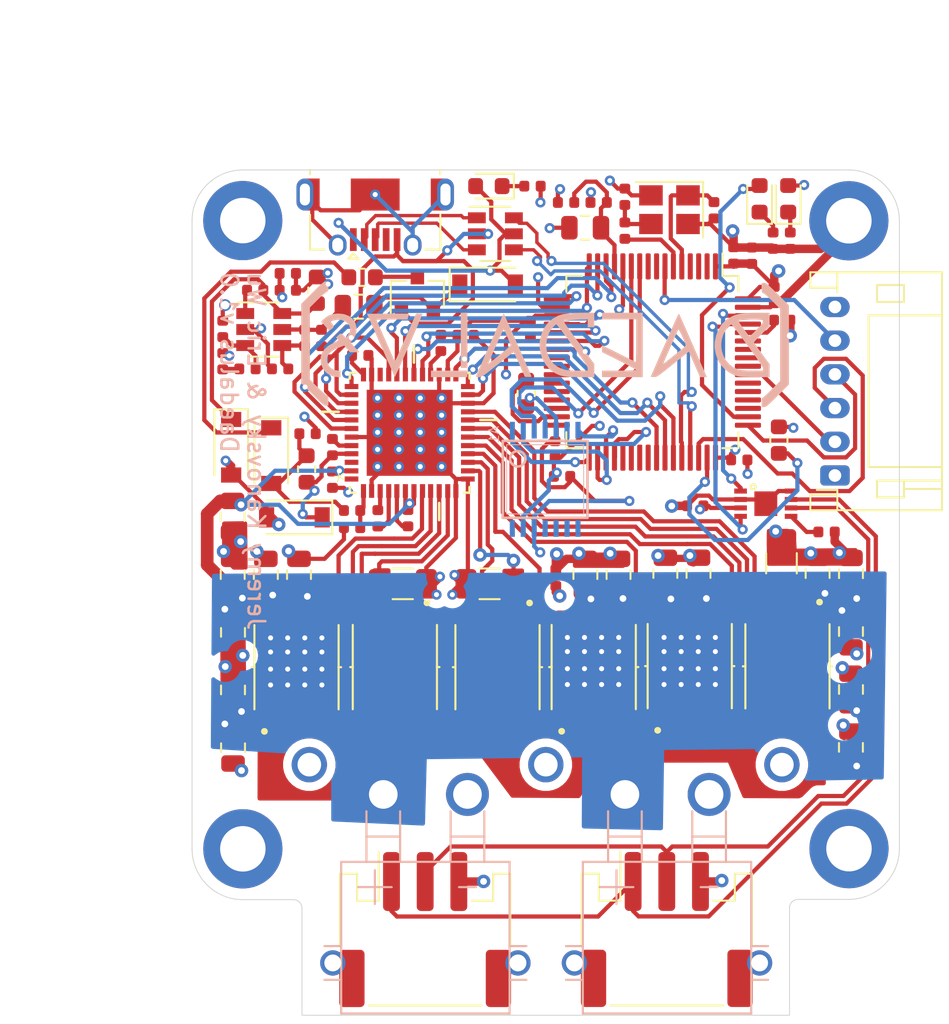
<source format=kicad_pcb>
(kicad_pcb (version 20171130) (host pcbnew 5.1.6-c6e7f7d~87~ubuntu19.10.1)
  (title_block (title "Daedalus Motor Controller") (date 2021-02-27) (rev v1.0) (comment 3 "Spring 2021") (comment 4 "Jeremy Kanovsky"))
  (layers (0 F.Cu signal) (1 In1.Cu-GND power) (2 In2.Cu-3V3 power) (31 B.Cu signal) (34 B.Paste user) (35 F.Paste user) (36 B.SilkS user) (37 F.SilkS user) (38 B.Mask user) (39 F.Mask user) (44 Edge.Cuts user))
  (net 0 "")
  (net 1 HSE_OUT)
  (net 2 +3.3VA)
  (net 3 HSE_IN)
  (net 4 "Net-(D1-Pad1)")
  (net 5 SWDIO)
  (net 6 SWCLK)
  (net 7 SWO)
  (net 8 NRST)
  (net 9 BOOT0)
  (net 10 LED_STATUS)
  (net 11 BUCK_SW)
  (net 12 BUCK_BST)
  (net 13 "Net-(C2-Pad1)")
  (net 14 "Net-(C16-Pad2)")
  (net 15 +5V)
  (net 16 "Net-(F1-Pad1)")
  (net 17 USB_CONN_D+)
  (net 18 USB_CONN_D-)
  (net 19 SPI1_SCK)
  (net 20 BUCK_FB)
  (net 21 "Net-(R2-Pad2)")
  (net 22 "Net-(R3-Pad2)")
  (net 23 USB_D-)
  (net 24 USB_D+)
  (net 25 SPI1_MISO)
  (net 26 SPI1_MOSI)
  (net 27 USART3_TX)
  (net 28 USART3_RX)
  (net 29 BGND)
  (net 30 VDD)
  (net 31 VIN)
  (net 32 "Net-(C16-Pad1)")
  (net 33 "Net-(C17-Pad2)")
  (net 34 SW)
  (net 35 CB)
  (net 36 "Net-(C19-Pad2)")
  (net 37 "Net-(C20-Pad2)")
  (net 38 "Net-(C21-Pad2)")
  (net 39 +5VD)
  (net 40 VIO)
  (net 41 "Net-(C26-Pad2)")
  (net 42 "Net-(D2-Pad1)")
  (net 43 "Net-(D6-Pad1)")
  (net 44 "Net-(D7-Pad1)")
  (net 45 CANL)
  (net 46 CANH)
  (net 47 "Net-(J9-Pad6)")
  (net 48 "Net-(J9-Pad4)")
  (net 49 FAULT)
  (net 50 FB)
  (net 51 SPA)
  (net 52 SPB)
  (net 53 SPC)
  (net 54 SPI2_MOSI)
  (net 55 SPI2_MISO)
  (net 56 SPI2_SCK)
  (net 57 "Net-(U5-Pad48)")
  (net 58 "Net-(U5-Pad46)")
  (net 59 ENABLE)
  (net 60 PWM_C)
  (net 61 PWM_B)
  (net 62 PWM_A)
  (net 63 CAL)
  (net 64 SPI1_NSS)
  (net 65 SOA)
  (net 66 SOB)
  (net 67 SOC)
  (net 68 GLC)
  (net 69 PHASE_C)
  (net 70 GHC)
  (net 71 GHB)
  (net 72 PHASE_B)
  (net 73 GLB)
  (net 74 GLA)
  (net 75 PHASE_A)
  (net 76 GHA)
  (net 77 CAN1_RX)
  (net 78 CAN1_TX)
  (net 79 "Net-(U7-Pad2)")
  (net 80 "Net-(U7-Pad3)")
  (net 81 "Net-(U7-Pad4)")
  (net 82 "Net-(U7-Pad8)")
  (net 83 "Net-(U7-Pad9)")
  (net 84 "Net-(U7-Pad24)")
  (net 85 "Net-(U7-Pad25)")
  (net 86 "Net-(U7-Pad26)")
  (net 87 "Net-(U7-Pad27)")
  (net 88 "Net-(U7-Pad28)")
  (net 89 "Net-(U7-Pad37)")
  (net 90 "Net-(U7-Pad38)")
  (net 91 "Net-(U7-Pad39)")
  (net 92 "Net-(U7-Pad40)")
  (net 93 "Net-(U7-Pad51)")
  (net 94 "Net-(U7-Pad52)")
  (net 95 "Net-(U7-Pad53)")
  (net 96 "Net-(U7-Pad54)")
  (net 97 "Net-(U7-Pad56)")
  (net 98 "Net-(U7-Pad57)")
  (net 99 ENC_B)
  (net 100 ENC_A)
  (net 101 SPI2_NSS)
  (net 102 "Net-(D5-Pad1)")
  (net 103 "Net-(U7-Pad58)")
  (net 104 "Net-(U7-Pad59)")
  (net 105 "Net-(A1-Pad8)")
  (net 106 "Net-(A1-Pad11)")
  (net 107 "Net-(A1-Pad14)")
  (module daedalus_kicad_lib:daedalus (layer B.Cu) (at 143.91 85.75 180)
    (fp_text reference G*** hide)
    (fp_text value LOGO hide)
  )
  (module Connector_USB:USB_Micro-AB_Molex_47590-0001 (layer F.Cu) (at 133.82244 76.86548 180)
    (fp_text reference J9)
    (fp_text value USB_B_Micro)
    (pad 6 thru_hole oval (at -2.225 -3 180) (size 1.05 1.25) (drill oval 0.65 0.85) (layers *.Cu *.Mask) (net 47 "Net-(J9-Pad6)"))
    (pad 5 smd rect (at -1.3 -2.675 180) (size 0.4 1.35) (layers F.Cu F.Paste F.Mask) (net 29 BGND))
    (pad 4 smd rect (at -0.65 -2.675 180) (size 0.4 1.35) (layers F.Cu F.Paste F.Mask) (net 48 "Net-(J9-Pad4)"))
    (pad 3 smd rect (at 0 -2.675 180) (size 0.4 1.35) (layers F.Cu F.Paste F.Mask) (net 17 USB_CONN_D+))
    (pad 1 smd rect (at 1.3 -2.675 180) (size 0.4 1.35) (layers F.Cu F.Paste F.Mask) (net 15 +5V))
    (pad 6 thru_hole oval (at 2.225 -3 180) (size 1.05 1.25) (drill oval 0.65 0.85) (layers *.Cu *.Mask) (net 47 "Net-(J9-Pad6)"))
    (pad 6 thru_hole oval (at -4.175 0 180) (size 1 1.9) (drill oval 0.6 1.3) (layers *.Cu *.Mask) (net 47 "Net-(J9-Pad6)"))
    (pad 6 thru_hole oval (at 4.175 0 180) (size 1 1.9) (drill oval 0.6 1.3) (layers *.Cu *.Mask) (net 47 "Net-(J9-Pad6)"))
    (pad 2 smd rect (at 0.65 -2.675 180) (size 0.4 1.35) (layers F.Cu F.Paste F.Mask) (net 18 USB_CONN_D-))
    (pad 6 smd rect (at 0 0 180) (size 2.9 1.9) (layers F.Cu F.Paste F.Mask) (net 47 "Net-(J9-Pad6)"))
    (pad 6 smd rect (at 3.7375 0 180) (size 0.875 1.9) (layers F.Cu F.Mask) (net 47 "Net-(J9-Pad6)"))
    (pad 6 smd rect (at -3.7375 0 180) (size 0.875 1.9) (layers F.Cu F.Mask) (net 47 "Net-(J9-Pad6)"))
  )
  (module Package_QFP:LQFP-64_10x10mm_P0.5mm (layer F.Cu) (at 150.284341 86.805652 270)
    (fp_text reference U7)
    (fp_text value STM32F405RGTx)
    (pad 1 smd roundrect (at -5.675 -3.75 270) (size 1.55 0.3) (layers F.Cu F.Paste F.Mask) (net 30 VDD))
    (pad 2 smd roundrect (at -5.675 -3.25 270) (size 1.55 0.3) (layers F.Cu F.Paste F.Mask) (net 79 "Net-(U7-Pad2)"))
    (pad 3 smd roundrect (at -5.675 -2.75 270) (size 1.55 0.3) (layers F.Cu F.Paste F.Mask) (net 80 "Net-(U7-Pad3)"))
    (pad 4 smd roundrect (at -5.675 -2.25 270) (size 1.55 0.3) (layers F.Cu F.Paste F.Mask) (net 81 "Net-(U7-Pad4)"))
    (pad 5 smd roundrect (at -5.675 -1.75 270) (size 1.55 0.3) (layers F.Cu F.Paste F.Mask) (net 3 HSE_IN))
    (pad 6 smd roundrect (at -5.675 -1.25 270) (size 1.55 0.3) (layers F.Cu F.Paste F.Mask) (net 1 HSE_OUT))
    (pad 7 smd roundrect (at -5.675 -0.75 270) (size 1.55 0.3) (layers F.Cu F.Paste F.Mask) (net 8 NRST))
    (pad 8 smd roundrect (at -5.675 -0.25 270) (size 1.55 0.3) (layers F.Cu F.Paste F.Mask) (net 82 "Net-(U7-Pad8)"))
    (pad 9 smd roundrect (at -5.675 0.25 270) (size 1.55 0.3) (layers F.Cu F.Paste F.Mask) (net 83 "Net-(U7-Pad9)"))
    (pad 10 smd roundrect (at -5.675 0.75 270) (size 1.55 0.3) (layers F.Cu F.Paste F.Mask) (net 55 SPI2_MISO))
    (pad 11 smd roundrect (at -5.675 1.25 270) (size 1.55 0.3) (layers F.Cu F.Paste F.Mask) (net 54 SPI2_MOSI))
    (pad 12 smd roundrect (at -5.675 1.75 270) (size 1.55 0.3) (layers F.Cu F.Paste F.Mask) (net 29 BGND))
    (pad 13 smd roundrect (at -5.675 2.25 270) (size 1.55 0.3) (layers F.Cu F.Paste F.Mask) (net 2 +3.3VA))
    (pad 14 smd roundrect (at -5.675 2.75 270) (size 1.55 0.3) (layers F.Cu F.Paste F.Mask) (net 60 PWM_C))
    (pad 15 smd roundrect (at -5.675 3.25 270) (size 1.55 0.3) (layers F.Cu F.Paste F.Mask) (net 61 PWM_B))
    (pad 16 smd roundrect (at -5.675 3.75 270) (size 1.55 0.3) (layers F.Cu F.Paste F.Mask) (net 62 PWM_A))
    (pad 17 smd roundrect (at -3.75 5.675 270) (size 0.3 1.55) (layers F.Cu F.Paste F.Mask) (net 59 ENABLE))
    (pad 18 smd roundrect (at -3.25 5.675 270) (size 0.3 1.55) (layers F.Cu F.Paste F.Mask) (net 29 BGND))
    (pad 19 smd roundrect (at -2.75 5.675 270) (size 0.3 1.55) (layers F.Cu F.Paste F.Mask) (net 30 VDD))
    (pad 20 smd roundrect (at -2.25 5.675 270) (size 0.3 1.55) (layers F.Cu F.Paste F.Mask) (net 64 SPI1_NSS))
    (pad 21 smd roundrect (at -1.75 5.675 270) (size 0.3 1.55) (layers F.Cu F.Paste F.Mask) (net 19 SPI1_SCK))
    (pad 22 smd roundrect (at -1.25 5.675 270) (size 0.3 1.55) (layers F.Cu F.Paste F.Mask) (net 25 SPI1_MISO))
    (pad 23 smd roundrect (at -0.75 5.675 270) (size 0.3 1.55) (layers F.Cu F.Paste F.Mask) (net 26 SPI1_MOSI))
    (pad 24 smd roundrect (at -0.25 5.675 270) (size 0.3 1.55) (layers F.Cu F.Paste F.Mask) (net 84 "Net-(U7-Pad24)"))
    (pad 25 smd roundrect (at 0.25 5.675 270) (size 0.3 1.55) (layers F.Cu F.Paste F.Mask) (net 85 "Net-(U7-Pad25)"))
    (pad 26 smd roundrect (at 0.75 5.675 270) (size 0.3 1.55) (layers F.Cu F.Paste F.Mask) (net 86 "Net-(U7-Pad26)"))
    (pad 27 smd roundrect (at 1.25 5.675 270) (size 0.3 1.55) (layers F.Cu F.Paste F.Mask) (net 87 "Net-(U7-Pad27)"))
    (pad 28 smd roundrect (at 1.75 5.675 270) (size 0.3 1.55) (layers F.Cu F.Paste F.Mask) (net 88 "Net-(U7-Pad28)"))
    (pad 29 smd roundrect (at 2.25 5.675 270) (size 0.3 1.55) (layers F.Cu F.Paste F.Mask) (net 27 USART3_TX))
    (pad 30 smd roundrect (at 2.75 5.675 270) (size 0.3 1.55) (layers F.Cu F.Paste F.Mask) (net 28 USART3_RX))
    (pad 31 smd roundrect (at 3.25 5.675 270) (size 0.3 1.55) (layers F.Cu F.Paste F.Mask) (net 36 "Net-(C19-Pad2)"))
    (pad 32 smd roundrect (at 3.75 5.675 270) (size 0.3 1.55) (layers F.Cu F.Paste F.Mask) (net 30 VDD))
    (pad 33 smd roundrect (at 5.675 3.75 270) (size 1.55 0.3) (layers F.Cu F.Paste F.Mask) (net 101 SPI2_NSS))
    (pad 34 smd roundrect (at 5.675 3.25 270) (size 1.55 0.3) (layers F.Cu F.Paste F.Mask) (net 56 SPI2_SCK))
    (pad 35 smd roundrect (at 5.675 2.75 270) (size 1.55 0.3) (layers F.Cu F.Paste F.Mask) (net 100 ENC_A))
    (pad 36 smd roundrect (at 5.675 2.25 270) (size 1.55 0.3) (layers F.Cu F.Paste F.Mask) (net 99 ENC_B))
    (pad 37 smd roundrect (at 5.675 1.75 270) (size 1.55 0.3) (layers F.Cu F.Paste F.Mask) (net 89 "Net-(U7-Pad37)"))
    (pad 38 smd roundrect (at 5.675 1.25 270) (size 1.55 0.3) (layers F.Cu F.Paste F.Mask) (net 90 "Net-(U7-Pad38)"))
    (pad 39 smd roundrect (at 5.675 0.75 270) (size 1.55 0.3) (layers F.Cu F.Paste F.Mask) (net 91 "Net-(U7-Pad39)"))
    (pad 40 smd roundrect (at 5.675 0.25 270) (size 1.55 0.3) (layers F.Cu F.Paste F.Mask) (net 92 "Net-(U7-Pad40)"))
    (pad 41 smd roundrect (at 5.675 -0.25 270) (size 1.55 0.3) (layers F.Cu F.Paste F.Mask) (net 65 SOA))
    (pad 42 smd roundrect (at 5.675 -0.75 270) (size 1.55 0.3) (layers F.Cu F.Paste F.Mask) (net 66 SOB))
    (pad 43 smd roundrect (at 5.675 -1.25 270) (size 1.55 0.3) (layers F.Cu F.Paste F.Mask) (net 67 SOC))
    (pad 44 smd roundrect (at 5.675 -1.75 270) (size 1.55 0.3) (layers F.Cu F.Paste F.Mask) (net 23 USB_D-))
    (pad 45 smd roundrect (at 5.675 -2.25 270) (size 1.55 0.3) (layers F.Cu F.Paste F.Mask) (net 24 USB_D+))
    (pad 46 smd roundrect (at 5.675 -2.75 270) (size 1.55 0.3) (layers F.Cu F.Paste F.Mask) (net 5 SWDIO))
    (pad 47 smd roundrect (at 5.675 -3.25 270) (size 1.55 0.3) (layers F.Cu F.Paste F.Mask) (net 37 "Net-(C20-Pad2)"))
    (pad 48 smd roundrect (at 5.675 -3.75 270) (size 1.55 0.3) (layers F.Cu F.Paste F.Mask) (net 30 VDD))
    (pad 49 smd roundrect (at 3.75 -5.675 270) (size 0.3 1.55) (layers F.Cu F.Paste F.Mask) (net 6 SWCLK))
    (pad 50 smd roundrect (at 3.25 -5.675 270) (size 0.3 1.55) (layers F.Cu F.Paste F.Mask) (net 10 LED_STATUS))
    (pad 51 smd roundrect (at 2.75 -5.675 270) (size 0.3 1.55) (layers F.Cu F.Paste F.Mask) (net 93 "Net-(U7-Pad51)"))
    (pad 52 smd roundrect (at 2.25 -5.675 270) (size 0.3 1.55) (layers F.Cu F.Paste F.Mask) (net 94 "Net-(U7-Pad52)"))
    (pad 53 smd roundrect (at 1.75 -5.675 270) (size 0.3 1.55) (layers F.Cu F.Paste F.Mask) (net 95 "Net-(U7-Pad53)"))
    (pad 54 smd roundrect (at 1.25 -5.675 270) (size 0.3 1.55) (layers F.Cu F.Paste F.Mask) (net 96 "Net-(U7-Pad54)"))
    (pad 55 smd roundrect (at 0.75 -5.675 270) (size 0.3 1.55) (layers F.Cu F.Paste F.Mask) (net 7 SWO))
    (pad 56 smd roundrect (at 0.25 -5.675 270) (size 0.3 1.55) (layers F.Cu F.Paste F.Mask) (net 97 "Net-(U7-Pad56)"))
    (pad 57 smd roundrect (at -0.25 -5.675 270) (size 0.3 1.55) (layers F.Cu F.Paste F.Mask) (net 98 "Net-(U7-Pad57)"))
    (pad 58 smd roundrect (at -0.75 -5.675 270) (size 0.3 1.55) (layers F.Cu F.Paste F.Mask) (net 103 "Net-(U7-Pad58)"))
    (pad 59 smd roundrect (at -1.25 -5.675 270) (size 0.3 1.55) (layers F.Cu F.Paste F.Mask) (net 104 "Net-(U7-Pad59)"))
    (pad 60 smd roundrect (at -1.75 -5.675 270) (size 0.3 1.55) (layers F.Cu F.Paste F.Mask) (net 9 BOOT0))
    (pad 61 smd roundrect (at -2.25 -5.675 270) (size 0.3 1.55) (layers F.Cu F.Paste F.Mask) (net 77 CAN1_RX))
    (pad 62 smd roundrect (at -2.75 -5.675 270) (size 0.3 1.55) (layers F.Cu F.Paste F.Mask) (net 78 CAN1_TX))
    (pad 63 smd roundrect (at -3.25 -5.675 270) (size 0.3 1.55) (layers F.Cu F.Paste F.Mask) (net 29 BGND))
    (pad 64 smd roundrect (at -3.75 -5.675 270) (size 0.3 1.55) (layers F.Cu F.Paste F.Mask) (net 30 VDD))
  )
  (module daedalus_kicad_lib:QFN50P700X700X90-49N (layer F.Cu) (at 135.87104 91.00388 90)
    (fp_text reference U5 hide)
    (fp_text value DRV8323RH)
    (fp_text user * (at -3.098188 -3.098188 90) (layer F.SilkS) (effects (font (size 1.2065 1.2065) (thickness 0.0762)) (justify left bottom)))
    (pad 49 smd rect (at 0 0 90) (size 5.1054 5.1054) (layers F.Cu F.Paste F.Mask) (net 29 BGND))
    (pad 48 smd rect (at -2.7432 -3.4544 270) (size 0.3048 0.8128) (layers F.Cu F.Paste F.Mask) (net 57 "Net-(U5-Pad48)"))
    (pad 47 smd rect (at -2.2606 -3.4544 270) (size 0.3048 0.8128) (layers F.Cu F.Paste F.Mask) (net 31 VIN))
    (pad 46 smd rect (at -1.7526 -3.4544 270) (size 0.3048 0.8128) (layers F.Cu F.Paste F.Mask) (net 58 "Net-(U5-Pad46)"))
    (pad 45 smd rect (at -1.2446 -3.4544 270) (size 0.3048 0.8128) (layers F.Cu F.Paste F.Mask) (net 34 SW))
    (pad 44 smd rect (at -0.762 -3.4544 270) (size 0.3048 0.8128) (layers F.Cu F.Paste F.Mask) (net 35 CB))
    (pad 43 smd rect (at -0.254 -3.4544 270) (size 0.3048 0.8128) (layers F.Cu F.Paste F.Mask) (net 29 BGND))
    (pad 42 smd rect (at 0.254 -3.4544 270) (size 0.3048 0.8128) (layers F.Cu F.Paste F.Mask) (net 59 ENABLE))
    (pad 41 smd rect (at 0.762 -3.4544 270) (size 0.3048 0.8128) (layers F.Cu F.Paste F.Mask) (net 60 PWM_C))
    (pad 40 smd rect (at 1.2446 -3.4544 270) (size 0.3048 0.8128) (layers F.Cu F.Paste F.Mask) (net 59 ENABLE))
    (pad 39 smd rect (at 1.7526 -3.4544 270) (size 0.3048 0.8128) (layers F.Cu F.Paste F.Mask) (net 61 PWM_B))
    (pad 38 smd rect (at 2.2606 -3.4544 270) (size 0.3048 0.8128) (layers F.Cu F.Paste F.Mask) (net 59 ENABLE))
    (pad 37 smd rect (at 2.7432 -3.4544 270) (size 0.3048 0.8128) (layers F.Cu F.Paste F.Mask) (net 62 PWM_A))
    (pad 36 smd rect (at 3.4544 -2.7432) (size 0.3048 0.8128) (layers F.Cu F.Paste F.Mask) (net 33 "Net-(C17-Pad2)"))
    (pad 35 smd rect (at 3.4544 -2.2606) (size 0.3048 0.8128) (layers F.Cu F.Paste F.Mask) (net 29 BGND))
    (pad 34 smd rect (at 3.4544 -1.7526) (size 0.3048 0.8128) (layers F.Cu F.Paste F.Mask) (net 63 CAL))
    (pad 33 smd rect (at 3.4544 -1.2446) (size 0.3048 0.8128) (layers F.Cu F.Paste F.Mask) (net 59 ENABLE))
    (pad 32 smd rect (at 3.4544 -0.762) (size 0.3048 0.8128) (layers F.Cu F.Paste F.Mask) (net 64 SPI1_NSS))
    (pad 31 smd rect (at 3.4544 -0.254) (size 0.3048 0.8128) (layers F.Cu F.Paste F.Mask) (net 19 SPI1_SCK))
    (pad 30 smd rect (at 3.4544 0.254) (size 0.3048 0.8128) (layers F.Cu F.Paste F.Mask) (net 26 SPI1_MOSI))
    (pad 29 smd rect (at 3.4544 0.762) (size 0.3048 0.8128) (layers F.Cu F.Paste F.Mask) (net 25 SPI1_MISO))
    (pad 28 smd rect (at 3.4544 1.2446) (size 0.3048 0.8128) (layers F.Cu F.Paste F.Mask) (net 49 FAULT))
    (pad 27 smd rect (at 3.4544 1.7526) (size 0.3048 0.8128) (layers F.Cu F.Paste F.Mask) (net 29 BGND))
    (pad 26 smd rect (at 3.4544 2.2606) (size 0.3048 0.8128) (layers F.Cu F.Paste F.Mask) (net 30 VDD))
    (pad 25 smd rect (at 3.4544 2.7432) (size 0.3048 0.8128) (layers F.Cu F.Paste F.Mask) (net 65 SOA))
    (pad 24 smd rect (at 2.7432 3.4544 270) (size 0.3048 0.8128) (layers F.Cu F.Paste F.Mask) (net 66 SOB))
    (pad 23 smd rect (at 2.2606 3.4544 270) (size 0.3048 0.8128) (layers F.Cu F.Paste F.Mask) (net 67 SOC))
    (pad 22 smd rect (at 1.7526 3.4544 270) (size 0.3048 0.8128) (layers F.Cu F.Paste F.Mask) (net 29 BGND))
    (pad 21 smd rect (at 1.2446 3.4544 270) (size 0.3048 0.8128) (layers F.Cu F.Paste F.Mask) (net 53 SPC))
    (pad 20 smd rect (at 0.762 3.4544 270) (size 0.3048 0.8128) (layers F.Cu F.Paste F.Mask) (net 68 GLC))
    (pad 19 smd rect (at 0.254 3.4544 270) (size 0.3048 0.8128) (layers F.Cu F.Paste F.Mask) (net 69 PHASE_C))
    (pad 18 smd rect (at -0.254 3.4544 270) (size 0.3048 0.8128) (layers F.Cu F.Paste F.Mask) (net 70 GHC))
    (pad 17 smd rect (at -0.762 3.4544 270) (size 0.3048 0.8128) (layers F.Cu F.Paste F.Mask) (net 71 GHB))
    (pad 16 smd rect (at -1.2446 3.4544 270) (size 0.3048 0.8128) (layers F.Cu F.Paste F.Mask) (net 72 PHASE_B))
    (pad 15 smd rect (at -1.7526 3.4544 270) (size 0.3048 0.8128) (layers F.Cu F.Paste F.Mask) (net 73 GLB))
    (pad 14 smd rect (at -2.2606 3.4544 270) (size 0.3048 0.8128) (layers F.Cu F.Paste F.Mask) (net 52 SPB))
    (pad 13 smd rect (at -2.7432 3.4544 270) (size 0.3048 0.8128) (layers F.Cu F.Paste F.Mask) (net 29 BGND))
    (pad 12 smd rect (at -3.4544 2.7432) (size 0.3048 0.8128) (layers F.Cu F.Paste F.Mask) (net 29 BGND))
    (pad 11 smd rect (at -3.4544 2.2606) (size 0.3048 0.8128) (layers F.Cu F.Paste F.Mask) (net 51 SPA))
    (pad 10 smd rect (at -3.4544 1.7526) (size 0.3048 0.8128) (layers F.Cu F.Paste F.Mask) (net 74 GLA))
    (pad 9 smd rect (at -3.4544 1.2446) (size 0.3048 0.8128) (layers F.Cu F.Paste F.Mask) (net 75 PHASE_A))
    (pad 8 smd rect (at -3.4544 0.762) (size 0.3048 0.8128) (layers F.Cu F.Paste F.Mask) (net 76 GHA))
    (pad 7 smd rect (at -3.4544 0.254) (size 0.3048 0.8128) (layers F.Cu F.Paste F.Mask) (net 31 VIN))
    (pad 6 smd rect (at -3.4544 -0.254) (size 0.3048 0.8128) (layers F.Cu F.Paste F.Mask) (net 31 VIN))
    (pad 5 smd rect (at -3.4544 -0.762) (size 0.3048 0.8128) (layers F.Cu F.Paste F.Mask) (net 38 "Net-(C21-Pad2)"))
    (pad 4 smd rect (at -3.4544 -1.2446) (size 0.3048 0.8128) (layers F.Cu F.Paste F.Mask) (net 32 "Net-(C16-Pad1)"))
    (pad 3 smd rect (at -3.4544 -1.7526) (size 0.3048 0.8128) (layers F.Cu F.Paste F.Mask) (net 14 "Net-(C16-Pad2)"))
    (pad 2 smd rect (at -3.4544 -2.2606) (size 0.3048 0.8128) (layers F.Cu F.Paste F.Mask) (net 29 BGND))
    (pad 1 smd rect (at -3.4544 -2.7432) (size 0.3048 0.8128) (layers F.Cu F.Paste F.Mask) (net 50 FB))
  )
  (module Diode_SMD:D_SOD-123 (layer F.Cu) (at 140.49756 82.20964)
    (fp_text reference D2)
    (fp_text value B5819W)
    (pad 1 smd rect (at -1.65 0) (size 0.9 1.2) (layers F.Cu F.Paste F.Mask) (net 42 "Net-(D2-Pad1)"))
    (pad 2 smd rect (at 1.65 0) (size 0.9 1.2) (layers F.Cu F.Paste F.Mask) (net 15 +5V))
  )
  (module LED_SMD:LED_0603_1608Metric (layer F.Cu) (at 156.65164 77.11972 90)
    (fp_text reference D6)
    (fp_text value Blue)
    (pad 1 smd roundrect (at -0.7875 0 90) (size 0.875 0.95) (layers F.Cu F.Paste F.Mask) (net 43 "Net-(D6-Pad1)"))
    (pad 2 smd roundrect (at 0.7875 0 90) (size 0.875 0.95) (layers F.Cu F.Paste F.Mask) (net 10 LED_STATUS))
  )
  (module Capacitor_SMD:C_0603_1608Metric (layer F.Cu) (at 157.7975 91.44 270)
    (fp_text reference C20)
    (fp_text value "2.2uF, 10V")
    (pad 1 smd roundrect (at -0.7875 0 270) (size 0.875 0.95) (layers F.Cu F.Paste F.Mask) (net 29 BGND))
    (pad 2 smd roundrect (at 0.7875 0 270) (size 0.875 0.95) (layers F.Cu F.Paste F.Mask) (net 37 "Net-(C20-Pad2)"))
  )
  (module Capacitor_SMD:C_0402_1005Metric (layer F.Cu) (at 130.6322 85.37688 270)
    (fp_text reference C2)
    (fp_text value "10uF, 10V")
    (pad 1 smd roundrect (at -0.485 0 270) (size 0.59 0.64) (layers F.Cu F.Paste F.Mask) (net 13 "Net-(C2-Pad1)"))
    (pad 2 smd roundrect (at 0.485 0 270) (size 0.59 0.64) (layers F.Cu F.Paste F.Mask) (net 29 BGND))
  )
  (module Capacitor_SMD:C_0402_1005Metric (layer F.Cu) (at 126.6952 82.53984 180)
    (fp_text reference C1)
    (fp_text value "10nF, 10V")
    (pad 2 smd roundrect (at 0.485 0 180) (size 0.59 0.64) (layers F.Cu F.Paste F.Mask) (net 12 BUCK_BST))
    (pad 1 smd roundrect (at -0.485 0 180) (size 0.59 0.64) (layers F.Cu F.Paste F.Mask) (net 11 BUCK_SW))
  )
  (module Resistor_SMD:R_0402_1005Metric (layer F.Cu) (at 143.04264 84.84108 270)
    (fp_text reference R6)
    (fp_text value 10k)
    (pad 1 smd roundrect (at -0.485 0 270) (size 0.59 0.64) (layers F.Cu F.Paste F.Mask) (net 30 VDD))
    (pad 2 smd roundrect (at 0.485 0 270) (size 0.59 0.64) (layers F.Cu F.Paste F.Mask) (net 25 SPI1_MISO))
  )
  (module Capacitor_SMD:C_0402_1005Metric (layer F.Cu) (at 147.09476 77.33704)
    (fp_text reference C12)
    (fp_text value "1uF, 10V")
    (pad 1 smd roundrect (at -0.485 0) (size 0.59 0.64) (layers F.Cu F.Paste F.Mask) (net 29 BGND))
    (pad 2 smd roundrect (at 0.485 0) (size 0.59 0.64) (layers F.Cu F.Paste F.Mask) (net 2 +3.3VA))
  )
  (module daedalus_kicad_lib:XT30_HORIZONTAL (layer B.Cu) (at 151.15414 112.46488)
    (fp_text reference U2 hide)
    (fp_text value XT30 hide)
    (pad P$4 thru_hole circle (at -5.5 10) (size 1.5 1.5) (drill 1) (layers *.Cu *.Mask))
    (pad P$3 thru_hole circle (at 5.5 10) (size 1.5 1.5) (drill 1) (layers *.Cu *.Mask))
    (pad + thru_hole circle (at -2.5 0) (size 2.55 2.55) (drill 1.7) (layers *.Cu *.Mask) (net 31 VIN))
    (pad - thru_hole circle (at 2.5 0) (size 2.55 2.55) (drill 1.7) (layers *.Cu *.Mask) (net 29 BGND))
  )
  (module daedalus_kicad_lib:XT30_HORIZONTAL (layer B.Cu) (at 136.80314 112.46488)
    (fp_text reference U1 hide)
    (fp_text value XT30 hide)
    (pad - thru_hole circle (at 2.5 0) (size 2.55 2.55) (drill 1.7) (layers *.Cu *.Mask) (net 29 BGND))
    (pad + thru_hole circle (at -2.5 0) (size 2.55 2.55) (drill 1.7) (layers *.Cu *.Mask) (net 31 VIN))
    (pad P$3 thru_hole circle (at 5.5 10) (size 1.5 1.5) (drill 1) (layers *.Cu *.Mask))
    (pad P$4 thru_hole circle (at -5.5 10) (size 1.5 1.5) (drill 1) (layers *.Cu *.Mask))
  )
  (module Resistor_SMD:R_0402_1005Metric (layer F.Cu) (at 132.45084 96.63684 180)
    (fp_text reference R14)
    (fp_text value 10k)
    (pad 2 smd roundrect (at 0.485 0 180) (size 0.59 0.64) (layers F.Cu F.Paste F.Mask) (net 29 BGND))
    (pad 1 smd roundrect (at -0.485 0 180) (size 0.59 0.64) (layers F.Cu F.Paste F.Mask) (net 50 FB))
  )
  (module Capacitor_SMD:C_0402_1005Metric (layer F.Cu) (at 128.63068 82.55)
    (fp_text reference C3)
    (fp_text value "10uF, 10V")
    (pad 1 smd roundrect (at -0.485 0) (size 0.59 0.64) (layers F.Cu F.Paste F.Mask) (net 29 BGND))
    (pad 2 smd roundrect (at 0.485 0) (size 0.59 0.64) (layers F.Cu F.Paste F.Mask) (net 30 VDD))
  )
  (module Capacitor_SMD:C_0402_1005Metric (layer F.Cu) (at 128.63068 81.54416)
    (fp_text reference C4)
    (fp_text value "10uF, 10V")
    (pad 2 smd roundrect (at 0.485 0) (size 0.59 0.64) (layers F.Cu F.Paste F.Mask) (net 30 VDD))
    (pad 1 smd roundrect (at -0.485 0) (size 0.59 0.64) (layers F.Cu F.Paste F.Mask) (net 29 BGND))
  )
  (module Capacitor_SMD:C_0402_1005Metric (layer F.Cu) (at 156.189841 80.496151 270)
    (fp_text reference C5)
    (fp_text value "4u7, 10V")
    (pad 2 smd roundrect (at 0.485 0 270) (size 0.59 0.64) (layers F.Cu F.Paste F.Mask) (net 30 VDD))
    (pad 1 smd roundrect (at -0.485 0 270) (size 0.59 0.64) (layers F.Cu F.Paste F.Mask) (net 29 BGND))
  )
  (module Capacitor_SMD:C_0402_1005Metric (layer F.Cu) (at 157.523341 82.828151 90)
    (fp_text reference C6)
    (fp_text value "0.1uF, 10V")
    (pad 1 smd roundrect (at -0.485 0 90) (size 0.59 0.64) (layers F.Cu F.Paste F.Mask) (net 29 BGND))
    (pad 2 smd roundrect (at 0.485 0 90) (size 0.59 0.64) (layers F.Cu F.Paste F.Mask) (net 30 VDD))
  )
  (module Capacitor_SMD:C_0402_1005Metric (layer F.Cu) (at 144.91976 93.5904)
    (fp_text reference C7)
    (fp_text value "0.1uF, 10V")
    (pad 2 smd roundrect (at 0.485 0) (size 0.59 0.64) (layers F.Cu F.Paste F.Mask) (net 30 VDD))
    (pad 1 smd roundrect (at -0.485 0) (size 0.59 0.64) (layers F.Cu F.Paste F.Mask) (net 29 BGND))
  )
  (module Capacitor_SMD:C_0402_1005Metric (layer F.Cu) (at 144.505841 91.989652 90)
    (fp_text reference C8)
    (fp_text value "0.1uF, 10V")
    (pad 1 smd roundrect (at -0.485 0 90) (size 0.59 0.64) (layers F.Cu F.Paste F.Mask) (net 29 BGND))
    (pad 2 smd roundrect (at 0.485 0 90) (size 0.59 0.64) (layers F.Cu F.Paste F.Mask) (net 30 VDD))
  )
  (module Capacitor_SMD:C_0402_1005Metric (layer F.Cu) (at 155.11034 80.478652 270)
    (fp_text reference C9)
    (fp_text value "0.1uF, 10V")
    (pad 2 smd roundrect (at 0.485 0 270) (size 0.59 0.64) (layers F.Cu F.Paste F.Mask) (net 30 VDD))
    (pad 1 smd roundrect (at -0.485 0 270) (size 0.59 0.64) (layers F.Cu F.Paste F.Mask) (net 29 BGND))
  )
  (module Capacitor_SMD:C_0402_1005Metric (layer F.Cu) (at 155.44476 92.6154 180)
    (fp_text reference C10)
    (fp_text value "0.1uF, 10V")
    (pad 1 smd roundrect (at -0.485 0 180) (size 0.59 0.64) (layers F.Cu F.Paste F.Mask) (net 29 BGND))
    (pad 2 smd roundrect (at 0.485 0 180) (size 0.59 0.64) (layers F.Cu F.Paste F.Mask) (net 30 VDD))
  )
  (module Capacitor_SMD:C_0402_1005Metric (layer F.Cu) (at 145.15976 77.33704)
    (fp_text reference C13)
    (fp_text value "10nF, 10V")
    (pad 2 smd roundrect (at 0.485 0) (size 0.59 0.64) (layers F.Cu F.Paste F.Mask) (net 2 +3.3VA))
    (pad 1 smd roundrect (at -0.485 0) (size 0.59 0.64) (layers F.Cu F.Paste F.Mask) (net 29 BGND))
  )
  (module Capacitor_SMD:C_0402_1005Metric (layer F.Cu) (at 131.28244 93.78696 90)
    (fp_text reference C15)
    (fp_text value "0.47uF, 50V")
    (pad 1 smd roundrect (at -0.485 0 90) (size 0.59 0.64) (layers F.Cu F.Paste F.Mask) (net 29 BGND))
    (pad 2 smd roundrect (at 0.485 0 90) (size 0.59 0.64) (layers F.Cu F.Paste F.Mask) (net 31 VIN))
  )
  (module Capacitor_SMD:C_0402_1005Metric (layer F.Cu) (at 133.97992 96.07804 90)
    (fp_text reference C16)
    (fp_text value "47nF, 50V")
    (pad 1 smd roundrect (at -0.485 0 90) (size 0.59 0.64) (layers F.Cu F.Paste F.Mask) (net 32 "Net-(C16-Pad1)"))
    (pad 2 smd roundrect (at 0.485 0 90) (size 0.59 0.64) (layers F.Cu F.Paste F.Mask) (net 14 "Net-(C16-Pad2)"))
  )
  (module Capacitor_SMD:C_0402_1005Metric (layer F.Cu) (at 132.93344 86.4108 180)
    (fp_text reference C17)
    (fp_text value "1uF, 10V")
    (pad 1 smd roundrect (at -0.485 0 180) (size 0.59 0.64) (layers F.Cu F.Paste F.Mask) (net 29 BGND))
    (pad 2 smd roundrect (at 0.485 0 180) (size 0.59 0.64) (layers F.Cu F.Paste F.Mask) (net 33 "Net-(C17-Pad2)"))
  )
  (module Capacitor_SMD:C_0402_1005Metric (layer F.Cu) (at 131.28244 91.85656 270)
    (fp_text reference C18)
    (fp_text value "0.1uF, 50V")
    (pad 2 smd roundrect (at 0.485 0 270) (size 0.59 0.64) (layers F.Cu F.Paste F.Mask) (net 34 SW))
    (pad 1 smd roundrect (at -0.485 0 270) (size 0.59 0.64) (layers F.Cu F.Paste F.Mask) (net 35 CB))
  )
  (module Capacitor_SMD:C_0603_1608Metric (layer F.Cu) (at 142.78864 88.66632 90)
    (fp_text reference C19)
    (fp_text value "2.2uF, 10V")
    (pad 2 smd roundrect (at 0.7875 0 90) (size 0.875 0.95) (layers F.Cu F.Paste F.Mask) (net 36 "Net-(C19-Pad2)"))
    (pad 1 smd roundrect (at -0.7875 0 90) (size 0.875 0.95) (layers F.Cu F.Paste F.Mask) (net 29 BGND))
  )
  (module Capacitor_SMD:C_0402_1005Metric (layer F.Cu) (at 135.76808 96.07028 270)
    (fp_text reference C21)
    (fp_text value "1uF, 50V")
    (pad 2 smd roundrect (at 0.485 0 270) (size 0.59 0.64) (layers F.Cu F.Paste F.Mask) (net 38 "Net-(C21-Pad2)"))
    (pad 1 smd roundrect (at -0.485 0 270) (size 0.59 0.64) (layers F.Cu F.Paste F.Mask) (net 31 VIN))
  )
  (module Capacitor_SMD:C_0402_1005Metric (layer F.Cu) (at 129.80416 91.059)
    (fp_text reference C22)
    (fp_text value "22uF, 10V")
    (pad 1 smd roundrect (at -0.485 0) (size 0.59 0.64) (layers F.Cu F.Paste F.Mask) (net 39 +5VD))
    (pad 2 smd roundrect (at 0.485 0) (size 0.59 0.64) (layers F.Cu F.Paste F.Mask) (net 29 BGND))
  )
  (module Capacitor_SMD:C_0402_1005Metric (layer F.Cu) (at 153.94432 77.8002 90)
    (fp_text reference C25)
    (fp_text value "12pF, 10V")
    (pad 1 smd roundrect (at -0.485 0 90) (size 0.59 0.64) (layers F.Cu F.Paste F.Mask) (net 29 BGND))
    (pad 2 smd roundrect (at 0.485 0 90) (size 0.59 0.64) (layers F.Cu F.Paste F.Mask) (net 3 HSE_IN))
  )
  (module Capacitor_SMD:C_0402_1005Metric (layer F.Cu) (at 148.651121 76.998852 270)
    (fp_text reference C26)
    (fp_text value "12pF, 10V")
    (pad 2 smd roundrect (at 0.485 0 270) (size 0.59 0.64) (layers F.Cu F.Paste F.Mask) (net 41 "Net-(C26-Pad2)"))
    (pad 1 smd roundrect (at -0.485 0 270) (size 0.59 0.64) (layers F.Cu F.Paste F.Mask) (net 29 BGND))
  )
  (module Capacitor_SMD:C_0402_1005Metric (layer F.Cu) (at 139.1944 85.21192)
    (fp_text reference C27)
    (fp_text value "0.1uF, 10V")
    (pad 1 smd roundrect (at -0.485 0) (size 0.59 0.64) (layers F.Cu F.Paste F.Mask) (net 30 VDD))
    (pad 2 smd roundrect (at 0.485 0) (size 0.59 0.64) (layers F.Cu F.Paste F.Mask) (net 29 BGND))
  )
  (module Diode_SMD:D_SOD-123 (layer F.Cu) (at 127.65024 92.35948 270)
    (fp_text reference D1)
    (fp_text value B5819W)
    (pad 2 smd rect (at 1.65 0 270) (size 0.9 1.2) (layers F.Cu F.Paste F.Mask) (net 39 +5VD))
    (pad 1 smd rect (at -1.65 0 270) (size 0.9 1.2) (layers F.Cu F.Paste F.Mask) (net 4 "Net-(D1-Pad1)"))
  )
  (module Diode_SMD:D_SOD-123 (layer F.Cu) (at 125.26772 91.86164 270)
    (fp_text reference D3)
    (fp_text value B5819W)
    (pad 1 smd rect (at -1.65 0 270) (size 0.9 1.2) (layers F.Cu F.Paste F.Mask) (net 11 BUCK_SW))
    (pad 2 smd rect (at 1.65 0 270) (size 0.9 1.2) (layers F.Cu F.Paste F.Mask) (net 29 BGND))
  )
  (module Diode_SMD:D_SOD-123 (layer F.Cu) (at 129.02184 96.02216 180)
    (fp_text reference D4)
    (fp_text value "500mA, 60V")
    (pad 1 smd rect (at -1.65 0 180) (size 0.9 1.2) (layers F.Cu F.Paste F.Mask) (net 34 SW))
    (pad 2 smd rect (at 1.65 0 180) (size 0.9 1.2) (layers F.Cu F.Paste F.Mask) (net 29 BGND))
  )
  (module LED_SMD:LED_0603_1608Metric (layer F.Cu) (at 158.35164 77.11972 90)
    (fp_text reference D7)
    (fp_text value Green)
    (pad 2 smd roundrect (at 0.7875 0 90) (size 0.875 0.95) (layers F.Cu F.Paste F.Mask) (net 30 VDD))
    (pad 1 smd roundrect (at -0.7875 0 90) (size 0.875 0.95) (layers F.Cu F.Paste F.Mask) (net 44 "Net-(D7-Pad1)"))
  )
  (module Fuse:Fuse_0603_1608Metric (layer F.Cu) (at 133.0452 81.77784 180)
    (fp_text reference F1)
    (fp_text value 250mA)
    (pad 1 smd roundrect (at -0.7875 0 180) (size 0.875 0.95) (layers F.Cu F.Paste F.Mask) (net 16 "Net-(F1-Pad1)"))
    (pad 2 smd roundrect (at 0.7875 0 180) (size 0.875 0.95) (layers F.Cu F.Paste F.Mask) (net 4 "Net-(D1-Pad1)"))
  )
  (module Inductor_SMD:L_0805_2012Metric (layer F.Cu) (at 132.83692 83.52028)
    (fp_text reference FB1)
    (fp_text value "600 @ 600MHz")
    (pad 2 smd roundrect (at 0.9375 0) (size 0.975 1.4) (layers F.Cu F.Paste F.Mask) (net 42 "Net-(D2-Pad1)"))
    (pad 1 smd roundrect (at -0.9375 0) (size 0.975 1.4) (layers F.Cu F.Paste F.Mask) (net 13 "Net-(C2-Pad1)"))
  )
  (module Inductor_SMD:L_0805_2012Metric (layer F.Cu) (at 146.29476 78.83704 180)
    (fp_text reference FB2)
    (fp_text value "600 @ 600MHz")
    (pad 1 smd roundrect (at -0.9375 0 180) (size 0.975 1.4) (layers F.Cu F.Paste F.Mask) (net 2 +3.3VA))
    (pad 2 smd roundrect (at 0.9375 0 180) (size 0.975 1.4) (layers F.Cu F.Paste F.Mask) (net 30 VDD))
  )
  (module Inductor_SMD:L_0603_1608Metric (layer F.Cu) (at 130.35788 82.54492 90)
    (fp_text reference L1)
    (fp_text value 10uH)
    (pad 2 smd roundrect (at 0.7875 0 90) (size 0.875 0.95) (layers F.Cu F.Paste F.Mask) (net 30 VDD))
    (pad 1 smd roundrect (at -0.7875 0 90) (size 0.875 0.95) (layers F.Cu F.Paste F.Mask) (net 11 BUCK_SW))
  )
  (module Inductor_SMD:L_0603_1608Metric (layer F.Cu) (at 129.74828 93.15196 90)
    (fp_text reference L2)
    (fp_text value 22uH)
    (pad 1 smd roundrect (at -0.7875 0 90) (size 0.875 0.95) (layers F.Cu F.Paste F.Mask) (net 34 SW))
    (pad 2 smd roundrect (at 0.7875 0 90) (size 0.875 0.95) (layers F.Cu F.Paste F.Mask) (net 39 +5VD))
  )
  (module Package_TO_SOT_SMD:SOT-23 (layer F.Cu) (at 136.32688 82.74812 90)
    (fp_text reference Q1)
    (fp_text value AO3401A)
    (pad 1 smd rect (at -1 -0.95 90) (size 0.9 0.8) (layers F.Cu F.Paste F.Mask) (net 29 BGND))
    (pad 2 smd rect (at -1 0.95 90) (size 0.9 0.8) (layers F.Cu F.Paste F.Mask) (net 42 "Net-(D2-Pad1)"))
    (pad 3 smd rect (at 1 0 90) (size 0.9 0.8) (layers F.Cu F.Paste F.Mask) (net 16 "Net-(F1-Pad1)"))
  )
  (module Resistor_SMD:R_0402_1005Metric (layer F.Cu) (at 124.76988 84.84108 270)
    (fp_text reference R1)
    (fp_text value 47k)
    (pad 1 smd roundrect (at -0.485 0 270) (size 0.59 0.64) (layers F.Cu F.Paste F.Mask) (net 30 VDD))
    (pad 2 smd roundrect (at 0.485 0 270) (size 0.59 0.64) (layers F.Cu F.Paste F.Mask) (net 20 BUCK_FB))
  )
  (module Resistor_SMD:R_0402_1005Metric (layer F.Cu) (at 129.63144 85.37956 270)
    (fp_text reference R2)
    (fp_text value 100K)
    (pad 1 smd roundrect (at -0.485 0 270) (size 0.59 0.64) (layers F.Cu F.Paste F.Mask) (net 13 "Net-(C2-Pad1)"))
    (pad 2 smd roundrect (at 0.485 0 270) (size 0.59 0.64) (layers F.Cu F.Paste F.Mask) (net 21 "Net-(R2-Pad2)"))
  )
  (module Resistor_SMD:R_0402_1005Metric (layer F.Cu) (at 126.2356 87.21344 180)
    (fp_text reference R3)
    (fp_text value 15k)
    (pad 1 smd roundrect (at -0.485 0 180) (size 0.59 0.64) (layers F.Cu F.Paste F.Mask) (net 20 BUCK_FB))
    (pad 2 smd roundrect (at 0.485 0 180) (size 0.59 0.64) (layers F.Cu F.Paste F.Mask) (net 22 "Net-(R3-Pad2)"))
  )
  (module Resistor_SMD:R_0402_1005Metric (layer F.Cu) (at 128.17616 87.21344 180)
    (fp_text reference R4)
    (fp_text value 68K)
    (pad 2 smd roundrect (at 0.485 0 180) (size 0.59 0.64) (layers F.Cu F.Paste F.Mask) (net 29 BGND))
    (pad 1 smd roundrect (at -0.485 0 180) (size 0.59 0.64) (layers F.Cu F.Paste F.Mask) (net 21 "Net-(R2-Pad2)"))
  )
  (module Resistor_SMD:R_0402_1005Metric (layer F.Cu) (at 124.76988 86.75864 90)
    (fp_text reference R5)
    (fp_text value 270)
    (pad 1 smd roundrect (at -0.485 0 90) (size 0.59 0.64) (layers F.Cu F.Paste F.Mask) (net 22 "Net-(R3-Pad2)"))
    (pad 2 smd roundrect (at 0.485 0 90) (size 0.59 0.64) (layers F.Cu F.Paste F.Mask) (net 29 BGND))
  )
  (module Resistor_SMD:R_0402_1005Metric (layer F.Cu) (at 137.72388 85.66912 270)
    (fp_text reference R7)
    (fp_text value 10k)
    (pad 2 smd roundrect (at 0.485 0 270) (size 0.59 0.64) (layers F.Cu F.Paste F.Mask) (net 49 FAULT))
    (pad 1 smd roundrect (at -0.485 0 270) (size 0.59 0.64) (layers F.Cu F.Paste F.Mask) (net 30 VDD))
  )
  (module Resistor_SMD:R_0402_1005Metric (layer F.Cu) (at 148.651121 79.007851 90)
    (fp_text reference R12)
    (fp_text value 220)
    (pad 1 smd roundrect (at -0.485 0 90) (size 0.59 0.64) (layers F.Cu F.Paste F.Mask) (net 1 HSE_OUT))
    (pad 2 smd roundrect (at 0.485 0 90) (size 0.59 0.64) (layers F.Cu F.Paste F.Mask) (net 41 "Net-(C26-Pad2)"))
  )
  (module Resistor_SMD:R_0402_1005Metric (layer F.Cu) (at 132.45084 95.61576)
    (fp_text reference R13)
    (fp_text value 54.9k)
    (pad 2 smd roundrect (at 0.485 0) (size 0.59 0.64) (layers F.Cu F.Paste F.Mask) (net 50 FB))
    (pad 1 smd roundrect (at -0.485 0) (size 0.59 0.64) (layers F.Cu F.Paste F.Mask) (net 39 +5VD))
  )
  (module Resistor_SMD:R_0402_1005Metric (layer F.Cu) (at 157.99308 84.31784 180)
    (fp_text reference R15)
    (fp_text value 10k)
    (pad 1 smd roundrect (at -0.485 0 180) (size 0.59 0.64) (layers F.Cu F.Paste F.Mask) (net 30 VDD))
    (pad 2 smd roundrect (at 0.485 0 180) (size 0.59 0.64) (layers F.Cu F.Paste F.Mask) (net 9 BOOT0))
  )
  (module Resistor_SMD:R_0402_1005Metric (layer F.Cu) (at 157.4546 79.6036 90)
    (fp_text reference R17)
    (fp_text value 1k5)
    (pad 1 smd roundrect (at -0.485 0 90) (size 0.59 0.64) (layers F.Cu F.Paste F.Mask) (net 29 BGND))
    (pad 2 smd roundrect (at 0.485 0 90) (size 0.59 0.64) (layers F.Cu F.Paste F.Mask) (net 43 "Net-(D6-Pad1)"))
  )
  (module Resistor_SMD:R_0402_1005Metric (layer F.Cu) (at 158.47568 79.6036 90)
    (fp_text reference R18)
    (fp_text value 1k5)
    (pad 2 smd roundrect (at 0.485 0 90) (size 0.59 0.64) (layers F.Cu F.Paste F.Mask) (net 44 "Net-(D7-Pad1)"))
    (pad 1 smd roundrect (at -0.485 0 90) (size 0.59 0.64) (layers F.Cu F.Paste F.Mask) (net 29 BGND))
  )
  (module Package_TO_SOT_SMD:SOT-23-6 (layer F.Cu) (at 127.2032 84.87664)
    (fp_text reference U3)
    (fp_text value MP2359DJ-LF-Z)
    (pad 5 smd rect (at 1.1 0) (size 1.06 0.65) (layers F.Cu F.Paste F.Mask) (net 13 "Net-(C2-Pad1)"))
    (pad 6 smd rect (at 1.1 -0.95) (size 1.06 0.65) (layers F.Cu F.Paste F.Mask) (net 11 BUCK_SW))
    (pad 4 smd rect (at 1.1 0.95) (size 1.06 0.65) (layers F.Cu F.Paste F.Mask) (net 21 "Net-(R2-Pad2)"))
    (pad 3 smd rect (at -1.1 0.95) (size 1.06 0.65) (layers F.Cu F.Paste F.Mask) (net 20 BUCK_FB))
    (pad 2 smd rect (at -1.1 0) (size 1.06 0.65) (layers F.Cu F.Paste F.Mask) (net 29 BGND))
    (pad 1 smd rect (at -1.1 -0.95) (size 1.06 0.65) (layers F.Cu F.Paste F.Mask) (net 12 BUCK_BST))
  )
  (module daedalus_kicad_lib:TDFN (layer F.Cu) (at 158.5228 94.4619 270)
    (fp_text reference U6 hide)
    (fp_text value MCP2542 hide)
    (pad 8 smd rect (at 0 0) (size 0.75 0.3) (layers F.Cu F.Paste F.Mask) (net 29 BGND))
    (pad 7 smd rect (at 0.5 0) (size 0.75 0.3) (layers F.Cu F.Paste F.Mask) (net 46 CANH))
    (pad 6 smd rect (at 1 0) (size 0.75 0.3) (layers F.Cu F.Paste F.Mask) (net 45 CANL))
    (pad 5 smd rect (at 1.5 0) (size 0.75 0.3) (layers F.Cu F.Paste F.Mask) (net 40 VIO))
    (pad 4 smd rect (at 1.5 3) (size 0.75 0.3) (layers F.Cu F.Paste F.Mask) (net 77 CAN1_RX))
    (pad 3 smd rect (at 1 3) (size 0.75 0.3) (layers F.Cu F.Paste F.Mask) (net 30 VDD))
    (pad 2 smd rect (at 0.5 3) (size 0.75 0.3) (layers F.Cu F.Paste F.Mask) (net 29 BGND))
    (pad 1 smd rect (at 0 3) (size 0.75 0.3) (layers F.Cu F.Paste F.Mask) (net 78 CAN1_TX))
    (pad 9 smd rect (at 0.75 1.5) (size 1.36 1.46) (layers F.Cu F.Paste F.Mask) (net 29 BGND))
  )
  (module daedalus_kicad_lib:TRANS_TPH5900CNH,L1Q (layer F.Cu) (at 129.14884 104.91418 90)
    (fp_text reference U8 hide)
    (fp_text value TPH)
    (pad 1 smd rect (at -2.79 -1.905 90) (size 1.13 0.53) (layers F.Cu F.Paste F.Mask) (net 75 PHASE_A))
    (pad 2 smd rect (at -2.79 -0.635 90) (size 1.13 0.53) (layers F.Cu F.Paste F.Mask) (net 75 PHASE_A))
    (pad 3 smd rect (at -2.79 0.635 90) (size 1.13 0.53) (layers F.Cu F.Paste F.Mask) (net 75 PHASE_A))
    (pad 4 smd rect (at -2.79 1.905 90) (size 1.13 0.53) (layers F.Cu F.Paste F.Mask) (net 76 GHA))
    (pad EP smd rect (at 0.35 0 90) (size 3.7 4.35) (layers F.Cu F.Mask) (net 31 VIN))
    (pad 5 smd rect (at 2.69 1.905 90) (size 1.33 0.53) (layers F.Cu F.Paste F.Mask) (net 31 VIN))
    (pad 6 smd rect (at 2.69 0.635 90) (size 1.33 0.53) (layers F.Cu F.Paste F.Mask) (net 31 VIN))
    (pad 7 smd rect (at 2.69 -0.635 90) (size 1.33 0.53) (layers F.Cu F.Paste F.Mask) (net 31 VIN))
    (pad 8 smd rect (at 2.69 -1.905 90) (size 1.33 0.53) (layers F.Cu F.Paste F.Mask) (net 31 VIN))
  )
  (module daedalus_kicad_lib:TRANS_TPH5900CNH,L1Q (layer F.Cu) (at 146.80184 104.90708 90)
    (fp_text reference U9 hide)
    (fp_text value TPH)
    (pad 1 smd rect (at -2.79 -1.905 90) (size 1.13 0.53) (layers F.Cu F.Paste F.Mask) (net 72 PHASE_B))
    (pad 2 smd rect (at -2.79 -0.635 90) (size 1.13 0.53) (layers F.Cu F.Paste F.Mask) (net 72 PHASE_B))
    (pad 3 smd rect (at -2.79 0.635 90) (size 1.13 0.53) (layers F.Cu F.Paste F.Mask) (net 72 PHASE_B))
    (pad 4 smd rect (at -2.79 1.905 90) (size 1.13 0.53) (layers F.Cu F.Paste F.Mask) (net 71 GHB))
    (pad EP smd rect (at 0.35 0 90) (size 3.7 4.35) (layers F.Cu F.Mask) (net 31 VIN))
    (pad 5 smd rect (at 2.69 1.905 90) (size 1.33 0.53) (layers F.Cu F.Paste F.Mask) (net 31 VIN))
    (pad 6 smd rect (at 2.69 0.635 90) (size 1.33 0.53) (layers F.Cu F.Paste F.Mask) (net 31 VIN))
    (pad 7 smd rect (at 2.69 -0.635 90) (size 1.33 0.53) (layers F.Cu F.Paste F.Mask) (net 31 VIN))
    (pad 8 smd rect (at 2.69 -1.905 90) (size 1.33 0.53) (layers F.Cu F.Paste F.Mask) (net 31 VIN))
  )
  (module daedalus_kicad_lib:TRANS_TPH5900CNH,L1Q (layer F.Cu) (at 152.50414 104.85068 90)
    (fp_text reference U10 hide)
    (fp_text value TPH)
    (pad 8 smd rect (at 2.69 -1.905 90) (size 1.33 0.53) (layers F.Cu F.Paste F.Mask) (net 31 VIN))
    (pad 7 smd rect (at 2.69 -0.635 90) (size 1.33 0.53) (layers F.Cu F.Paste F.Mask) (net 31 VIN))
    (pad 6 smd rect (at 2.69 0.635 90) (size 1.33 0.53) (layers F.Cu F.Paste F.Mask) (net 31 VIN))
    (pad 5 smd rect (at 2.69 1.905 90) (size 1.33 0.53) (layers F.Cu F.Paste F.Mask) (net 31 VIN))
    (pad EP smd rect (at 0.35 0 90) (size 3.7 4.35) (layers F.Cu F.Mask) (net 31 VIN))
    (pad 4 smd rect (at -2.79 1.905 90) (size 1.13 0.53) (layers F.Cu F.Paste F.Mask) (net 70 GHC))
    (pad 3 smd rect (at -2.79 0.635 90) (size 1.13 0.53) (layers F.Cu F.Paste F.Mask) (net 69 PHASE_C))
    (pad 2 smd rect (at -2.79 -0.635 90) (size 1.13 0.53) (layers F.Cu F.Paste F.Mask) (net 69 PHASE_C))
    (pad 1 smd rect (at -2.79 -1.905 90) (size 1.13 0.53) (layers F.Cu F.Paste F.Mask) (net 69 PHASE_C))
  )
  (module daedalus_kicad_lib:TRANS_TPH5900CNH,L1Q (layer F.Cu) (at 134.99084 104.90708 270)
    (fp_text reference U11 hide)
    (fp_text value TPH)
    (pad 8 smd rect (at 2.69 -1.905 270) (size 1.33 0.53) (layers F.Cu F.Paste F.Mask) (net 75 PHASE_A))
    (pad 7 smd rect (at 2.69 -0.635 270) (size 1.33 0.53) (layers F.Cu F.Paste F.Mask) (net 75 PHASE_A))
    (pad 6 smd rect (at 2.69 0.635 270) (size 1.33 0.53) (layers F.Cu F.Paste F.Mask) (net 75 PHASE_A))
    (pad 5 smd rect (at 2.69 1.905 270) (size 1.33 0.53) (layers F.Cu F.Paste F.Mask) (net 75 PHASE_A))
    (pad EP smd rect (at 0.35 0 270) (size 3.7 4.35) (layers F.Cu F.Mask) (net 75 PHASE_A))
    (pad 4 smd rect (at -2.79 1.905 270) (size 1.13 0.53) (layers F.Cu F.Paste F.Mask) (net 74 GLA))
    (pad 3 smd rect (at -2.79 0.635 270) (size 1.13 0.53) (layers F.Cu F.Paste F.Mask) (net 51 SPA))
    (pad 2 smd rect (at -2.79 -0.635 270) (size 1.13 0.53) (layers F.Cu F.Paste F.Mask) (net 51 SPA))
    (pad 1 smd rect (at -2.79 -1.905 270) (size 1.13 0.53) (layers F.Cu F.Paste F.Mask) (net 51 SPA))
  )
  (module daedalus_kicad_lib:TRANS_TPH5900CNH,L1Q (layer F.Cu) (at 141.08684 104.91268 270)
    (fp_text reference U12 hide)
    (fp_text value TPH)
    (pad 8 smd rect (at 2.69 -1.905 270) (size 1.33 0.53) (layers F.Cu F.Paste F.Mask) (net 72 PHASE_B))
    (pad 7 smd rect (at 2.69 -0.635 270) (size 1.33 0.53) (layers F.Cu F.Paste F.Mask) (net 72 PHASE_B))
    (pad 6 smd rect (at 2.69 0.635 270) (size 1.33 0.53) (layers F.Cu F.Paste F.Mask) (net 72 PHASE_B))
    (pad 5 smd rect (at 2.69 1.905 270) (size 1.33 0.53) (layers F.Cu F.Paste F.Mask) (net 72 PHASE_B))
    (pad EP smd rect (at 0.35 0 270) (size 3.7 4.35) (layers F.Cu F.Mask) (net 72 PHASE_B))
    (pad 4 smd rect (at -2.79 1.905 270) (size 1.13 0.53) (layers F.Cu F.Paste F.Mask) (net 73 GLB))
    (pad 3 smd rect (at -2.79 0.635 270) (size 1.13 0.53) (layers F.Cu F.Paste F.Mask) (net 52 SPB))
    (pad 2 smd rect (at -2.79 -0.635 270) (size 1.13 0.53) (layers F.Cu F.Paste F.Mask) (net 52 SPB))
    (pad 1 smd rect (at -2.79 -1.905 270) (size 1.13 0.53) (layers F.Cu F.Paste F.Mask) (net 52 SPB))
  )
  (module daedalus_kicad_lib:TRANS_TPH5900CNH,L1Q (layer F.Cu) (at 158.30804 104.86188 270)
    (fp_text reference U13 hide)
    (fp_text value TPH)
    (pad 1 smd rect (at -2.79 -1.905 270) (size 1.13 0.53) (layers F.Cu F.Paste F.Mask) (net 53 SPC))
    (pad 2 smd rect (at -2.79 -0.635 270) (size 1.13 0.53) (layers F.Cu F.Paste F.Mask) (net 53 SPC))
    (pad 3 smd rect (at -2.79 0.635 270) (size 1.13 0.53) (layers F.Cu F.Paste F.Mask) (net 53 SPC))
    (pad 4 smd rect (at -2.79 1.905 270) (size 1.13 0.53) (layers F.Cu F.Paste F.Mask) (net 68 GLC))
    (pad EP smd rect (at 0.35 0 270) (size 3.7 4.35) (layers F.Cu F.Mask) (net 69 PHASE_C))
    (pad 5 smd rect (at 2.69 1.905 270) (size 1.33 0.53) (layers F.Cu F.Paste F.Mask) (net 69 PHASE_C))
    (pad 6 smd rect (at 2.69 0.635 270) (size 1.33 0.53) (layers F.Cu F.Paste F.Mask) (net 69 PHASE_C))
    (pad 7 smd rect (at 2.69 -0.635 270) (size 1.33 0.53) (layers F.Cu F.Paste F.Mask) (net 69 PHASE_C))
    (pad 8 smd rect (at 2.69 -1.905 270) (size 1.33 0.53) (layers F.Cu F.Paste F.Mask) (net 69 PHASE_C))
  )
  (module Package_TO_SOT_SMD:SOT-23-6 (layer F.Cu) (at 140.95984 79.1972)
    (fp_text reference U14)
    (fp_text value USBLC6-2SC6)
    (pad 1 smd rect (at -1.1 -0.95) (size 1.06 0.65) (layers F.Cu F.Paste F.Mask) (net 18 USB_CONN_D-))
    (pad 2 smd rect (at -1.1 0) (size 1.06 0.65) (layers F.Cu F.Paste F.Mask) (net 29 BGND))
    (pad 3 smd rect (at -1.1 0.95) (size 1.06 0.65) (layers F.Cu F.Paste F.Mask) (net 17 USB_CONN_D+))
    (pad 4 smd rect (at 1.1 0.95) (size 1.06 0.65) (layers F.Cu F.Paste F.Mask) (net 24 USB_D+))
    (pad 6 smd rect (at 1.1 -0.95) (size 1.06 0.65) (layers F.Cu F.Paste F.Mask) (net 23 USB_D-))
    (pad 5 smd rect (at 1.1 0) (size 1.06 0.65) (layers F.Cu F.Paste F.Mask) (net 15 +5V))
  )
  (module Crystal:Crystal_SMD_3225-4Pin_3.2x2.5mm (layer F.Cu) (at 151.300341 77.765791 180)
    (fp_text reference Y1)
    (fp_text value 16MHz)
    (pad 1 smd rect (at -1.1 0.85 180) (size 1.4 1.2) (layers F.Cu F.Paste F.Mask) (net 3 HSE_IN))
    (pad 2 smd rect (at 1.1 0.85 180) (size 1.4 1.2) (layers F.Cu F.Paste F.Mask) (net 29 BGND))
    (pad 3 smd rect (at 1.1 -0.85 180) (size 1.4 1.2) (layers F.Cu F.Paste F.Mask) (net 41 "Net-(C26-Pad2)"))
    (pad 4 smd rect (at -1.1 -0.85 180) (size 1.4 1.2) (layers F.Cu F.Paste F.Mask) (net 29 BGND))
  )
  (module Resistor_SMD:R_1206_3216Metric (layer F.Cu) (at 135.46074 99.96678)
    (fp_text reference R19)
    (fp_text value 0.001)
    (pad 2 smd roundrect (at 1.4 0) (size 1.25 1.75) (layers F.Cu F.Paste F.Mask) (roundrect_rratio 0.2) (net 29 BGND))
    (pad 1 smd roundrect (at -1.4 0) (size 1.25 1.75) (layers F.Cu F.Paste F.Mask) (roundrect_rratio 0.2) (net 51 SPA))
  )
  (module Resistor_SMD:R_1206_3216Metric (layer F.Cu) (at 140.61694 99.96678 180)
    (fp_text reference R20)
    (fp_text value 0.001)
    (pad 1 smd roundrect (at -1.4 0 180) (size 1.25 1.75) (layers F.Cu F.Paste F.Mask) (roundrect_rratio 0.2) (net 52 SPB))
    (pad 2 smd roundrect (at 1.4 0 180) (size 1.25 1.75) (layers F.Cu F.Paste F.Mask) (roundrect_rratio 0.2) (net 29 BGND))
  )
  (module Resistor_SMD:R_1206_3216Metric (layer F.Cu) (at 157.95244 98.74758 90)
    (fp_text reference R21)
    (fp_text value 0.001)
    (pad 1 smd roundrect (at -1.4 0 90) (size 1.25 1.75) (layers F.Cu F.Paste F.Mask) (roundrect_rratio 0.2) (net 53 SPC))
    (pad 2 smd roundrect (at 1.4 0 90) (size 1.25 1.75) (layers F.Cu F.Paste F.Mask) (roundrect_rratio 0.2) (net 29 BGND))
  )
  (module Connector_JST:JST_PH_S3B-PH-SM4-TB_1x03-1MP_P2.00mm_Horizontal (layer F.Cu) (at 151.14144 120.47858)
    (fp_text reference J1)
    (fp_text value "CAN Bus")
    (pad 1 smd roundrect (at -2 -2.85) (size 1 3.5) (layers F.Cu F.Paste F.Mask) (net 46 CANH))
    (pad 2 smd roundrect (at 0 -2.85) (size 1 3.5) (layers F.Cu F.Paste F.Mask) (net 45 CANL))
    (pad 3 smd roundrect (at 2 -2.85) (size 1 3.5) (layers F.Cu F.Paste F.Mask) (net 29 BGND))
    (pad MP smd roundrect (at -4.35 2.9) (size 1.5 3.4) (layers F.Cu F.Paste F.Mask) (roundrect_rratio 0.166667))
    (pad MP smd roundrect (at 4.35 2.9) (size 1.5 3.4) (layers F.Cu F.Paste F.Mask) (roundrect_rratio 0.166667))
  )
  (module Connector_JST:JST_PH_S3B-PH-SM4-TB_1x03-1MP_P2.00mm_Horizontal (layer F.Cu) (at 136.79044 120.48378)
    (fp_text reference J2)
    (fp_text value "CAN Bus")
    (pad MP smd roundrect (at 4.35 2.9) (size 1.5 3.4) (layers F.Cu F.Paste F.Mask) (roundrect_rratio 0.166667))
    (pad MP smd roundrect (at -4.35 2.9) (size 1.5 3.4) (layers F.Cu F.Paste F.Mask) (roundrect_rratio 0.166667))
    (pad 3 smd roundrect (at 2 -2.85) (size 1 3.5) (layers F.Cu F.Paste F.Mask) (net 29 BGND))
    (pad 2 smd roundrect (at 0 -2.85) (size 1 3.5) (layers F.Cu F.Paste F.Mask) (net 45 CANL))
    (pad 1 smd roundrect (at -2 -2.85) (size 1 3.5) (layers F.Cu F.Paste F.Mask) (net 46 CANH))
  )
  (module MountingHole:MountingHole_2.7mm_M2.5_DIN965_Pad (layer F.Cu) (at 125.96212 115.6932)
    (fp_text reference H1)
    (fp_text value MountingHole_Pad)
    (pad 1 thru_hole circle (at 0 0) (size 4.7 4.7) (drill 2.7) (layers *.Cu *.Mask) (net 29 BGND))
  )
  (module MountingHole:MountingHole_2.7mm_M2.5_DIN965_Pad (layer F.Cu) (at 161.95548 78.42268)
    (fp_text reference H2)
    (fp_text value MountingHole_Pad)
    (pad 1 thru_hole circle (at 0 0) (size 4.7 4.7) (drill 2.7) (layers *.Cu *.Mask) (net 29 BGND))
  )
  (module MountingHole:MountingHole_2.7mm_M2.5_DIN965_Pad (layer F.Cu) (at 161.96212 115.68304)
    (fp_text reference H3)
    (fp_text value MountingHole_Pad)
    (pad 1 thru_hole circle (at 0 0) (size 4.7 4.7) (drill 2.7) (layers *.Cu *.Mask) (net 29 BGND))
  )
  (module MountingHole:MountingHole_2.7mm_M2.5_DIN965_Pad (layer F.Cu) (at 125.9586 78.41252)
    (fp_text reference H4)
    (fp_text value MountingHole_Pad)
    (pad 1 thru_hole circle (at 0 0) (size 4.7 4.7) (drill 2.7) (layers *.Cu *.Mask) (net 29 BGND))
  )
  (module Connector_JST:JST_PH_S6B-PH-K_1x06_P2.00mm_Horizontal (layer F.Cu) (at 161.12744 93.53804 90)
    (fp_text reference SWD1)
    (fp_text value Conn_01x06)
    (pad 1 thru_hole roundrect (at 0 0 90) (size 1.2 1.75) (drill 0.75) (layers *.Cu *.Mask) (roundrect_rratio 0.208333) (net 30 VDD))
    (pad 2 thru_hole oval (at 2 0 90) (size 1.2 1.75) (drill 0.75) (layers *.Cu *.Mask) (net 7 SWO))
    (pad 3 thru_hole oval (at 4 0 90) (size 1.2 1.75) (drill 0.75) (layers *.Cu *.Mask) (net 5 SWDIO))
    (pad 4 thru_hole oval (at 6 0 90) (size 1.2 1.75) (drill 0.75) (layers *.Cu *.Mask) (net 6 SWCLK))
    (pad 5 thru_hole oval (at 8 0 90) (size 1.2 1.75) (drill 0.75) (layers *.Cu *.Mask) (net 8 NRST))
    (pad 6 thru_hole oval (at 10 0 90) (size 1.2 1.75) (drill 0.75) (layers *.Cu *.Mask) (net 29 BGND))
  )
  (module daedalus_kicad_lib:TSSOP14_as5147 (layer B.Cu) (at 143.9164 93.76664)
    (fp_text reference A1 (at -2.6956 -2.0828 -90) (layer B.SilkS) (effects (font (size 0.57912 0.57912) (thickness 0.057912)) (justify right bottom mirror)))
    (fp_text value AS5147 hide)
    (pad 1 smd rect (at -1.95 -2.9178) (size 0.3048 0.9906) (layers B.Cu B.Paste B.Mask) (net 101 SPI2_NSS))
    (pad 2 smd rect (at -1.3 -2.9178) (size 0.3048 0.9906) (layers B.Cu B.Paste B.Mask) (net 56 SPI2_SCK))
    (pad 3 smd rect (at -0.65 -2.9178) (size 0.3048 0.9906) (layers B.Cu B.Paste B.Mask) (net 55 SPI2_MISO))
    (pad 4 smd rect (at 0 -2.9178) (size 0.3048 0.9906) (layers B.Cu B.Paste B.Mask) (net 54 SPI2_MOSI))
    (pad 5 smd rect (at 0.65 -2.9178) (size 0.3048 0.9906) (layers B.Cu B.Paste B.Mask) (net 29 BGND))
    (pad 6 smd rect (at 1.3 -2.9178) (size 0.3048 0.9906) (layers B.Cu B.Paste B.Mask) (net 99 ENC_B))
    (pad 7 smd rect (at 1.95 -2.9178) (size 0.3048 0.9906) (layers B.Cu B.Paste B.Mask) (net 100 ENC_A))
    (pad 8 smd rect (at 1.95 2.9178) (size 0.3048 0.9906) (layers B.Cu B.Paste B.Mask) (net 105 "Net-(A1-Pad8)"))
    (pad 9 smd rect (at 1.3 2.9178) (size 0.3048 0.9906) (layers B.Cu B.Paste B.Mask))
    (pad 10 smd rect (at 0.65 2.9178) (size 0.3048 0.9906) (layers B.Cu B.Paste B.Mask))
    (pad 11 smd rect (at 0 2.9178) (size 0.3048 0.9906) (layers B.Cu B.Paste B.Mask) (net 106 "Net-(A1-Pad11)"))
    (pad 12 smd rect (at -0.65 2.9178) (size 0.3048 0.9906) (layers B.Cu B.Paste B.Mask) (net 30 VDD))
    (pad 13 smd rect (at -1.3 2.9178) (size 0.3048 0.9906) (layers B.Cu B.Paste B.Mask) (net 29 BGND))
    (pad 14 smd rect (at -1.95 2.9178) (size 0.3048 0.9906) (layers B.Cu B.Paste B.Mask) (net 107 "Net-(A1-Pad14)"))
  )
  (module Capacitor_SMD:C_0805_2012Metric (layer F.Cu) (at 151.05634 99.35718 90)
    (fp_text reference C28)
    (fp_text value "10uF, 50V")
    (pad 1 smd roundrect (at -0.9375 0 90) (size 0.975 1.4) (layers F.Cu F.Paste F.Mask) (net 31 VIN))
    (pad 2 smd roundrect (at 0.9375 0 90) (size 0.975 1.4) (layers F.Cu F.Paste F.Mask) (net 29 BGND))
  )
  (module Capacitor_SMD:C_0805_2012Metric (layer F.Cu) (at 162.07994 99.36758 90)
    (fp_text reference C29)
    (fp_text value "10uF, 50V")
    (pad 2 smd roundrect (at 0.9375 0 90) (size 0.975 1.4) (layers F.Cu F.Paste F.Mask) (net 29 BGND))
    (pad 1 smd roundrect (at -0.9375 0 90) (size 0.975 1.4) (layers F.Cu F.Paste F.Mask) (net 31 VIN))
  )
  (module Capacitor_SMD:C_0805_2012Metric (layer F.Cu) (at 125.349 95.98382 270)
    (fp_text reference C30)
    (fp_text value "10uF, 50V")
    (pad 1 smd roundrect (at -0.9375 0 270) (size 0.975 1.4) (layers F.Cu F.Paste F.Mask) (net 31 VIN))
    (pad 2 smd roundrect (at 0.9375 0 270) (size 0.975 1.4) (layers F.Cu F.Paste F.Mask) (net 29 BGND))
  )
  (module Capacitor_SMD:C_0805_2012Metric (layer F.Cu) (at 162.0774 109.67212 90)
    (fp_text reference C31)
    (fp_text value "10uF, 50V")
    (pad 2 smd roundrect (at 0.9375 0 90) (size 0.975 1.4) (layers F.Cu F.Paste F.Mask) (net 29 BGND))
    (pad 1 smd roundrect (at -0.9375 0 90) (size 0.975 1.4) (layers F.Cu F.Paste F.Mask) (net 31 VIN))
  )
  (module Capacitor_SMD:C_0805_2012Metric (layer F.Cu) (at 160.09874 99.35948 90)
    (fp_text reference C32)
    (fp_text value "10uF, 50V")
    (pad 1 smd roundrect (at -0.9375 0 90) (size 0.975 1.4) (layers F.Cu F.Paste F.Mask) (net 31 VIN))
    (pad 2 smd roundrect (at 0.9375 0 90) (size 0.975 1.4) (layers F.Cu F.Paste F.Mask) (net 29 BGND))
  )
  (module Capacitor_SMD:C_0805_2012Metric (layer F.Cu) (at 125.37694 106.26368 90)
    (fp_text reference C33)
    (fp_text value "10uF, 50V")
    (pad 1 smd roundrect (at -0.9375 0 90) (size 0.975 1.4) (layers F.Cu F.Paste F.Mask) (net 31 VIN))
    (pad 2 smd roundrect (at 0.9375 0 90) (size 0.975 1.4) (layers F.Cu F.Paste F.Mask) (net 29 BGND))
  )
  (module Capacitor_SMD:C_0805_2012Metric (layer F.Cu) (at 153.02484 99.35488 90)
    (fp_text reference C34)
    (fp_text value "10uF, 50V")
    (pad 1 smd roundrect (at -0.9375 0 90) (size 0.975 1.4) (layers F.Cu F.Paste F.Mask) (net 31 VIN))
    (pad 2 smd roundrect (at 0.9375 0 90) (size 0.975 1.4) (layers F.Cu F.Paste F.Mask) (net 29 BGND))
  )
  (module Capacitor_SMD:C_0805_2012Metric (layer F.Cu) (at 129.29616 99.42068 90)
    (fp_text reference C35)
    (fp_text value "10uF, 50V")
    (pad 2 smd roundrect (at 0.9375 0 90) (size 0.975 1.4) (layers F.Cu F.Paste F.Mask) (net 29 BGND))
    (pad 1 smd roundrect (at -0.9375 0 90) (size 0.975 1.4) (layers F.Cu F.Paste F.Mask) (net 31 VIN))
  )
  (module Capacitor_SMD:C_0805_2012Metric (layer F.Cu) (at 125.37694 102.84738 270)
    (fp_text reference C36)
    (fp_text value "10uF, 50V")
    (pad 2 smd roundrect (at 0.9375 0 270) (size 0.975 1.4) (layers F.Cu F.Paste F.Mask) (net 29 BGND))
    (pad 1 smd roundrect (at -0.9375 0 270) (size 0.975 1.4) (layers F.Cu F.Paste F.Mask) (net 31 VIN))
  )
  (module Capacitor_SMD:C_0805_2012Metric (layer F.Cu) (at 146.30654 99.42068 90)
    (fp_text reference C37)
    (fp_text value "10uF, 50V")
    (pad 2 smd roundrect (at 0.9375 0 90) (size 0.975 1.4) (layers F.Cu F.Paste F.Mask) (net 29 BGND))
    (pad 1 smd roundrect (at -0.9375 0 90) (size 0.975 1.4) (layers F.Cu F.Paste F.Mask) (net 31 VIN))
  )
  (module Capacitor_SMD:C_0805_2012Metric (layer F.Cu) (at 162.07994 106.23828 90)
    (fp_text reference C38)
    (fp_text value "10uF, 50V")
    (pad 2 smd roundrect (at 0.9375 0 90) (size 0.975 1.4) (layers F.Cu F.Paste F.Mask) (net 29 BGND))
    (pad 1 smd roundrect (at -0.9375 0 90) (size 0.975 1.4) (layers F.Cu F.Paste F.Mask) (net 31 VIN))
  )
  (module Capacitor_SMD:C_0805_2012Metric (layer F.Cu) (at 125.37948 109.69244 270)
    (fp_text reference C39)
    (fp_text value "10uF, 50V")
    (pad 1 smd roundrect (at -0.9375 0 270) (size 0.975 1.4) (layers F.Cu F.Paste F.Mask) (net 31 VIN))
    (pad 2 smd roundrect (at 0.9375 0 270) (size 0.975 1.4) (layers F.Cu F.Paste F.Mask) (net 29 BGND))
  )
  (module Capacitor_SMD:C_0805_2012Metric (layer F.Cu) (at 127.32766 99.42068 90)
    (fp_text reference C40)
    (fp_text value "10uF, 50V")
    (pad 2 smd roundrect (at 0.9375 0 90) (size 0.975 1.4) (layers F.Cu F.Paste F.Mask) (net 29 BGND))
    (pad 1 smd roundrect (at -0.9375 0 90) (size 0.975 1.4) (layers F.Cu F.Paste F.Mask) (net 31 VIN))
  )
  (module Capacitor_SMD:C_0805_2012Metric (layer F.Cu) (at 162.07994 102.79888 270)
    (fp_text reference C41)
    (fp_text value "10uF, 50V")
    (pad 2 smd roundrect (at 0.9375 0 270) (size 0.975 1.4) (layers F.Cu F.Paste F.Mask) (net 29 BGND))
    (pad 1 smd roundrect (at -0.9375 0 270) (size 0.975 1.4) (layers F.Cu F.Paste F.Mask) (net 31 VIN))
  )
  (module Capacitor_SMD:C_0805_2012Metric (layer F.Cu) (at 125.35916 99.42068 90)
    (fp_text reference C42)
    (fp_text value "10uF, 50V")
    (pad 1 smd roundrect (at -0.9375 0 90) (size 0.975 1.4) (layers F.Cu F.Paste F.Mask) (net 31 VIN))
    (pad 2 smd roundrect (at 0.9375 0 90) (size 0.975 1.4) (layers F.Cu F.Paste F.Mask) (net 29 BGND))
  )
  (module Capacitor_SMD:C_0805_2012Metric (layer F.Cu) (at 148.27504 99.42068 90)
    (fp_text reference C43)
    (fp_text value "10uF, 50V")
    (pad 1 smd roundrect (at -0.9375 0 90) (size 0.975 1.4) (layers F.Cu F.Paste F.Mask) (net 31 VIN))
    (pad 2 smd roundrect (at 0.9375 0 90) (size 0.975 1.4) (layers F.Cu F.Paste F.Mask) (net 29 BGND))
  )
  (module LED_SMD:LED_0603_1608Metric (layer F.Cu) (at 140.57376 76.36764 180)
    (fp_text reference D5)
    (fp_text value Green)
    (pad 1 smd roundrect (at -0.7875 0 180) (size 0.875 0.95) (layers F.Cu F.Paste F.Mask) (net 102 "Net-(D5-Pad1)"))
    (pad 2 smd roundrect (at 0.7875 0 180) (size 0.875 0.95) (layers F.Cu F.Paste F.Mask) (net 15 +5V))
  )
  (module Resistor_SMD:R_0402_1005Metric (layer F.Cu) (at 143.16456 76.36764 180)
    (fp_text reference R10)
    (fp_text value 1k5)
    (pad 1 smd roundrect (at -0.485 0 180) (size 0.59 0.64) (layers F.Cu F.Paste F.Mask) (net 29 BGND))
    (pad 2 smd roundrect (at 0.485 0 180) (size 0.59 0.64) (layers F.Cu F.Paste F.Mask) (net 102 "Net-(D5-Pad1)"))
  )
  (module Capacitor_SMD:C_0402_1005Metric (layer F.Cu) (at 144.5514 99.606 270)
    (fp_text reference C11)
    (fp_text value "0.1uF, 10V")
    (pad 1 smd roundrect (at -0.485 0 270) (size 0.59 0.64) (layers F.Cu F.Paste F.Mask) (net 29 BGND))
    (pad 2 smd roundrect (at 0.485 0 270) (size 0.59 0.64) (layers F.Cu F.Paste F.Mask) (net 30 VDD))
  )
  (module Capacitor_SMD:C_0402_1005Metric (layer F.Cu) (at 152.8317 95.3389 180)
    (fp_text reference C23)
    (fp_text value "0.1uF, 10V")
    (pad 1 smd roundrect (at -0.485 0 180) (size 0.59 0.64) (layers F.Cu F.Paste F.Mask) (net 30 VDD))
    (pad 2 smd roundrect (at 0.485 0 180) (size 0.59 0.64) (layers F.Cu F.Paste F.Mask) (net 29 BGND))
  )
  (module Capacitor_SMD:C_0402_1005Metric (layer F.Cu) (at 160.6297 96.8883)
    (fp_text reference C24)
    (fp_text value "0.1uF, 10V")
    (pad 2 smd roundrect (at 0.485 0) (size 0.59 0.64) (layers F.Cu F.Paste F.Mask) (net 29 BGND))
    (pad 1 smd roundrect (at -0.485 0) (size 0.59 0.64) (layers F.Cu F.Paste F.Mask) (net 40 VIO))
  )
  (module daedalus_kicad_lib:18_AWG_PAD (layer F.Cu) (at 129.91084 110.69828 90)
    (fp_text reference J5 hide)
    (fp_text value "A Terminal" hide)
    (pad P$1 thru_hole circle (at 0 0 90) (size 2.1 2.1) (drill 1.4) (layers *.Cu *.Mask))
  )
  (module daedalus_kicad_lib:18_AWG_PAD (layer F.Cu) (at 143.95704 110.69828 90)
    (fp_text reference J6 hide)
    (fp_text value "B Terminal" hide)
    (pad P$1 thru_hole circle (at 0 0 90) (size 2.1 2.1) (drill 1.4) (layers *.Cu *.Mask))
  )
  (module daedalus_kicad_lib:18_AWG_PAD (layer F.Cu) (at 157.97784 110.69828)
    (fp_text reference J7 hide)
    (fp_text value "C Terminal" hide)
    (pad P$1 thru_hole circle (at 0 0) (size 2.1 2.1) (drill 1.4) (layers *.Cu *.Mask))
  )
  (gr_text "Jeremy Kanovsky & Eric Wu\nDaedalus v1.0" (at 125.95 81.37 270) (layer B.SilkS) (effects (font (size 1 1)) (justify right mirror)))
  (gr_line (start 125.95352 75.40752) (end 161.945321 75.407504) (layer Edge.Cuts) (width 0.05))
  (gr_line (start 158.42996 125.56744) (end 129.47396 125.56744) (layer Edge.Cuts) (width 0.05))
  (gr_line (start 158.42996 119.19712) (end 158.42996 125.56744) (layer Edge.Cuts) (width 0.05))
  (gr_line (start 129.47396 119.21236) (end 129.47396 125.56744) (layer Edge.Cuts) (width 0.05))
  (gr_arc (start 158.93288 119.19712) (end 158.93288 118.6942) (angle -90) (layer Edge.Cuts) (width 0.05))
  (gr_arc (start 128.97104 119.21236) (end 129.47396 119.21236) (angle -90) (layer Edge.Cuts) (width 0.05))
  (gr_line (start 161.940244 118.693917) (end 158.93288 118.6942) (layer Edge.Cuts) (width 0.05))
  (gr_line (start 125.96368 118.70944) (end 128.97104 118.70944) (layer Edge.Cuts) (width 0.05))
  (gr_arc (start 161.940244 115.681477) (end 161.940244 118.693917) (angle -90.09123524) (layer Edge.Cuts) (width 0.05))
  (gr_arc (start 125.96368 115.69192) (end 122.94616 115.69192) (angle -90) (layer Edge.Cuts) (width 0.05))
  (gr_line (start 122.94616 78.41488) (end 122.94616 115.69192) (layer Edge.Cuts) (width 0.05))
  (gr_line (start 164.952679 78.404721) (end 164.95268 115.67668) (layer Edge.Cuts) (width 0.05))
  (gr_arc (start 161.94532 78.41488) (end 164.952679 78.404721) (angle -89.80643391) (layer Edge.Cuts) (width 0.05))
  (gr_arc (start 125.95352 78.41488) (end 125.95352 75.40752) (angle -90) (layer Edge.Cuts) (width 0.05))
  (segment (start 148.699062 79.540792) (end 148.651121 79.492851) (width 0.25) (layer F.Cu) (net 1))
  (segment (start 150.785183 79.540792) (end 148.699062 79.540792) (width 0.25) (layer F.Cu) (net 1))
  (segment (start 151.534341 80.28995) (end 150.785183 79.540792) (width 0.25) (layer F.Cu) (net 1))
  (segment (start 151.534341 81.130652) (end 151.534341 80.28995) (width 0.25) (layer F.Cu) (net 1))
  (segment (start 147.23226 79.062222) (end 147.23226 78.83704) (width 0.25) (layer F.Cu) (net 2))
  (segment (start 148.034341 79.864303) (end 147.23226 79.062222) (width 0.25) (layer F.Cu) (net 2))
  (segment (start 148.034341 81.130652) (end 148.034341 79.864303) (width 0.25) (layer F.Cu) (net 2))
  (segment (start 147.23226 77.68454) (end 147.57976 77.33704) (width 0.25) (layer F.Cu) (net 2))
  (segment (start 147.23226 78.83704) (end 147.23226 77.68454) (width 0.25) (layer F.Cu) (net 2))
  (segment (start 147.57976 76.743798) (end 147.57976 77.33704) (width 0.25) (layer F.Cu) (net 2))
  (segment (start 146.939281 76.103319) (end 147.57976 76.743798) (width 0.25) (layer F.Cu) (net 2))
  (segment (start 146.339279 76.103319) (end 146.939281 76.103319) (width 0.25) (layer F.Cu) (net 2))
  (segment (start 145.64476 76.797838) (end 146.339279 76.103319) (width 0.25) (layer F.Cu) (net 2))
  (segment (start 145.64476 77.33704) (end 145.64476 76.797838) (width 0.25) (layer F.Cu) (net 2))
  (segment (start 151.450341 76.915791) (end 152.400341 76.915791) (width 0.25) (layer F.Cu) (net 3))
  (segment (start 151.37534 76.990792) (end 151.450341 76.915791) (width 0.25) (layer F.Cu) (net 3))
  (segment (start 152.034341 80.134793) (end 151.37534 79.475792) (width 0.25) (layer F.Cu) (net 3))
  (segment (start 151.37534 79.475792) (end 151.37534 76.990792) (width 0.25) (layer F.Cu) (net 3))
  (segment (start 152.034341 81.130652) (end 152.034341 80.134793) (width 0.25) (layer F.Cu) (net 3))
  (segment (start 153.544911 76.915791) (end 153.94432 77.3152) (width 0.25) (layer F.Cu) (net 3))
  (segment (start 152.400341 76.915791) (end 153.544911 76.915791) (width 0.25) (layer F.Cu) (net 3))
  (segment (start 127.58726 80.89915) (end 127.04159 81.44482) (width 0.25) (layer F.Cu) (net 4))
  (segment (start 131.37901 80.89915) (end 127.58726 80.89915) (width 0.25) (layer F.Cu) (net 4))
  (segment (start 132.2577 81.77784) (end 131.37901 80.89915) (width 0.25) (layer F.Cu) (net 4))
  (segment (start 127.04159 81.44482) (end 125.255647 81.444821) (width 0.25) (layer F.Cu) (net 4))
  (segment (start 123.67486 90.253782) (end 124.407719 90.986641) (width 0.25) (layer F.Cu) (net 4))
  (segment (start 123.67486 83.025608) (end 123.67486 90.253782) (width 0.25) (layer F.Cu) (net 4))
  (segment (start 125.255647 81.444821) (end 123.67486 83.025608) (width 0.25) (layer F.Cu) (net 4))
  (segment (start 127.373079 90.986641) (end 127.65024 90.70948) (width 0.25) (layer F.Cu) (net 4))
  (segment (start 124.407719 90.986641) (end 127.373079 90.986641) (width 0.25) (layer F.Cu) (net 4))
  (segment (start 153.293649 91.380642) (end 153.034341 91.63995) (width 0.25) (layer F.Cu) (net 5))
  (segment (start 155.683234 91.380642) (end 153.293649 91.380642) (width 0.25) (layer F.Cu) (net 5))
  (segment (start 157.723511 93.420919) (end 155.683234 91.380642) (width 0.25) (layer F.Cu) (net 5))
  (segment (start 158.591821 93.420919) (end 157.723511 93.420919) (width 0.25) (layer F.Cu) (net 5))
  (segment (start 159.633952 94.46305) (end 158.591821 93.420919) (width 0.25) (layer F.Cu) (net 5))
  (segment (start 162.777459 93.676211) (end 161.99062 94.46305) (width 0.25) (layer F.Cu) (net 5))
  (segment (start 162.777459 87.604898) (end 162.777459 93.676211) (width 0.25) (layer F.Cu) (net 5))
  (segment (start 161.785591 86.61303) (end 162.777459 87.604898) (width 0.25) (layer F.Cu) (net 5))
  (segment (start 160.469289 86.61303) (end 161.785591 86.61303) (width 0.25) (layer F.Cu) (net 5))
  (segment (start 153.034341 91.63995) (end 153.034341 92.480652) (width 0.25) (layer F.Cu) (net 5))
  (segment (start 159.92743 87.154889) (end 160.469289 86.61303) (width 0.25) (layer F.Cu) (net 5))
  (segment (start 161.99062 94.46305) (end 159.633952 94.46305) (width 0.25) (layer F.Cu) (net 5))
  (segment (start 159.92743 88.33803) (end 159.92743 87.154889) (width 0.25) (layer F.Cu) (net 5))
  (segment (start 161.12744 89.53804) (end 159.92743 88.33803) (width 0.25) (layer F.Cu) (net 5))
  (segment (start 162.32745 88.73805) (end 161.12744 87.53804) (width 0.25) (layer F.Cu) (net 6))
  (segment (start 162.32745 91.921191) (end 162.32745 88.73805) (width 0.25) (layer F.Cu) (net 6))
  (segment (start 161.785591 92.46305) (end 162.32745 91.921191) (width 0.25) (layer F.Cu) (net 6))
  (segment (start 160.469289 92.46305) (end 161.785591 92.46305) (width 0.25) (layer F.Cu) (net 6))
  (segment (start 159.471229 91.46499) (end 160.469289 92.46305) (width 0.25) (layer F.Cu) (net 6))
  (segment (start 156.868679 91.46499) (end 159.471229 91.46499) (width 0.25) (layer F.Cu) (net 6))
  (segment (start 155.959341 90.555652) (end 156.868679 91.46499) (width 0.25) (layer F.Cu) (net 6))
  (segment (start 160.782431 91.53804) (end 161.12744 91.53804) (width 0.25) (layer F.Cu) (net 7))
  (segment (start 156.800043 87.555652) (end 160.782431 91.53804) (width 0.25) (layer F.Cu) (net 7))
  (segment (start 155.959341 87.555652) (end 156.800043 87.555652) (width 0.25) (layer F.Cu) (net 7))
  (via (at 151.01316 83.12404) (size 0.6) (drill 0.3) (layers F.Cu B.Cu) (net 8))
  (segment (start 158.71344 83.12404) (end 151.01316 83.12404) (width 0.25) (layer B.Cu) (net 8))
  (segment (start 161.12744 85.53804) (end 158.71344 83.12404) (width 0.25) (layer B.Cu) (net 8))
  (segment (start 151.01316 81.151833) (end 151.034341 81.130652) (width 0.25) (layer F.Cu) (net 8))
  (segment (start 151.01316 83.12404) (end 151.01316 81.151833) (width 0.25) (layer F.Cu) (net 8))
  (segment (start 157.50808 84.63784) (end 157.50808 84.31784) (width 0.25) (layer F.Cu) (net 9))
  (segment (start 157.090268 85.055652) (end 157.50808 84.63784) (width 0.25) (layer F.Cu) (net 9))
  (segment (start 155.959341 85.055652) (end 157.090268 85.055652) (width 0.25) (layer F.Cu) (net 9))
  (via (at 154.87396 82.37728) (size 0.6) (drill 0.3) (layers F.Cu B.Cu) (net 10))
  (segment (start 153.232799 84.018441) (end 154.87396 82.37728) (width 0.25) (layer F.Cu) (net 10))
  (segment (start 153.232799 88.169812) (end 153.232799 84.018441) (width 0.25) (layer F.Cu) (net 10))
  (segment (start 155.118639 90.055652) (end 153.232799 88.169812) (width 0.25) (layer F.Cu) (net 10))
  (segment (start 155.959341 90.055652) (end 155.118639 90.055652) (width 0.25) (layer F.Cu) (net 10))
  (via (at 155.6766 76.53528) (size 0.6) (drill 0.3) (layers F.Cu B.Cu) (net 10))
  (segment (start 154.326946 77.884934) (end 155.6766 76.53528) (width 0.25) (layer B.Cu) (net 10))
  (segment (start 154.326946 81.830266) (end 154.326946 77.884934) (width 0.25) (layer B.Cu) (net 10))
  (segment (start 154.87396 82.37728) (end 154.326946 81.830266) (width 0.25) (layer B.Cu) (net 10))
  (segment (start 156.44858 76.53528) (end 156.65164 76.33222) (width 0.25) (layer F.Cu) (net 10))
  (segment (start 155.6766 76.53528) (end 156.44858 76.53528) (width 0.25) (layer F.Cu) (net 10))
  (segment (start 129.76366 83.92664) (end 130.35788 83.33242) (width 0.25) (layer F.Cu) (net 11))
  (segment (start 128.3032 83.92664) (end 129.76366 83.92664) (width 0.25) (layer F.Cu) (net 11))
  (segment (start 127.1802 82.80364) (end 127.1802 82.53984) (width 0.25) (layer F.Cu) (net 11))
  (segment (start 128.3032 83.92664) (end 127.1802 82.80364) (width 0.25) (layer F.Cu) (net 11))
  (segment (start 127.1802 82.21984) (end 127.1802 82.53984) (width 0.25) (layer F.Cu) (net 11))
  (segment (start 126.85519 81.89483) (end 127.1802 82.21984) (width 0.25) (layer F.Cu) (net 11))
  (segment (start 125.442048 81.89483) (end 126.85519 81.89483) (width 0.25) (layer F.Cu) (net 11))
  (segment (start 124.12487 83.212008) (end 125.442048 81.89483) (width 0.25) (layer F.Cu) (net 11))
  (segment (start 124.12487 89.06879) (end 124.12487 83.212008) (width 0.25) (layer F.Cu) (net 11))
  (segment (start 125.26772 90.21164) (end 124.12487 89.06879) (width 0.25) (layer F.Cu) (net 11))
  (segment (start 126.1032 82.64684) (end 126.2102 82.53984) (width 0.25) (layer F.Cu) (net 12))
  (segment (start 126.1032 83.92664) (end 126.1032 82.64684) (width 0.25) (layer F.Cu) (net 12))
  (segment (start 129.61352 84.87664) (end 129.63144 84.89456) (width 0.25) (layer F.Cu) (net 13))
  (segment (start 128.3032 84.87664) (end 129.61352 84.87664) (width 0.25) (layer F.Cu) (net 13))
  (segment (start 130.62952 84.89456) (end 130.6322 84.89188) (width 0.25) (layer F.Cu) (net 13))
  (segment (start 129.63144 84.89456) (end 130.62952 84.89456) (width 0.25) (layer F.Cu) (net 13))
  (segment (start 130.6322 84.7875) (end 131.89942 83.52028) (width 0.25) (layer F.Cu) (net 13))
  (segment (start 130.6322 84.89188) (end 130.6322 84.7875) (width 0.25) (layer F.Cu) (net 13))
  (segment (start 134.11844 95.45452) (end 133.97992 95.59304) (width 0.25) (layer F.Cu) (net 14))
  (segment (start 134.11844 94.45828) (end 134.11844 95.45452) (width 0.25) (layer F.Cu) (net 14))
  (via (at 131.6482 78.54696) (size 0.6) (drill 0.3) (layers F.Cu B.Cu) (net 15))
  (segment (start 132.52244 79.4212) (end 131.6482 78.54696) (width 0.25) (layer F.Cu) (net 15))
  (segment (start 132.52244 79.54048) (end 132.52244 79.4212) (width 0.25) (layer F.Cu) (net 15))
  (via (at 140.64996 81.3816) (size 0.6) (drill 0.3) (layers F.Cu B.Cu) (net 15))
  (segment (start 134.48284 81.3816) (end 140.64996 81.3816) (width 0.25) (layer B.Cu) (net 15))
  (segment (start 131.6482 78.54696) (end 134.48284 81.3816) (width 0.25) (layer B.Cu) (net 15))
  (segment (start 141.31952 81.3816) (end 142.14756 82.20964) (width 0.25) (layer F.Cu) (net 15))
  (segment (start 140.64996 81.3816) (end 141.31952 81.3816) (width 0.25) (layer F.Cu) (net 15))
  (segment (start 141.204839 79.562199) (end 141.569838 79.1972) (width 0.25) (layer F.Cu) (net 15))
  (segment (start 141.204839 80.826721) (end 141.204839 79.562199) (width 0.25) (layer F.Cu) (net 15))
  (segment (start 140.64996 81.3816) (end 141.204839 80.826721) (width 0.25) (layer F.Cu) (net 15))
  (segment (start 140.714841 77.296221) (end 139.78626 76.36764) (width 0.25) (layer F.Cu) (net 15))
  (segment (start 140.714841 78.342203) (end 140.714841 77.296221) (width 0.25) (layer F.Cu) (net 15))
  (segment (start 141.569838 79.1972) (end 140.714841 78.342203) (width 0.25) (layer F.Cu) (net 15))
  (segment (start 142.05984 79.1972) (end 141.569838 79.1972) (width 0.25) (layer F.Cu) (net 15))
  (segment (start 133.86242 81.74812) (end 133.8327 81.77784) (width 0.25) (layer F.Cu) (net 16))
  (segment (start 136.32688 81.74812) (end 133.86242 81.74812) (width 0.25) (layer F.Cu) (net 16))
  (segment (start 137.483118 78.565479) (end 139.064839 80.1472) (width 0.2) (layer F.Cu) (net 17))
  (segment (start 134.032439 78.565479) (end 137.483118 78.565479) (width 0.2) (layer F.Cu) (net 17))
  (segment (start 133.972439 78.625479) (end 134.032439 78.565479) (width 0.2) (layer F.Cu) (net 17))
  (segment (start 133.972439 79.376878) (end 133.972439 78.625479) (width 0.2) (layer F.Cu) (net 17))
  (segment (start 133.82244 79.526877) (end 133.972439 79.376878) (width 0.2) (layer F.Cu) (net 17))
  (segment (start 139.064839 80.1472) (end 139.85984 80.1472) (width 0.2) (layer F.Cu) (net 17))
  (segment (start 133.82244 79.54048) (end 133.82244 79.526877) (width 0.2) (layer F.Cu) (net 17))
  (segment (start 133.322439 78.639096) (end 133.846047 78.115488) (width 0.2) (layer F.Cu) (net 18))
  (segment (start 139.064839 78.2472) (end 139.85984 78.2472) (width 0.2) (layer F.Cu) (net 18))
  (segment (start 133.322439 79.390481) (end 133.322439 78.639096) (width 0.2) (layer F.Cu) (net 18))
  (segment (start 133.17244 79.54048) (end 133.322439 79.390481) (width 0.2) (layer F.Cu) (net 18))
  (segment (start 133.846047 78.115488) (end 138.933127 78.115488) (width 0.2) (layer F.Cu) (net 18))
  (segment (start 138.933127 78.115488) (end 139.064839 78.2472) (width 0.2) (layer F.Cu) (net 18))
  (via (at 135.62076 84.96808) (size 0.6) (drill 0.3) (layers F.Cu B.Cu) (net 19))
  (segment (start 135.60153 84.98731) (end 135.62076 84.96808) (width 0.25) (layer F.Cu) (net 19))
  (segment (start 135.60153 87.53397) (end 135.60153 84.98731) (width 0.25) (layer F.Cu) (net 19))
  (segment (start 135.61704 87.54948) (end 135.60153 87.53397) (width 0.25) (layer F.Cu) (net 19))
  (segment (start 135.920759 84.668081) (end 146.603441 84.668081) (width 0.25) (layer B.Cu) (net 19))
  (segment (start 135.62076 84.96808) (end 135.920759 84.668081) (width 0.25) (layer B.Cu) (net 19))
  (segment (start 146.87804 84.94268) (end 146.90852 84.94268) (width 0.25) (layer B.Cu) (net 19))
  (via (at 146.90852 84.94268) (size 0.6) (drill 0.3) (layers F.Cu B.Cu) (net 19))
  (segment (start 146.603441 84.668081) (end 146.87804 84.94268) (width 0.25) (layer B.Cu) (net 19))
  (segment (start 146.795548 85.055652) (end 144.609341 85.055652) (width 0.25) (layer F.Cu) (net 19))
  (segment (start 146.90852 84.94268) (end 146.795548 85.055652) (width 0.25) (layer F.Cu) (net 19))
  (segment (start 126.7206 86.44404) (end 126.1032 85.82664) (width 0.25) (layer F.Cu) (net 20))
  (segment (start 126.7206 87.21344) (end 126.7206 86.44404) (width 0.25) (layer F.Cu) (net 20))
  (segment (start 124.82264 85.32608) (end 124.76988 85.32608) (width 0.25) (layer F.Cu) (net 20))
  (segment (start 125.3232 85.82664) (end 124.82264 85.32608) (width 0.25) (layer F.Cu) (net 20))
  (segment (start 126.1032 85.82664) (end 125.3232 85.82664) (width 0.25) (layer F.Cu) (net 20))
  (segment (start 129.59352 85.82664) (end 129.63144 85.86456) (width 0.25) (layer F.Cu) (net 21))
  (segment (start 128.3032 85.82664) (end 129.59352 85.82664) (width 0.25) (layer F.Cu) (net 21))
  (segment (start 128.3032 86.85548) (end 128.66116 87.21344) (width 0.25) (layer F.Cu) (net 21))
  (segment (start 128.3032 85.82664) (end 128.3032 86.85548) (width 0.25) (layer F.Cu) (net 21))
  (segment (start 124.80008 87.21344) (end 124.76988 87.24364) (width 0.25) (layer F.Cu) (net 22))
  (segment (start 125.7506 87.21344) (end 124.80008 87.21344) (width 0.25) (layer F.Cu) (net 22))
  (segment (start 144.0906 80.60756) (end 144.2906 80.80756) (width 0.2) (layer F.Cu) (net 23))
  (segment (start 143.42475 79.704906) (end 144.0906 80.370756) (width 0.2) (layer F.Cu) (net 23))
  (segment (start 143.42475 79.167108) (end 143.42475 79.704906) (width 0.2) (layer F.Cu) (net 23))
  (segment (start 142.829841 78.572199) (end 143.42475 79.167108) (width 0.2) (layer F.Cu) (net 23))
  (segment (start 142.384839 78.572199) (end 142.829841 78.572199) (width 0.2) (layer F.Cu) (net 23))
  (segment (start 142.05984 78.2472) (end 142.384839 78.572199) (width 0.2) (layer F.Cu) (net 23))
  (segment (start 144.0906 80.370756) (end 144.0906 80.60756) (width 0.2) (layer F.Cu) (net 23))
  (via (at 144.2906 80.80756) (size 0.6) (drill 0.3) (layers F.Cu B.Cu) (net 23))
  (segment (start 152.42352 88.78168) (end 152.62352 88.58168) (width 0.2) (layer B.Cu) (net 23))
  (segment (start 144.2906 80.80756) (end 144.2906 80.950487) (width 0.2) (layer B.Cu) (net 23))
  (via (at 152.62352 88.58168) (size 0.6) (drill 0.3) (layers F.Cu B.Cu) (net 23))
  (segment (start 152.42352 86.002135) (end 152.42352 88.78168) (width 0.2) (layer B.Cu) (net 23))
  (segment (start 144.2906 80.950487) (end 147.371872 80.950487) (width 0.2) (layer B.Cu) (net 23))
  (segment (start 147.371872 80.950487) (end 152.42352 86.002135) (width 0.2) (layer B.Cu) (net 23))
  (segment (start 152.034341 91.592501) (end 152.034341 92.480652) (width 0.25) (layer F.Cu) (net 23))
  (segment (start 151.984351 91.542511) (end 152.034341 91.592501) (width 0.25) (layer F.Cu) (net 23))
  (segment (start 151.984351 88.796585) (end 151.984351 91.542511) (width 0.25) (layer F.Cu) (net 23))
  (segment (start 152.199256 88.58168) (end 151.984351 88.796585) (width 0.25) (layer F.Cu) (net 23))
  (segment (start 152.62352 88.58168) (end 152.199256 88.58168) (width 0.25) (layer F.Cu) (net 23))
  (segment (start 143.6406 80.60756) (end 143.4406 80.80756) (width 0.2) (layer F.Cu) (net 24))
  (segment (start 143.6406 80.557139) (end 143.6406 80.60756) (width 0.2) (layer F.Cu) (net 24))
  (segment (start 143.230661 80.1472) (end 143.6406 80.557139) (width 0.2) (layer F.Cu) (net 24))
  (segment (start 142.05984 80.1472) (end 143.230661 80.1472) (width 0.2) (layer F.Cu) (net 24))
  (via (at 143.4406 80.80756) (size 0.6) (drill 0.3) (layers F.Cu B.Cu) (net 24))
  (via (at 152.62352 89.43168) (size 0.6) (drill 0.3) (layers F.Cu B.Cu) (net 24))
  (segment (start 143.4406 80.80756) (end 144.252568 81.619529) (width 0.2) (layer B.Cu) (net 24))
  (segment (start 144.252568 81.619529) (end 144.471619 81.400478) (width 0.2) (layer B.Cu) (net 24))
  (segment (start 144.471619 81.400478) (end 147.18548 81.400478) (width 0.2) (layer B.Cu) (net 24))
  (segment (start 147.18548 81.400478) (end 151.86472 86.079718) (width 0.2) (layer B.Cu) (net 24))
  (segment (start 151.86472 86.079718) (end 151.86472 89.23168) (width 0.2) (layer B.Cu) (net 24))
  (segment (start 152.42352 89.23168) (end 152.62352 89.43168) (width 0.2) (layer B.Cu) (net 24))
  (segment (start 151.86472 89.23168) (end 152.42352 89.23168) (width 0.2) (layer B.Cu) (net 24))
  (segment (start 152.534341 89.520859) (end 152.62352 89.43168) (width 0.25) (layer F.Cu) (net 24))
  (segment (start 152.534341 92.480652) (end 152.534341 89.520859) (width 0.25) (layer F.Cu) (net 24))
  (segment (start 136.63304 86.73927) (end 136.97712 86.39519) (width 0.25) (layer F.Cu) (net 25))
  (segment (start 136.63304 87.54948) (end 136.63304 86.73927) (width 0.25) (layer F.Cu) (net 25))
  (via (at 136.87044 85.293081) (size 0.6) (drill 0.3) (layers F.Cu B.Cu) (net 25))
  (segment (start 136.97712 85.399761) (end 136.87044 85.293081) (width 0.25) (layer F.Cu) (net 25))
  (segment (start 136.97712 86.39519) (end 136.97712 85.399761) (width 0.25) (layer F.Cu) (net 25))
  (segment (start 136.87044 85.293081) (end 137.04543 85.118091) (width 0.25) (layer B.Cu) (net 25))
  (segment (start 137.04543 85.118091) (end 146.19224 85.118091) (width 0.25) (layer B.Cu) (net 25))
  (via (at 147.435325 85.544743) (size 0.6) (drill 0.3) (layers F.Cu B.Cu) (net 25))
  (segment (start 147.412387 85.567681) (end 147.435325 85.544743) (width 0.25) (layer B.Cu) (net 25))
  (segment (start 146.64183 85.567681) (end 147.412387 85.567681) (width 0.25) (layer B.Cu) (net 25))
  (segment (start 146.19224 85.118091) (end 146.64183 85.567681) (width 0.25) (layer B.Cu) (net 25))
  (segment (start 147.135326 85.844742) (end 147.435325 85.544743) (width 0.25) (layer F.Cu) (net 25))
  (segment (start 146.88558 85.844742) (end 147.135326 85.844742) (width 0.25) (layer F.Cu) (net 25))
  (segment (start 146.59649 85.555652) (end 146.88558 85.844742) (width 0.25) (layer F.Cu) (net 25))
  (segment (start 144.609341 85.555652) (end 146.59649 85.555652) (width 0.25) (layer F.Cu) (net 25))
  (segment (start 143.272212 85.555652) (end 143.04264 85.32608) (width 0.25) (layer F.Cu) (net 25))
  (segment (start 144.609341 85.555652) (end 143.272212 85.555652) (width 0.25) (layer F.Cu) (net 25))
  (via (at 136.35212 86.0298) (size 0.6) (drill 0.3) (layers F.Cu B.Cu) (net 26))
  (segment (start 136.12504 86.25688) (end 136.35212 86.0298) (width 0.25) (layer F.Cu) (net 26))
  (segment (start 136.12504 87.54948) (end 136.12504 86.25688) (width 0.25) (layer F.Cu) (net 26))
  (segment (start 136.35212 86.0298) (end 137.033742 86.0298) (width 0.25) (layer B.Cu) (net 26))
  (segment (start 137.033742 86.0298) (end 137.495441 85.568101) (width 0.25) (layer B.Cu) (net 26))
  (segment (start 145.681086 85.568101) (end 146.293637 86.180652) (width 0.25) (layer B.Cu) (net 26))
  (via (at 146.293637 86.180652) (size 0.6) (drill 0.3) (layers F.Cu B.Cu) (net 26))
  (segment (start 137.495441 85.568101) (end 145.681086 85.568101) (width 0.25) (layer B.Cu) (net 26))
  (segment (start 146.168637 86.055652) (end 144.609341 86.055652) (width 0.25) (layer F.Cu) (net 26))
  (segment (start 146.293637 86.180652) (end 146.168637 86.055652) (width 0.25) (layer F.Cu) (net 26))
  (segment (start 157.280841 83.555652) (end 155.959342 83.555652) (width 0.25) (layer F.Cu) (net 29))
  (segment (start 157.523341 83.313152) (end 157.280841 83.555652) (width 0.25) (layer F.Cu) (net 29))
  (segment (start 155.127841 80.011152) (end 156.189841 80.011152) (width 0.5) (layer F.Cu) (net 29))
  (segment (start 155.110341 79.993652) (end 155.127841 80.011152) (width 0.5) (layer F.Cu) (net 29))
  (via (at 155.051947 79.02898) (size 0.8) (drill 0.4) (layers F.Cu B.Cu) (net 29))
  (segment (start 156.189841 80.011152) (end 156.201419 79.999573) (width 0.5) (layer F.Cu) (net 29))
  (segment (start 155.110341 79.087375) (end 155.110341 79.993652) (width 0.5) (layer F.Cu) (net 29))
  (segment (start 155.051947 79.02898) (end 155.110341 79.087375) (width 0.5) (layer F.Cu) (net 29))
  (segment (start 144.43476 92.545733) (end 144.505841 92.474652) (width 0.25) (layer F.Cu) (net 29))
  (segment (start 144.43476 93.5904) (end 144.43476 92.545733) (width 0.25) (layer F.Cu) (net 29))
  (segment (start 139.32544 99.85828) (end 139.21694 99.96678) (width 0.25) (layer F.Cu) (net 29))
  (segment (start 139.32544 93.74708) (end 139.32544 99.85828) (width 0.25) (layer F.Cu) (net 29))
  (segment (start 127.37184 95.46576) (end 127.37184 96.02216) (width 0.25) (layer F.Cu) (net 29))
  (segment (start 125.41772 93.51164) (end 127.37184 95.46576) (width 0.25) (layer F.Cu) (net 29))
  (segment (start 125.26772 93.51164) (end 125.41772 93.51164) (width 0.25) (layer F.Cu) (net 29))
  (segment (start 135.87104 91.54128) (end 135.87104 91.00388) (width 0.25) (layer F.Cu) (net 29))
  (segment (start 133.61044 93.80188) (end 135.87104 91.54128) (width 0.25) (layer F.Cu) (net 29))
  (segment (start 133.61044 94.45828) (end 133.61044 93.80188) (width 0.25) (layer F.Cu) (net 29))
  (segment (start 135.61704 91.25788) (end 135.87104 91.00388) (width 0.25) (layer F.Cu) (net 29))
  (segment (start 132.41664 91.25788) (end 135.61704 91.25788) (width 0.25) (layer F.Cu) (net 29))
  (segment (start 133.61044 86.6028) (end 133.61044 87.54948) (width 0.25) (layer F.Cu) (net 29))
  (segment (start 133.41844 86.4108) (end 133.61044 86.6028) (width 0.25) (layer F.Cu) (net 29))
  (segment (start 133.61044 88.74328) (end 133.81258 88.94542) (width 0.25) (layer F.Cu) (net 29))
  (segment (start 133.61044 87.54948) (end 133.61044 88.74328) (width 0.25) (layer F.Cu) (net 29))
  (segment (start 127.448199 86.970479) (end 127.69116 87.21344) (width 0.25) (layer F.Cu) (net 29))
  (segment (start 127.448199 85.731637) (end 127.448199 86.970479) (width 0.25) (layer F.Cu) (net 29))
  (segment (start 126.593202 84.87664) (end 127.448199 85.731637) (width 0.25) (layer F.Cu) (net 29))
  (segment (start 126.1032 84.87664) (end 126.593202 84.87664) (width 0.25) (layer F.Cu) (net 29))
  (segment (start 135.12244 80.46548) (end 135.12244 79.54048) (width 0.25) (layer F.Cu) (net 29))
  (segment (start 135.47245 80.81549) (end 135.12244 80.46548) (width 0.25) (layer F.Cu) (net 29))
  (segment (start 139.088412 80.81549) (end 135.47245 80.81549) (width 0.25) (layer F.Cu) (net 29))
  (segment (start 139.622561 81.349639) (end 139.088412 80.81549) (width 0.25) (layer F.Cu) (net 29))
  (segment (start 139.622561 83.069641) (end 139.622561 81.349639) (width 0.25) (layer F.Cu) (net 29))
  (segment (start 138.169081 84.523121) (end 139.622561 83.069641) (width 0.25) (layer F.Cu) (net 29))
  (segment (start 136.151881 84.523121) (end 138.169081 84.523121) (width 0.25) (layer F.Cu) (net 29))
  (segment (start 135.37688 83.74812) (end 136.151881 84.523121) (width 0.25) (layer F.Cu) (net 29))
  (segment (start 137.62364 87.54948) (end 137.62364 89.25128) (width 0.25) (layer F.Cu) (net 29))
  (segment (start 136.86074 98.996492) (end 136.86074 99.96678) (width 0.25) (layer F.Cu) (net 29))
  (segment (start 138.61424 97.242992) (end 136.86074 98.996492) (width 0.25) (layer F.Cu) (net 29))
  (segment (start 138.61424 94.45828) (end 138.61424 97.242992) (width 0.25) (layer F.Cu) (net 29))
  (segment (start 137.62364 89.25128) (end 135.87104 91.00388) (width 0.25) (layer F.Cu) (net 29))
  (segment (start 139.32544 89.25128) (end 137.62364 89.25128) (width 0.25) (layer F.Cu) (net 29))
  (segment (start 131.96584 96.63684) (end 131.96584 97.33125) (width 0.25) (layer F.Cu) (net 29))
  (segment (start 130.81391 98.48318) (end 129.29616 98.48318) (width 0.25) (layer F.Cu) (net 29))
  (segment (start 131.96584 97.33125) (end 130.81391 98.48318) (width 0.25) (layer F.Cu) (net 29))
  (segment (start 153.613729 78.615791) (end 153.94432 78.2852) (width 0.25) (layer F.Cu) (net 29))
  (segment (start 152.400341 78.615791) (end 153.613729 78.615791) (width 0.25) (layer F.Cu) (net 29))
  (segment (start 149.05306 76.915791) (end 148.651121 76.513852) (width 0.25) (layer F.Cu) (net 29))
  (segment (start 150.200341 76.915791) (end 149.05306 76.915791) (width 0.25) (layer F.Cu) (net 29))
  (via (at 146.63928 76.72832) (size 0.6) (drill 0.3) (layers F.Cu B.Cu) (net 29))
  (segment (start 146.60976 76.75784) (end 146.63928 76.72832) (width 0.25) (layer F.Cu) (net 29))
  (segment (start 146.60976 77.33704) (end 146.60976 76.75784) (width 0.25) (layer F.Cu) (net 29))
  (segment (start 142.6164 95.93914) (end 144.13054 94.425) (width 0.25) (layer B.Cu) (net 29))
  (segment (start 142.6164 96.68444) (end 142.6164 95.93914) (width 0.25) (layer B.Cu) (net 29))
  (segment (start 138.61424 94.45828) (end 138.61424 93.74708) (width 0.25) (layer F.Cu) (net 29))
  (segment (start 138.61424 93.74708) (end 135.87104 91.00388) (width 0.25) (layer F.Cu) (net 29))
  (segment (start 139.32544 93.74708) (end 138.61424 93.74708) (width 0.25) (layer F.Cu) (net 29))
  (segment (start 128.14568 82.55) (end 128.14568 81.54416) (width 0.25) (layer F.Cu) (net 29))
  (segment (start 160.28956 80.0886) (end 161.95548 78.42268) (width 0.5) (layer F.Cu) (net 29))
  (segment (start 158.47568 80.0886) (end 160.28956 80.0886) (width 0.5) (layer F.Cu) (net 29))
  (segment (start 157.377151 80.011151) (end 157.4546 80.0886) (width 0.5) (layer F.Cu) (net 29))
  (segment (start 156.189841 80.011151) (end 157.377151 80.011151) (width 0.5) (layer F.Cu) (net 29))
  (segment (start 158.47568 80.0886) (end 157.4546 80.0886) (width 0.5) (layer F.Cu) (net 29))
  (segment (start 157.843341 83.313151) (end 161.95548 79.201012) (width 0.5) (layer F.Cu) (net 29))
  (segment (start 161.95548 79.201012) (end 161.95548 78.42268) (width 0.5) (layer F.Cu) (net 29))
  (segment (start 157.523341 83.313151) (end 157.843341 83.313151) (width 0.5) (layer F.Cu) (net 29))
  (via (at 143.00708 88.94064) (size 0.6) (drill 0.3) (layers F.Cu B.Cu) (net 29))
  (segment (start 142.78864 89.15908) (end 143.00708 88.94064) (width 0.25) (layer F.Cu) (net 29))
  (segment (start 142.78864 89.45382) (end 142.78864 89.15908) (width 0.25) (layer F.Cu) (net 29))
  (via (at 147.759623 76.039777) (size 0.6) (drill 0.3) (layers F.Cu B.Cu) (net 29))
  (segment (start 148.233698 76.513852) (end 147.759623 76.039777) (width 0.25) (layer F.Cu) (net 29))
  (segment (start 148.651121 76.513852) (end 148.233698 76.513852) (width 0.25) (layer F.Cu) (net 29))
  (via (at 144.80032 76.54544) (size 0.6) (drill 0.3) (layers F.Cu B.Cu) (net 29))
  (segment (start 144.67476 76.671) (end 144.80032 76.54544) (width 0.25) (layer F.Cu) (net 29))
  (segment (start 144.67476 77.33704) (end 144.67476 76.671) (width 0.25) (layer F.Cu) (net 29))
  (via (at 143.49984 81.77276) (size 0.6) (drill 0.3) (layers F.Cu B.Cu) (net 29))
  (segment (start 143.49984 83.286853) (end 143.49984 81.77276) (width 0.25) (layer F.Cu) (net 29))
  (segment (start 143.768639 83.555652) (end 143.49984 83.286853) (width 0.25) (layer F.Cu) (net 29))
  (segment (start 144.609341 83.555652) (end 143.768639 83.555652) (width 0.25) (layer F.Cu) (net 29))
  (via (at 127.04572 84.80552) (size 0.6) (drill 0.3) (layers F.Cu B.Cu) (net 29))
  (segment (start 126.9746 84.87664) (end 127.04572 84.80552) (width 0.25) (layer F.Cu) (net 29))
  (segment (start 126.1032 84.87664) (end 126.9746 84.87664) (width 0.25) (layer F.Cu) (net 29))
  (via (at 125.156877 86.429104) (size 0.6) (drill 0.3) (layers F.Cu B.Cu) (net 29))
  (segment (start 125.001413 86.27364) (end 125.156877 86.429104) (width 0.25) (layer F.Cu) (net 29))
  (segment (start 124.76988 86.27364) (end 125.001413 86.27364) (width 0.25) (layer F.Cu) (net 29))
  (via (at 128.30556 82.96148) (size 0.6) (drill 0.3) (layers F.Cu B.Cu) (net 29))
  (segment (start 128.14568 82.8016) (end 128.30556 82.96148) (width 0.25) (layer F.Cu) (net 29))
  (segment (start 128.14568 82.55) (end 128.14568 82.8016) (width 0.25) (layer F.Cu) (net 29))
  (via (at 129.62128 90.04808) (size 0.6) (drill 0.3) (layers F.Cu B.Cu) (net 29))
  (segment (start 130.28916 90.71596) (end 129.62128 90.04808) (width 0.25) (layer F.Cu) (net 29))
  (segment (start 130.28916 91.059) (end 130.28916 90.71596) (width 0.25) (layer F.Cu) (net 29))
  (via (at 132.22224 94.5388) (size 0.6) (drill 0.3) (layers F.Cu B.Cu) (net 29))
  (segment (start 131.9554 94.27196) (end 132.22224 94.5388) (width 0.25) (layer F.Cu) (net 29))
  (segment (start 131.28244 94.27196) (end 131.9554 94.27196) (width 0.25) (layer F.Cu) (net 29))
  (segment (start 140.25804 89.25128) (end 139.32544 89.25128) (width 0.25) (layer F.Cu) (net 29))
  (segment (start 140.851554 88.657766) (end 140.25804 89.25128) (width 0.25) (layer F.Cu) (net 29))
  (segment (start 140.851554 86.384074) (end 140.851554 88.657766) (width 0.25) (layer F.Cu) (net 29))
  (segment (start 139.6794 85.21192) (end 140.851554 86.384074) (width 0.25) (layer F.Cu) (net 29))
  (via (at 138.10488 80.18272) (size 0.6) (drill 0.3) (layers F.Cu B.Cu) (net 29))
  (segment (start 137.47211 80.81549) (end 138.10488 80.18272) (width 0.25) (layer F.Cu) (net 29))
  (segment (start 135.47245 80.81549) (end 137.47211 80.81549) (width 0.25) (layer F.Cu) (net 29))
  (via (at 140.52804 79.20228) (size 0.6) (drill 0.3) (layers F.Cu B.Cu) (net 29))
  (segment (start 139.08532 79.20228) (end 140.52804 79.20228) (width 0.25) (layer B.Cu) (net 29))
  (segment (start 138.10488 80.18272) (end 139.08532 79.20228) (width 0.25) (layer B.Cu) (net 29))
  (segment (start 139.86492 79.20228) (end 139.85984 79.1972) (width 0.25) (layer F.Cu) (net 29))
  (segment (start 140.52804 79.20228) (end 139.86492 79.20228) (width 0.25) (layer F.Cu) (net 29))
  (via (at 155.94076 93.44152) (size 0.6) (drill 0.3) (layers F.Cu B.Cu) (net 29))
  (segment (start 155.92976 93.43052) (end 155.94076 93.44152) (width 0.25) (layer F.Cu) (net 29))
  (segment (start 155.92976 92.6154) (end 155.92976 93.43052) (width 0.25) (layer F.Cu) (net 29))
  (segment (start 157.7728 94.4619) (end 157.0228 95.2119) (width 0.25) (layer F.Cu) (net 29))
  (segment (start 158.5228 94.4619) (end 157.7728 94.4619) (width 0.25) (layer F.Cu) (net 29))
  (via (at 144.60728 93.369151) (size 0.6) (drill 0.3) (layers F.Cu B.Cu) (net 29))
  (segment (start 144.43476 93.48196) (end 144.62252 93.2942) (width 0.25) (layer F.Cu) (net 29))
  (via (at 148.31568 83.67776) (size 0.6) (drill 0.3) (layers F.Cu B.Cu) (net 29))
  (segment (start 148.534341 83.459099) (end 148.31568 83.67776) (width 0.25) (layer F.Cu) (net 29))
  (segment (start 148.534341 81.130652) (end 148.534341 83.459099) (width 0.25) (layer F.Cu) (net 29))
  (segment (start 153.732479 78.615791) (end 155.11034 79.993652) (width 0.25) (layer F.Cu) (net 29))
  (segment (start 152.400341 78.615791) (end 153.732479 78.615791) (width 0.25) (layer F.Cu) (net 29))
  (via (at 143.637 77.33284) (size 0.6) (drill 0.3) (layers F.Cu B.Cu) (net 29))
  (segment (start 143.64956 77.32028) (end 143.637 77.33284) (width 0.25) (layer F.Cu) (net 29))
  (segment (start 143.64956 76.36764) (end 143.64956 77.32028) (width 0.25) (layer F.Cu) (net 29))
  (via (at 158.65856 90.70848) (size 0.6) (drill 0.3) (layers F.Cu B.Cu) (net 29))
  (segment (start 158.60258 90.6525) (end 158.65856 90.70848) (width 0.25) (layer F.Cu) (net 29))
  (segment (start 157.7975 90.6525) (end 158.60258 90.6525) (width 0.25) (layer F.Cu) (net 29))
  (segment (start 156.7728 94.9619) (end 157.0228 95.2119) (width 0.25) (layer F.Cu) (net 29))
  (segment (start 155.5228 94.9619) (end 156.7728 94.9619) (width 0.25) (layer F.Cu) (net 29))
  (segment (start 144.60728 93.41788) (end 144.43476 93.5904) (width 0.25) (layer F.Cu) (net 29))
  (segment (start 144.60728 93.369151) (end 144.60728 93.41788) (width 0.25) (layer F.Cu) (net 29))
  (via (at 147.158861 90.594132) (size 0.6) (drill 0.3) (layers F.Cu B.Cu) (net 29))
  (segment (start 146.706361 90.594132) (end 147.158861 90.594132) (width 0.25) (layer F.Cu) (net 29))
  (segment (start 144.825841 92.474652) (end 146.706361 90.594132) (width 0.25) (layer F.Cu) (net 29))
  (segment (start 144.505841 92.474652) (end 144.825841 92.474652) (width 0.25) (layer F.Cu) (net 29))
  (segment (start 143.4035 88.94064) (end 143.00708 88.94064) (width 0.25) (layer B.Cu) (net 29))
  (segment (start 144.5664 90.10354) (end 143.4035 88.94064) (width 0.25) (layer B.Cu) (net 29))
  (via (at 143.00708 88.94064) (size 0.6) (drill 0.3) (layers F.Cu B.Cu) (net 29))
  (segment (start 144.5664 90.84884) (end 144.5664 90.10354) (width 0.25) (layer B.Cu) (net 29))
  (segment (start 162.05986 108.73462) (end 161.671 109.12348) (width 0.25) (layer F.Cu) (net 29))
  (segment (start 162.0774 108.73462) (end 162.05986 108.73462) (width 0.25) (layer F.Cu) (net 29))
  (segment (start 162.07994 105.32843) (end 162.37995 105.62844) (width 0.25) (layer F.Cu) (net 29))
  (segment (start 162.07994 105.30078) (end 162.07994 105.32843) (width 0.25) (layer F.Cu) (net 29))
  (segment (start 160.09874 98.42198) (end 160.09874 98.38182) (width 0.25) (layer F.Cu) (net 29))
  (segment (start 153.000021 98.41738) (end 152.722735 98.694666) (width 0.5) (layer F.Cu) (net 29))
  (segment (start 153.02484 98.41738) (end 153.000021 98.41738) (width 0.5) (layer F.Cu) (net 29))
  (segment (start 150.73085 98.41968) (end 150.64334 98.33217) (width 0.5) (layer F.Cu) (net 29))
  (segment (start 151.05634 98.41968) (end 150.73085 98.41968) (width 0.5) (layer F.Cu) (net 29))
  (segment (start 139.21694 99.59282) (end 139.44195 99.36781) (width 0.5) (layer F.Cu) (net 29))
  (segment (start 139.21694 99.96678) (end 139.21694 99.59282) (width 0.5) (layer F.Cu) (net 29))
  (segment (start 144.13054 93.845891) (end 144.60728 93.369151) (width 0.25) (layer B.Cu) (net 29))
  (segment (start 144.13054 94.425) (end 144.13054 93.845891) (width 0.25) (layer B.Cu) (net 29))
  (segment (start 135.12244 80.350482) (end 135.12244 79.54048) (width 0.25) (layer F.Cu) (net 29))
  (segment (start 133.826065 80.540481) (end 134.932441 80.540481) (width 0.25) (layer F.Cu) (net 29))
  (segment (start 133.07019 81.296356) (end 133.826065 80.540481) (width 0.25) (layer F.Cu) (net 29))
  (segment (start 133.07019 82.259324) (end 133.07019 81.296356) (width 0.25) (layer F.Cu) (net 29))
  (segment (start 132.96191 82.367604) (end 133.07019 82.259324) (width 0.25) (layer F.Cu) (net 29))
  (segment (start 132.96191 84.21212) (end 132.96191 82.367604) (width 0.25) (layer F.Cu) (net 29))
  (segment (start 134.932441 80.540481) (end 135.12244 80.350482) (width 0.25) (layer F.Cu) (net 29))
  (segment (start 132.47011 84.70392) (end 132.96191 84.21212) (width 0.25) (layer F.Cu) (net 29))
  (segment (start 130.9522 85.86188) (end 132.11016 84.70392) (width 0.25) (layer F.Cu) (net 29))
  (segment (start 132.11016 84.70392) (end 132.47011 84.70392) (width 0.25) (layer F.Cu) (net 29))
  (segment (start 130.6322 85.86188) (end 130.9522 85.86188) (width 0.25) (layer F.Cu) (net 29))
  (segment (start 152.95171 94.73389) (end 152.3467 95.3389) (width 0.25) (layer F.Cu) (net 29))
  (segment (start 153.643354 94.73389) (end 152.95171 94.73389) (width 0.25) (layer F.Cu) (net 29))
  (segment (start 153.871364 94.9619) (end 153.643354 94.73389) (width 0.25) (layer F.Cu) (net 29))
  (segment (start 155.5228 94.9619) (end 153.871364 94.9619) (width 0.25) (layer F.Cu) (net 29))
  (via (at 151.4348 95.3516) (size 0.8) (drill 0.4) (layers F.Cu B.Cu) (net 29))
  (segment (start 151.4475 95.3389) (end 151.4348 95.3516) (width 0.5) (layer F.Cu) (net 29))
  (segment (start 152.3467 95.3389) (end 151.4475 95.3389) (width 0.5) (layer F.Cu) (net 29))
  (segment (start 161.1147 97.46484) (end 162.07994 98.43008) (width 0.5) (layer F.Cu) (net 29))
  (segment (start 161.1147 96.8883) (end 161.1147 97.46484) (width 0.5) (layer F.Cu) (net 29))
  (segment (start 145.18922 98.48318) (end 146.30654 98.48318) (width 0.5) (layer F.Cu) (net 29))
  (segment (start 144.5514 99.121) (end 145.18922 98.48318) (width 0.5) (layer F.Cu) (net 29))
  (via (at 144.6022 98.1964) (size 0.8) (drill 0.4) (layers F.Cu B.Cu) (net 29))
  (segment (start 144.5514 98.2472) (end 144.6022 98.1964) (width 0.5) (layer F.Cu) (net 29))
  (segment (start 144.5514 99.121) (end 144.5514 98.2472) (width 0.5) (layer F.Cu) (net 29))
  (via (at 125.9586 104.2162) (size 0.8) (drill 0.4) (layers F.Cu B.Cu) (net 29))
  (segment (start 125.52728 103.78488) (end 125.9586 104.2162) (width 0.5) (layer F.Cu) (net 29))
  (segment (start 125.37694 103.78488) (end 125.52728 103.78488) (width 0.5) (layer F.Cu) (net 29))
  (via (at 124.9172 104.8766) (size 0.8) (drill 0.4) (layers F.Cu B.Cu) (net 29))
  (segment (start 125.36678 105.32618) (end 124.9172 104.8766) (width 0.5) (layer F.Cu) (net 29))
  (segment (start 125.37694 105.32618) (end 125.36678 105.32618) (width 0.5) (layer F.Cu) (net 29))
  (via (at 125.8824 111.0488) (size 0.8) (drill 0.4) (layers F.Cu B.Cu) (net 29))
  (segment (start 125.46354 110.62994) (end 125.8824 111.0488) (width 0.5) (layer F.Cu) (net 29))
  (segment (start 125.37948 110.62994) (end 125.46354 110.62994) (width 0.5) (layer F.Cu) (net 29))
  (via (at 124.8156 98.044) (size 0.8) (drill 0.4) (layers F.Cu B.Cu) (net 29))
  (segment (start 125.25478 98.48318) (end 124.8156 98.044) (width 0.5) (layer F.Cu) (net 29))
  (segment (start 125.35916 98.48318) (end 125.25478 98.48318) (width 0.5) (layer F.Cu) (net 29))
  (via (at 125.8316 97.4598) (size 0.8) (drill 0.4) (layers F.Cu B.Cu) (net 29))
  (segment (start 125.349 96.9772) (end 125.8316 97.4598) (width 0.5) (layer F.Cu) (net 29))
  (segment (start 125.349 96.92132) (end 125.349 96.9772) (width 0.5) (layer F.Cu) (net 29))
  (via (at 126.7968 98.044) (size 0.8) (drill 0.4) (layers F.Cu B.Cu) (net 29))
  (segment (start 127.23598 98.48318) (end 126.7968 98.044) (width 0.5) (layer F.Cu) (net 29))
  (segment (start 127.32766 98.48318) (end 127.23598 98.48318) (width 0.5) (layer F.Cu) (net 29))
  (via (at 128.6764 98.0186) (size 0.8) (drill 0.4) (layers F.Cu B.Cu) (net 29))
  (segment (start 129.14098 98.48318) (end 128.6764 98.0186) (width 0.5) (layer F.Cu) (net 29))
  (segment (start 129.29616 98.48318) (end 129.14098 98.48318) (width 0.5) (layer F.Cu) (net 29))
  (via (at 145.923 98.16004) (size 0.8) (drill 0.4) (layers F.Cu B.Cu) (net 29))
  (segment (start 146.24614 98.48318) (end 145.923 98.16004) (width 0.5) (layer F.Cu) (net 29))
  (segment (start 146.30654 98.48318) (end 146.24614 98.48318) (width 0.5) (layer F.Cu) (net 29))
  (via (at 147.7772 98.16004) (size 0.8) (drill 0.4) (layers F.Cu B.Cu) (net 29))
  (segment (start 148.10034 98.48318) (end 147.7772 98.16004) (width 0.5) (layer F.Cu) (net 29))
  (segment (start 148.27504 98.48318) (end 148.10034 98.48318) (width 0.5) (layer F.Cu) (net 29))
  (segment (start 150.74951 98.41968) (end 150.622 98.29217) (width 0.5) (layer F.Cu) (net 29))
  (via (at 150.622 98.29217) (size 0.8) (drill 0.4) (layers F.Cu B.Cu) (net 29))
  (segment (start 151.05634 98.41968) (end 150.74951 98.41968) (width 0.5) (layer F.Cu) (net 29))
  (via (at 152.512292 98.28987) (size 0.8) (drill 0.4) (layers F.Cu B.Cu) (net 29))
  (segment (start 152.639802 98.41738) (end 152.512292 98.28987) (width 0.5) (layer F.Cu) (net 29))
  (segment (start 153.02484 98.41738) (end 152.639802 98.41738) (width 0.5) (layer F.Cu) (net 29))
  (via (at 157.607 96.8502) (size 0.8) (drill 0.4) (layers F.Cu B.Cu) (net 29))
  (segment (start 157.95244 97.19564) (end 157.607 96.8502) (width 0.5) (layer F.Cu) (net 29))
  (segment (start 157.95244 97.34758) (end 157.95244 97.19564) (width 0.5) (layer F.Cu) (net 29))
  (via (at 159.6898 98.1456) (size 0.8) (drill 0.4) (layers F.Cu B.Cu) (net 29))
  (segment (start 159.96618 98.42198) (end 159.6898 98.1456) (width 0.5) (layer F.Cu) (net 29))
  (segment (start 160.09874 98.42198) (end 159.96618 98.42198) (width 0.5) (layer F.Cu) (net 29))
  (segment (start 161.70148 98.43008) (end 161.3916 98.1202) (width 0.5) (layer F.Cu) (net 29))
  (via (at 161.3916 98.1202) (size 0.8) (drill 0.4) (layers F.Cu B.Cu) (net 29))
  (segment (start 162.07994 98.43008) (end 161.70148 98.43008) (width 0.5) (layer F.Cu) (net 29))
  (via (at 162.41995 104.1146) (size 0.8) (drill 0.4) (layers F.Cu B.Cu) (net 29))
  (segment (start 162.07994 103.77459) (end 162.41995 104.1146) (width 0.5) (layer F.Cu) (net 29))
  (segment (start 162.07994 103.73638) (end 162.07994 103.77459) (width 0.5) (layer F.Cu) (net 29))
  (via (at 161.5694 104.9528) (size 0.8) (drill 0.4) (layers F.Cu B.Cu) (net 29))
  (segment (start 161.91738 105.30078) (end 161.5694 104.9528) (width 0.5) (layer F.Cu) (net 29))
  (segment (start 162.07994 105.30078) (end 161.91738 105.30078) (width 0.5) (layer F.Cu) (net 29))
  (via (at 161.6202 108.3564) (size 0.8) (drill 0.4) (layers F.Cu B.Cu) (net 29))
  (segment (start 161.99842 108.73462) (end 161.6202 108.3564) (width 0.5) (layer F.Cu) (net 29))
  (segment (start 162.0774 108.73462) (end 161.99842 108.73462) (width 0.5) (layer F.Cu) (net 29))
  (via (at 154.4066 117.5766) (size 0.8) (drill 0.4) (layers F.Cu B.Cu) (net 29))
  (segment (start 154.35462 117.62858) (end 154.4066 117.5766) (width 0.5) (layer F.Cu) (net 29))
  (segment (start 153.14144 117.62858) (end 154.35462 117.62858) (width 0.5) (layer F.Cu) (net 29))
  (via (at 140.2588 117.6274) (size 0.8) (drill 0.4) (layers F.Cu B.Cu) (net 29))
  (segment (start 140.25242 117.63378) (end 140.2588 117.6274) (width 0.5) (layer F.Cu) (net 29))
  (segment (start 138.79044 117.63378) (end 140.25242 117.63378) (width 0.5) (layer F.Cu) (net 29))
  (via (at 128.0922 96.4438) (size 0.8) (drill 0.4) (layers F.Cu B.Cu) (net 29))
  (segment (start 127.67056 96.02216) (end 128.0922 96.4438) (width 0.5) (layer F.Cu) (net 29))
  (segment (start 127.37184 96.02216) (end 127.67056 96.02216) (width 0.5) (layer F.Cu) (net 29))
  (via (at 137.4648 100.6094) (size 0.6) (drill 0.3) (layers F.Cu B.Cu) (net 29))
  (segment (start 136.86074 100.00534) (end 137.4648 100.6094) (width 0.5) (layer F.Cu) (net 29))
  (segment (start 136.86074 99.96678) (end 136.86074 100.00534) (width 0.5) (layer F.Cu) (net 29))
  (segment (start 139.05738 99.96678) (end 138.5316 99.441) (width 0.5) (layer F.Cu) (net 29))
  (via (at 138.5316 99.441) (size 0.6) (drill 0.3) (layers F.Cu B.Cu) (net 29))
  (segment (start 139.21694 99.96678) (end 139.05738 99.96678) (width 0.5) (layer F.Cu) (net 29))
  (via (at 137.668 99.5426) (size 0.6) (drill 0.3) (layers F.Cu B.Cu) (net 29))
  (segment (start 137.24382 99.96678) (end 137.668 99.5426) (width 0.5) (layer F.Cu) (net 29))
  (segment (start 136.86074 99.96678) (end 137.24382 99.96678) (width 0.5) (layer F.Cu) (net 29))
  (via (at 138.4046 100.6094) (size 0.6) (drill 0.3) (layers F.Cu B.Cu) (net 29))
  (segment (start 139.04722 99.96678) (end 138.4046 100.6094) (width 0.5) (layer F.Cu) (net 29))
  (segment (start 139.21694 99.96678) (end 139.04722 99.96678) (width 0.5) (layer F.Cu) (net 29))
  (segment (start 133.81258 88.94542) (end 135.87104 91.00388) (width 0.25) (layer F.Cu) (net 29))
  (via (at 133.96498 88.94542) (size 0.6) (drill 0.3) (layers F.Cu B.Cu) (net 29))
  (via (at 135.2296 88.94542) (size 0.6) (drill 0.3) (layers F.Cu B.Cu) (net 29))
  (via (at 136.4996 88.94542) (size 0.6) (drill 0.3) (layers F.Cu B.Cu) (net 29))
  (via (at 137.7696 88.94542) (size 0.6) (drill 0.3) (layers F.Cu B.Cu) (net 29))
  (via (at 133.96498 89.96142) (size 0.6) (drill 0.3) (layers F.Cu B.Cu) (net 29))
  (via (at 136.4996 89.96142) (size 0.6) (drill 0.3) (layers F.Cu B.Cu) (net 29))
  (via (at 137.7696 89.96142) (size 0.6) (drill 0.3) (layers F.Cu B.Cu) (net 29))
  (via (at 135.2296 89.96142) (size 0.6) (drill 0.3) (layers F.Cu B.Cu) (net 29))
  (via (at 136.4996 90.97742) (size 0.6) (drill 0.3) (layers F.Cu B.Cu) (net 29))
  (via (at 137.7696 90.97742) (size 0.6) (drill 0.3) (layers F.Cu B.Cu) (net 29))
  (via (at 135.2296 90.97742) (size 0.6) (drill 0.3) (layers F.Cu B.Cu) (net 29))
  (via (at 133.96498 90.97742) (size 0.6) (drill 0.3) (layers F.Cu B.Cu) (net 29))
  (via (at 135.2296 91.99342) (size 0.6) (drill 0.3) (layers F.Cu B.Cu) (net 29))
  (via (at 137.7696 91.99342) (size 0.6) (drill 0.3) (layers F.Cu B.Cu) (net 29))
  (via (at 133.96498 91.99342) (size 0.6) (drill 0.3) (layers F.Cu B.Cu) (net 29))
  (via (at 136.4996 91.99342) (size 0.6) (drill 0.3) (layers F.Cu B.Cu) (net 29))
  (via (at 136.4996 93.00942) (size 0.6) (drill 0.3) (layers F.Cu B.Cu) (net 29))
  (via (at 137.7696 93.00942) (size 0.6) (drill 0.3) (layers F.Cu B.Cu) (net 29))
  (via (at 135.2296 93.00942) (size 0.6) (drill 0.3) (layers F.Cu B.Cu) (net 29))
  (via (at 133.96498 93.00942) (size 0.6) (drill 0.3) (layers F.Cu B.Cu) (net 29))
  (via (at 124.9426 92.6592) (size 0.6) (drill 0.3) (layers F.Cu B.Cu) (net 29))
  (segment (start 125.26772 92.98432) (end 124.9426 92.6592) (width 0.5) (layer F.Cu) (net 29))
  (segment (start 125.26772 93.51164) (end 125.26772 92.98432) (width 0.5) (layer F.Cu) (net 29))
  (segment (start 156.671842 82.343152) (end 157.523342 82.343152) (width 0.25) (layer F.Cu) (net 30))
  (segment (start 155.959341 83.055653) (end 156.671842 82.343152) (width 0.25) (layer F.Cu) (net 30))
  (via (at 157.781944 81.399767) (size 0.8) (drill 0.4) (layers F.Cu B.Cu) (net 30))
  (segment (start 155.110341 81.02711) (end 155.110341 80.963653) (width 0.5) (layer F.Cu) (net 30))
  (segment (start 157.523342 81.65653) (end 157.780103 81.399768) (width 0.5) (layer F.Cu) (net 30))
  (segment (start 157.523342 82.343152) (end 157.523342 81.65653) (width 0.5) (layer F.Cu) (net 30))
  (segment (start 154.825012 92.480652) (end 154.95976 92.6154) (width 0.25) (layer F.Cu) (net 30))
  (segment (start 154.034341 92.480652) (end 154.825012 92.480652) (width 0.25) (layer F.Cu) (net 30))
  (segment (start 144.609341 91.401152) (end 144.505841 91.504652) (width 0.25) (layer F.Cu) (net 30))
  (segment (start 144.609341 90.555652) (end 144.609341 91.401152) (width 0.25) (layer F.Cu) (net 30))
  (via (at 124.90704 83.42884) (size 0.7) (drill 0.5) (layers F.Cu B.Cu) (net 30))
  (segment (start 124.76988 83.566) (end 124.90704 83.42884) (width 0.25) (layer F.Cu) (net 30))
  (segment (start 124.76988 84.35608) (end 124.76988 83.566) (width 0.25) (layer F.Cu) (net 30))
  (segment (start 129.11568 82.55) (end 129.11568 81.54416) (width 0.25) (layer F.Cu) (net 30))
  (segment (start 129.5653 82.55) (end 130.35788 81.75742) (width 0.25) (layer F.Cu) (net 30))
  (segment (start 129.11568 82.55) (end 129.5653 82.55) (width 0.25) (layer F.Cu) (net 30))
  (segment (start 138.7094 86.156832) (end 138.7094 85.21192) (width 0.25) (layer F.Cu) (net 30))
  (segment (start 138.13164 86.734592) (end 138.7094 86.156832) (width 0.25) (layer F.Cu) (net 30))
  (segment (start 138.13164 87.54948) (end 138.13164 86.734592) (width 0.25) (layer F.Cu) (net 30))
  (segment (start 138.6816 85.18412) (end 138.7094 85.21192) (width 0.25) (layer F.Cu) (net 30))
  (segment (start 137.72388 85.18412) (end 138.6816 85.18412) (width 0.25) (layer F.Cu) (net 30))
  (segment (start 143.343068 84.055652) (end 144.609341 84.055652) (width 0.25) (layer F.Cu) (net 30))
  (segment (start 143.04264 84.35608) (end 143.343068 84.055652) (width 0.25) (layer F.Cu) (net 30))
  (segment (start 139.547008 84.35608) (end 143.04264 84.35608) (width 0.25) (layer F.Cu) (net 30))
  (segment (start 139.05939 85.15693) (end 139.05939 84.843698) (width 0.25) (layer F.Cu) (net 30))
  (segment (start 139.0044 85.21192) (end 139.05939 85.15693) (width 0.25) (layer F.Cu) (net 30))
  (segment (start 139.05939 84.843698) (end 139.547008 84.35608) (width 0.25) (layer F.Cu) (net 30))
  (segment (start 138.7094 85.21192) (end 139.0044 85.21192) (width 0.25) (layer F.Cu) (net 30))
  (via (at 148.9202 95.050001) (size 0.6) (drill 0.3) (layers F.Cu B.Cu) (net 30))
  (segment (start 144.155539 95.050001) (end 148.9202 95.050001) (width 0.25) (layer B.Cu) (net 30))
  (segment (start 143.2664 95.93914) (end 144.155539 95.050001) (width 0.25) (layer B.Cu) (net 30))
  (segment (start 143.2664 96.68444) (end 143.2664 95.93914) (width 0.25) (layer B.Cu) (net 30))
  (segment (start 148.866199 95.050001) (end 148.857918 95.04172) (width 0.25) (layer F.Cu) (net 30))
  (segment (start 148.9202 95.050001) (end 148.866199 95.050001) (width 0.25) (layer F.Cu) (net 30))
  (segment (start 146.85608 95.04172) (end 145.40476 93.5904) (width 0.25) (layer F.Cu) (net 30))
  (segment (start 148.857918 95.04172) (end 146.85608 95.04172) (width 0.25) (layer F.Cu) (net 30))
  (segment (start 154.94334 81.130652) (end 155.11034 80.963652) (width 0.25) (layer F.Cu) (net 30))
  (segment (start 154.034341 81.130652) (end 154.94334 81.130652) (width 0.25) (layer F.Cu) (net 30))
  (segment (start 157.523341 82.314651) (end 156.189841 80.981151) (width 0.25) (layer F.Cu) (net 30))
  (segment (start 157.523341 82.343151) (end 157.523341 82.314651) (width 0.25) (layer F.Cu) (net 30))
  (segment (start 153.7422 95.4619) (end 153.6192 95.3389) (width 0.25) (layer F.Cu) (net 30))
  (segment (start 155.5228 95.4619) (end 153.7422 95.4619) (width 0.25) (layer F.Cu) (net 30))
  (segment (start 144.185841 91.504652) (end 143.72254 91.967953) (width 0.25) (layer F.Cu) (net 30))
  (segment (start 144.505841 91.504652) (end 144.185841 91.504652) (width 0.25) (layer F.Cu) (net 30))
  (segment (start 145.40476 93.9104) (end 145.40476 93.5904) (width 0.25) (layer F.Cu) (net 30))
  (segment (start 145.07975 94.23541) (end 145.40476 93.9104) (width 0.25) (layer F.Cu) (net 30))
  (segment (start 144.091538 94.23541) (end 145.07975 94.23541) (width 0.25) (layer F.Cu) (net 30))
  (segment (start 143.72254 93.866412) (end 144.091538 94.23541) (width 0.25) (layer F.Cu) (net 30))
  (segment (start 143.72254 91.967953) (end 143.72254 93.866412) (width 0.25) (layer F.Cu) (net 30))
  (via (at 143.62176 98.10004) (size 0.6) (drill 0.3) (layers F.Cu B.Cu) (net 30))
  (segment (start 143.2664 97.74468) (end 143.62176 98.10004) (width 0.25) (layer B.Cu) (net 30))
  (segment (start 143.2664 96.68444) (end 143.2664 97.74468) (width 0.25) (layer B.Cu) (net 30))
  (via (at 144.18564 78.86192) (size 0.6) (drill 0.3) (layers F.Cu B.Cu) (net 30))
  (segment (start 144.21052 78.83704) (end 144.18564 78.86192) (width 0.25) (layer F.Cu) (net 30))
  (segment (start 145.35726 78.83704) (end 144.21052 78.83704) (width 0.25) (layer F.Cu) (net 30))
  (via (at 131.00304 81.52415) (size 0.6) (drill 0.3) (layers F.Cu B.Cu) (net 30))
  (segment (start 130.76977 81.75742) (end 131.00304 81.52415) (width 0.25) (layer F.Cu) (net 30))
  (segment (start 130.35788 81.75742) (end 130.76977 81.75742) (width 0.25) (layer F.Cu) (net 30))
  (via (at 131.02844 82.18424) (size 0.6) (drill 0.3) (layers F.Cu B.Cu) (net 30))
  (segment (start 130.60162 81.75742) (end 131.02844 82.18424) (width 0.25) (layer F.Cu) (net 30))
  (segment (start 130.35788 81.75742) (end 130.60162 81.75742) (width 0.25) (layer F.Cu) (net 30))
  (via (at 159.29864 76.29652) (size 0.6) (drill 0.3) (layers F.Cu B.Cu) (net 30))
  (segment (start 159.26294 76.33222) (end 159.29864 76.29652) (width 0.25) (layer F.Cu) (net 30))
  (segment (start 158.35164 76.33222) (end 159.26294 76.33222) (width 0.25) (layer F.Cu) (net 30))
  (via (at 141.58976 87.543131) (size 0.6) (drill 0.3) (layers F.Cu B.Cu) (net 30))
  (segment (start 141.58976 85.48896) (end 141.58976 87.543131) (width 0.25) (layer F.Cu) (net 30))
  (segment (start 142.72264 84.35608) (end 141.58976 85.48896) (width 0.25) (layer F.Cu) (net 30))
  (segment (start 143.04264 84.35608) (end 142.72264 84.35608) (width 0.25) (layer F.Cu) (net 30))
  (via (at 155.20924 92.005642) (size 0.6) (drill 0.3) (layers F.Cu B.Cu) (net 30))
  (segment (start 154.95976 92.255122) (end 155.20924 92.005642) (width 0.25) (layer F.Cu) (net 30))
  (segment (start 154.95976 92.6154) (end 154.95976 92.255122) (width 0.25) (layer F.Cu) (net 30))
  (via (at 153.1112 95.54972) (size 0.6) (drill 0.3) (layers F.Cu B.Cu) (net 30))
  (segment (start 153.32202 95.3389) (end 153.1112 95.54972) (width 0.25) (layer F.Cu) (net 30))
  (segment (start 153.6192 95.3389) (end 153.32202 95.3389) (width 0.25) (layer F.Cu) (net 30))
  (segment (start 156.172342 80.963652) (end 156.189841 80.981151) (width 0.5) (layer F.Cu) (net 30))
  (segment (start 155.11034 80.963652) (end 156.172342 80.963652) (width 0.5) (layer F.Cu) (net 30))
  (via (at 158.4706 85.2424) (size 0.8) (drill 0.4) (layers F.Cu B.Cu) (net 30))
  (segment (start 158.47808 85.23492) (end 158.4706 85.2424) (width 0.5) (layer F.Cu) (net 30))
  (segment (start 158.47808 84.31784) (end 158.47808 85.23492) (width 0.5) (layer F.Cu) (net 30))
  (via (at 144.78 100.6856) (size 0.8) (drill 0.4) (layers F.Cu B.Cu) (net 30))
  (segment (start 144.5514 100.457) (end 144.78 100.6856) (width 0.5) (layer F.Cu) (net 30))
  (segment (start 144.5514 100.091) (end 144.5514 100.457) (width 0.5) (layer F.Cu) (net 30))
  (via (at 127.6096 103.1748) (size 0.6) (drill 0.3) (layers F.Cu B.Cu) (net 31))
  (segment (start 136.12504 95.22832) (end 135.76808 95.58528) (width 0.25) (layer F.Cu) (net 31))
  (segment (start 136.12504 94.45828) (end 136.12504 95.22832) (width 0.25) (layer F.Cu) (net 31))
  (segment (start 131.31992 93.26448) (end 131.28244 93.30196) (width 0.25) (layer F.Cu) (net 31))
  (segment (start 132.41664 93.26448) (end 131.31992 93.26448) (width 0.25) (layer F.Cu) (net 31))
  (segment (start 135.61704 94.45828) (end 135.61704 95.43424) (width 0.25) (layer F.Cu) (net 31))
  (segment (start 135.61704 95.43424) (end 135.76808 95.58528) (width 0.25) (layer F.Cu) (net 31))
  (segment (start 151.05634 100.29468) (end 151.05634 99.9363) (width 0.25) (layer F.Cu) (net 31))
  (segment (start 153.02484 100.29238) (end 153.02484 100.02012) (width 0.25) (layer F.Cu) (net 31))
  (segment (start 153.13914 102.16068) (end 154.40914 102.16068) (width 0.5) (layer F.Cu) (net 31))
  (segment (start 129.78384 102.22418) (end 131.05384 102.22418) (width 0.5) (layer F.Cu) (net 31))
  (segment (start 128.01394 104.56418) (end 125.37694 107.20118) (width 0.5) (layer F.Cu) (net 31))
  (segment (start 129.14884 104.56418) (end 128.01394 104.56418) (width 0.5) (layer F.Cu) (net 31))
  (segment (start 147.43684 102.21708) (end 148.70684 102.21708) (width 0.5) (layer F.Cu) (net 31))
  (segment (start 160.29686 100.29698) (end 160.53308 100.5332) (width 0.5) (layer F.Cu) (net 31))
  (segment (start 153.23106 100.29238) (end 153.33472 100.39604) (width 0.5) (layer F.Cu) (net 31))
  (segment (start 153.02484 100.29238) (end 153.23106 100.29238) (width 0.5) (layer F.Cu) (net 31))
  (segment (start 148.422141 100.35818) (end 148.576841 100.51288) (width 0.5) (layer F.Cu) (net 31))
  (segment (start 148.27504 100.35818) (end 148.422141 100.35818) (width 0.5) (layer F.Cu) (net 31))
  (segment (start 146.52014 100.35818) (end 146.63928 100.47732) (width 0.5) (layer F.Cu) (net 31))
  (segment (start 146.30654 100.35818) (end 146.52014 100.35818) (width 0.5) (layer F.Cu) (net 31))
  (segment (start 123.845679 98.844699) (end 125.35916 100.35818) (width 0.75) (layer F.Cu) (net 31))
  (segment (start 123.845679 95.818601) (end 123.845679 98.844699) (width 0.75) (layer F.Cu) (net 31))
  (segment (start 124.61796 95.04632) (end 123.845679 95.818601) (width 0.75) (layer F.Cu) (net 31))
  (segment (start 125.349 95.04632) (end 124.61796 95.04632) (width 0.75) (layer F.Cu) (net 31))
  (via (at 127.7366 100.6348) (size 0.8) (drill 0.4) (layers F.Cu B.Cu) (net 31))
  (segment (start 127.45998 100.35818) (end 127.7366 100.6348) (width 0.5) (layer F.Cu) (net 31))
  (segment (start 127.32766 100.35818) (end 127.45998 100.35818) (width 0.5) (layer F.Cu) (net 31))
  (via (at 129.794 100.711) (size 0.8) (drill 0.4) (layers F.Cu B.Cu) (net 31))
  (segment (start 129.44118 100.35818) (end 129.794 100.711) (width 0.5) (layer F.Cu) (net 31))
  (segment (start 129.29616 100.35818) (end 129.44118 100.35818) (width 0.5) (layer F.Cu) (net 31))
  (via (at 125.9332 100.8126) (size 0.8) (drill 0.4) (layers F.Cu B.Cu) (net 31))
  (segment (start 125.47878 100.35818) (end 125.9332 100.8126) (width 0.5) (layer F.Cu) (net 31))
  (segment (start 125.35916 100.35818) (end 125.47878 100.35818) (width 0.5) (layer F.Cu) (net 31))
  (via (at 124.8918 101.473) (size 0.8) (drill 0.4) (layers F.Cu B.Cu) (net 31))
  (segment (start 125.32868 101.90988) (end 124.8918 101.473) (width 0.5) (layer F.Cu) (net 31))
  (segment (start 125.37694 101.90988) (end 125.32868 101.90988) (width 0.5) (layer F.Cu) (net 31))
  (via (at 125.8824 107.5436) (size 0.8) (drill 0.4) (layers F.Cu B.Cu) (net 31))
  (segment (start 125.53998 107.20118) (end 125.8824 107.5436) (width 0.5) (layer F.Cu) (net 31))
  (segment (start 125.37694 107.20118) (end 125.53998 107.20118) (width 0.5) (layer F.Cu) (net 31))
  (via (at 124.8918 108.2802) (size 0.8) (drill 0.4) (layers F.Cu B.Cu) (net 31))
  (segment (start 125.36654 108.75494) (end 124.8918 108.2802) (width 0.5) (layer F.Cu) (net 31))
  (segment (start 125.37948 108.75494) (end 125.36654 108.75494) (width 0.5) (layer F.Cu) (net 31))
  (segment (start 146.30654 100.53574) (end 146.6342 100.8634) (width 0.5) (layer F.Cu) (net 31))
  (via (at 146.6342 100.8634) (size 0.8) (drill 0.4) (layers F.Cu B.Cu) (net 31))
  (segment (start 146.30654 100.35818) (end 146.30654 100.53574) (width 0.5) (layer F.Cu) (net 31))
  (via (at 148.5392 100.838) (size 0.8) (drill 0.4) (layers F.Cu B.Cu) (net 31))
  (segment (start 148.27504 100.57384) (end 148.5392 100.838) (width 0.5) (layer F.Cu) (net 31))
  (segment (start 148.27504 100.35818) (end 148.27504 100.57384) (width 0.5) (layer F.Cu) (net 31))
  (via (at 151.384 100.8634) (size 0.8) (drill 0.4) (layers F.Cu B.Cu) (net 31))
  (segment (start 151.05634 100.53574) (end 151.384 100.8634) (width 0.5) (layer F.Cu) (net 31))
  (segment (start 151.05634 100.29468) (end 151.05634 100.53574) (width 0.5) (layer F.Cu) (net 31))
  (via (at 153.4922 100.838) (size 0.8) (drill 0.4) (layers F.Cu B.Cu) (net 31))
  (segment (start 153.02484 100.37064) (end 153.4922 100.838) (width 0.5) (layer F.Cu) (net 31))
  (segment (start 153.02484 100.29238) (end 153.02484 100.37064) (width 0.5) (layer F.Cu) (net 31))
  (via (at 160.53308 100.5332) (size 0.8) (drill 0.4) (layers F.Cu B.Cu) (net 31))
  (segment (start 160.09874 100.29698) (end 160.29686 100.29698) (width 0.5) (layer F.Cu) (net 31))
  (via (at 162.41995 100.838) (size 0.8) (drill 0.4) (layers F.Cu B.Cu) (net 31))
  (segment (start 162.07994 100.49799) (end 162.41995 100.838) (width 0.5) (layer F.Cu) (net 31))
  (segment (start 162.07994 100.30508) (end 162.07994 100.49799) (width 0.5) (layer F.Cu) (net 31))
  (via (at 161.544 101.5492) (size 0.8) (drill 0.4) (layers F.Cu B.Cu) (net 31))
  (segment (start 161.85618 101.86138) (end 161.544 101.5492) (width 0.5) (layer F.Cu) (net 31))
  (segment (start 162.07994 101.86138) (end 161.85618 101.86138) (width 0.5) (layer F.Cu) (net 31))
  (segment (start 162.10293 107.17578) (end 162.41995 107.4928) (width 0.5) (layer F.Cu) (net 31))
  (via (at 162.41995 107.4928) (size 0.8) (drill 0.4) (layers F.Cu B.Cu) (net 31))
  (segment (start 162.07994 107.17578) (end 162.10293 107.17578) (width 0.5) (layer F.Cu) (net 31))
  (via (at 162.41995 110.779516) (size 0.8) (drill 0.4) (layers F.Cu B.Cu) (net 31))
  (segment (start 162.250054 110.60962) (end 162.41995 110.779516) (width 0.5) (layer F.Cu) (net 31))
  (segment (start 162.0774 110.60962) (end 162.250054 110.60962) (width 0.5) (layer F.Cu) (net 31))
  (via (at 125.857 95.2754) (size 0.8) (drill 0.4) (layers F.Cu B.Cu) (net 31))
  (segment (start 125.62792 95.04632) (end 125.857 95.2754) (width 0.5) (layer F.Cu) (net 31))
  (segment (start 125.349 95.04632) (end 125.62792 95.04632) (width 0.5) (layer F.Cu) (net 31))
  (segment (start 127.874651 93.257749) (end 131.697064 93.257749) (width 0.25) (layer B.Cu) (net 31))
  (via (at 131.697064 93.257749) (size 0.6) (drill 0.3) (layers F.Cu B.Cu) (net 31))
  (segment (start 125.857 95.2754) (end 127.874651 93.257749) (width 0.25) (layer B.Cu) (net 31))
  (via (at 135.8646 95.1992) (size 0.6) (drill 0.3) (layers F.Cu B.Cu) (net 31))
  (segment (start 129.238879 96.409041) (end 134.654759 96.409041) (width 0.25) (layer B.Cu) (net 31))
  (segment (start 128.105238 95.2754) (end 129.238879 96.409041) (width 0.25) (layer B.Cu) (net 31))
  (segment (start 134.654759 96.409041) (end 135.8646 95.1992) (width 0.25) (layer B.Cu) (net 31))
  (segment (start 125.857 95.2754) (end 128.105238 95.2754) (width 0.25) (layer B.Cu) (net 31))
  (segment (start 135.8646 95.48876) (end 135.76808 95.58528) (width 0.25) (layer F.Cu) (net 31))
  (segment (start 135.8646 95.1992) (end 135.8646 95.48876) (width 0.25) (layer F.Cu) (net 31))
  (via (at 128.6256 103.1748) (size 0.6) (drill 0.3) (layers F.Cu B.Cu) (net 31))
  (via (at 129.6416 103.1748) (size 0.6) (drill 0.3) (layers F.Cu B.Cu) (net 31))
  (via (at 130.6576 103.1748) (size 0.6) (drill 0.3) (layers F.Cu B.Cu) (net 31))
  (via (at 127.6096 104.013) (size 0.6) (drill 0.3) (layers F.Cu B.Cu) (net 31))
  (via (at 130.6576 104.013) (size 0.6) (drill 0.3) (layers F.Cu B.Cu) (net 31))
  (via (at 128.6256 104.013) (size 0.6) (drill 0.3) (layers F.Cu B.Cu) (net 31))
  (via (at 129.6416 104.013) (size 0.6) (drill 0.3) (layers F.Cu B.Cu) (net 31))
  (via (at 130.6576 105.029) (size 0.6) (drill 0.3) (layers F.Cu B.Cu) (net 31))
  (via (at 127.6096 105.029) (size 0.6) (drill 0.3) (layers F.Cu B.Cu) (net 31))
  (via (at 129.6416 105.029) (size 0.6) (drill 0.3) (layers F.Cu B.Cu) (net 31))
  (via (at 128.6256 105.029) (size 0.6) (drill 0.3) (layers F.Cu B.Cu) (net 31))
  (via (at 129.6416 105.9688) (size 0.6) (drill 0.3) (layers F.Cu B.Cu) (net 31))
  (via (at 127.6096 105.9688) (size 0.6) (drill 0.3) (layers F.Cu B.Cu) (net 31))
  (via (at 130.6576 105.9688) (size 0.6) (drill 0.3) (layers F.Cu B.Cu) (net 31))
  (via (at 128.6256 105.9688) (size 0.6) (drill 0.3) (layers F.Cu B.Cu) (net 31))
  (via (at 146.2532 105.9434) (size 0.6) (drill 0.3) (layers F.Cu B.Cu) (net 31))
  (via (at 147.2692 105.0036) (size 0.6) (drill 0.3) (layers F.Cu B.Cu) (net 31))
  (via (at 145.2372 105.9434) (size 0.6) (drill 0.3) (layers F.Cu B.Cu) (net 31))
  (via (at 147.2692 105.9434) (size 0.6) (drill 0.3) (layers F.Cu B.Cu) (net 31))
  (via (at 145.2372 105.0036) (size 0.6) (drill 0.3) (layers F.Cu B.Cu) (net 31))
  (via (at 148.2852 105.9434) (size 0.6) (drill 0.3) (layers F.Cu B.Cu) (net 31))
  (via (at 145.2372 103.1494) (size 0.6) (drill 0.3) (layers F.Cu B.Cu) (net 31))
  (via (at 148.2852 103.9876) (size 0.6) (drill 0.3) (layers F.Cu B.Cu) (net 31))
  (via (at 148.2852 105.0036) (size 0.6) (drill 0.3) (layers F.Cu B.Cu) (net 31))
  (via (at 146.2532 105.0036) (size 0.6) (drill 0.3) (layers F.Cu B.Cu) (net 31))
  (via (at 148.2852 103.1494) (size 0.6) (drill 0.3) (layers F.Cu B.Cu) (net 31))
  (via (at 145.2372 103.9876) (size 0.6) (drill 0.3) (layers F.Cu B.Cu) (net 31))
  (via (at 147.2692 103.9876) (size 0.6) (drill 0.3) (layers F.Cu B.Cu) (net 31))
  (via (at 146.2532 103.1494) (size 0.6) (drill 0.3) (layers F.Cu B.Cu) (net 31))
  (via (at 147.2692 103.1494) (size 0.6) (drill 0.3) (layers F.Cu B.Cu) (net 31))
  (via (at 146.2532 103.9876) (size 0.6) (drill 0.3) (layers F.Cu B.Cu) (net 31))
  (via (at 154.0256 103.9876) (size 0.6) (drill 0.3) (layers F.Cu B.Cu) (net 31))
  (via (at 151.9936 105.9434) (size 0.6) (drill 0.3) (layers F.Cu B.Cu) (net 31))
  (via (at 151.9936 103.9876) (size 0.6) (drill 0.3) (layers F.Cu B.Cu) (net 31))
  (via (at 150.9776 103.1494) (size 0.6) (drill 0.3) (layers F.Cu B.Cu) (net 31))
  (via (at 150.9776 103.9876) (size 0.6) (drill 0.3) (layers F.Cu B.Cu) (net 31))
  (via (at 153.0096 105.9434) (size 0.6) (drill 0.3) (layers F.Cu B.Cu) (net 31))
  (via (at 153.0096 103.1494) (size 0.6) (drill 0.3) (layers F.Cu B.Cu) (net 31))
  (via (at 153.0096 103.9876) (size 0.6) (drill 0.3) (layers F.Cu B.Cu) (net 31))
  (via (at 154.0256 105.0036) (size 0.6) (drill 0.3) (layers F.Cu B.Cu) (net 31))
  (via (at 150.9776 105.9434) (size 0.6) (drill 0.3) (layers F.Cu B.Cu) (net 31))
  (via (at 151.9936 103.1494) (size 0.6) (drill 0.3) (layers F.Cu B.Cu) (net 31))
  (via (at 151.9936 105.0036) (size 0.6) (drill 0.3) (layers F.Cu B.Cu) (net 31))
  (via (at 153.0096 105.0036) (size 0.6) (drill 0.3) (layers F.Cu B.Cu) (net 31))
  (via (at 150.9776 105.0036) (size 0.6) (drill 0.3) (layers F.Cu B.Cu) (net 31))
  (via (at 154.0256 105.9434) (size 0.6) (drill 0.3) (layers F.Cu B.Cu) (net 31))
  (via (at 154.0256 103.1494) (size 0.6) (drill 0.3) (layers F.Cu B.Cu) (net 31))
  (segment (start 134.29992 96.56304) (end 133.97992 96.56304) (width 0.25) (layer F.Cu) (net 32))
  (segment (start 134.62644 96.23652) (end 134.29992 96.56304) (width 0.25) (layer F.Cu) (net 32))
  (segment (start 134.62644 94.45828) (end 134.62644 96.23652) (width 0.25) (layer F.Cu) (net 32))
  (segment (start 132.44844 86.87008) (end 133.12784 87.54948) (width 0.25) (layer F.Cu) (net 33))
  (segment (start 132.44844 86.4108) (end 132.44844 86.87008) (width 0.25) (layer F.Cu) (net 33))
  (segment (start 130.63743 92.958738) (end 131.254608 92.34156) (width 0.25) (layer F.Cu) (net 34))
  (segment (start 131.254608 92.34156) (end 131.28244 92.34156) (width 0.25) (layer F.Cu) (net 34))
  (segment (start 130.63743 93.59885) (end 130.63743 92.958738) (width 0.25) (layer F.Cu) (net 34))
  (segment (start 130.29682 93.93946) (end 130.63743 93.59885) (width 0.25) (layer F.Cu) (net 34))
  (segment (start 129.74828 93.93946) (end 130.29682 93.93946) (width 0.25) (layer F.Cu) (net 34))
  (segment (start 131.37552 92.24848) (end 131.28244 92.34156) (width 0.25) (layer F.Cu) (net 34))
  (segment (start 132.41664 92.24848) (end 131.37552 92.24848) (width 0.25) (layer F.Cu) (net 34))
  (via (at 129.51968 95.82404) (size 0.6) (drill 0.3) (layers F.Cu B.Cu) (net 34))
  (segment (start 129.7178 96.02216) (end 129.51968 95.82404) (width 0.25) (layer F.Cu) (net 34))
  (segment (start 130.67184 96.02216) (end 129.7178 96.02216) (width 0.25) (layer F.Cu) (net 34))
  (via (at 130.22072 94.44228) (size 0.6) (drill 0.3) (layers F.Cu B.Cu) (net 34))
  (segment (start 129.51968 95.14332) (end 130.22072 94.44228) (width 0.25) (layer B.Cu) (net 34))
  (segment (start 129.51968 95.82404) (end 129.51968 95.14332) (width 0.25) (layer B.Cu) (net 34))
  (segment (start 130.22072 94.4119) (end 129.74828 93.93946) (width 0.25) (layer F.Cu) (net 34))
  (segment (start 130.22072 94.44228) (end 130.22072 94.4119) (width 0.25) (layer F.Cu) (net 34))
  (segment (start 131.67676 91.76588) (end 131.28244 91.37156) (width 0.25) (layer F.Cu) (net 35))
  (segment (start 132.41664 91.76588) (end 131.67676 91.76588) (width 0.25) (layer F.Cu) (net 35))
  (segment (start 143.509331 90.31496) (end 143.768639 90.055652) (width 0.25) (layer F.Cu) (net 36))
  (segment (start 141.98863 89.897804) (end 142.405786 90.31496) (width 0.25) (layer F.Cu) (net 36))
  (segment (start 143.768639 90.055652) (end 144.609341 90.055652) (width 0.25) (layer F.Cu) (net 36))
  (segment (start 141.98863 88.67883) (end 141.98863 89.897804) (width 0.25) (layer F.Cu) (net 36))
  (segment (start 142.405786 90.31496) (end 143.509331 90.31496) (width 0.25) (layer F.Cu) (net 36))
  (segment (start 142.78864 87.87882) (end 141.98863 88.67883) (width 0.25) (layer F.Cu) (net 36))
  (via (at 158.89732 92.80144) (size 0.6) (drill 0.3) (layers F.Cu B.Cu) (net 37))
  (segment (start 158.32338 92.2275) (end 158.89732 92.80144) (width 0.25) (layer F.Cu) (net 37))
  (segment (start 157.7975 92.2275) (end 158.32338 92.2275) (width 0.25) (layer F.Cu) (net 37))
  (via (at 153.40779 93.91389) (size 0.6) (drill 0.3) (layers F.Cu B.Cu) (net 37))
  (segment (start 152.486199 95.849721) (end 152.486199 94.835481) (width 0.25) (layer B.Cu) (net 37))
  (segment (start 154.003837 97.367359) (end 152.486199 95.849721) (width 0.25) (layer B.Cu) (net 37))
  (segment (start 152.486199 94.835481) (end 153.40779 93.91389) (width 0.25) (layer B.Cu) (net 37))
  (segment (start 155.947283 97.367359) (end 154.003837 97.367359) (width 0.25) (layer B.Cu) (net 37))
  (segment (start 158.89732 94.417322) (end 155.947283 97.367359) (width 0.25) (layer B.Cu) (net 37))
  (segment (start 158.89732 92.80144) (end 158.89732 94.417322) (width 0.25) (layer B.Cu) (net 37))
  (segment (start 153.534341 93.787339) (end 153.534341 92.480652) (width 0.25) (layer F.Cu) (net 37))
  (segment (start 153.40779 93.91389) (end 153.534341 93.787339) (width 0.25) (layer F.Cu) (net 37))
  (segment (start 135.44808 96.55528) (end 135.76808 96.55528) (width 0.25) (layer F.Cu) (net 38))
  (segment (start 135.10904 96.21624) (end 135.44808 96.55528) (width 0.25) (layer F.Cu) (net 38))
  (segment (start 135.10904 94.45828) (end 135.10904 96.21624) (width 0.25) (layer F.Cu) (net 38))
  (segment (start 128.737919 95.097159) (end 127.65024 94.00948) (width 0.25) (layer F.Cu) (net 39))
  (segment (start 131.447239 95.097159) (end 128.737919 95.097159) (width 0.25) (layer F.Cu) (net 39))
  (segment (start 131.96584 95.61576) (end 131.447239 95.097159) (width 0.25) (layer F.Cu) (net 39))
  (segment (start 128.10326 94.00948) (end 129.74828 92.36446) (width 0.25) (layer F.Cu) (net 39))
  (segment (start 127.65024 94.00948) (end 128.10326 94.00948) (width 0.25) (layer F.Cu) (net 39))
  (segment (start 129.31916 91.93534) (end 129.31916 91.059) (width 0.25) (layer F.Cu) (net 39))
  (segment (start 129.74828 92.36446) (end 129.31916 91.93534) (width 0.25) (layer F.Cu) (net 39))
  (segment (start 159.4492 96.8883) (end 158.5228 95.9619) (width 0.25) (layer F.Cu) (net 40))
  (segment (start 160.1447 96.8883) (end 159.4492 96.8883) (width 0.25) (layer F.Cu) (net 40))
  (segment (start 148.651121 78.522851) (end 148.651121 77.483852) (width 0.25) (layer F.Cu) (net 41))
  (segment (start 148.744061 78.615791) (end 148.651121 78.522851) (width 0.25) (layer F.Cu) (net 41))
  (segment (start 150.200341 78.615791) (end 148.744061 78.615791) (width 0.25) (layer F.Cu) (net 41))
  (segment (start 136.501879 82.973119) (end 137.27688 83.74812) (width 0.25) (layer F.Cu) (net 42))
  (segment (start 134.321581 82.973119) (end 136.501879 82.973119) (width 0.25) (layer F.Cu) (net 42))
  (segment (start 133.77442 83.52028) (end 134.321581 82.973119) (width 0.25) (layer F.Cu) (net 42))
  (segment (start 138.81536 82.20964) (end 137.27688 83.74812) (width 0.25) (layer F.Cu) (net 42))
  (segment (start 138.84756 82.20964) (end 138.81536 82.20964) (width 0.25) (layer F.Cu) (net 42))
  (segment (start 157.4546 78.71018) (end 156.65164 77.90722) (width 0.25) (layer F.Cu) (net 43))
  (segment (start 157.4546 79.1186) (end 157.4546 78.71018) (width 0.25) (layer F.Cu) (net 43))
  (segment (start 158.47568 78.03126) (end 158.35164 77.90722) (width 0.25) (layer F.Cu) (net 44))
  (segment (start 158.47568 79.1186) (end 158.47568 78.03126) (width 0.25) (layer F.Cu) (net 44))
  (segment (start 163.10495 108.50233) (end 163.10241 108.50487) (width 0.25) (layer F.Cu) (net 45))
  (segment (start 163.10495 97.332056) (end 163.10495 108.50233) (width 0.25) (layer F.Cu) (net 45))
  (segment (start 161.234794 95.4619) (end 163.10495 97.332056) (width 0.25) (layer F.Cu) (net 45))
  (segment (start 158.5228 95.4619) (end 161.234794 95.4619) (width 0.25) (layer F.Cu) (net 45))
  (segment (start 157.14323 115.55357) (end 151.46645 115.55357) (width 0.25) (layer F.Cu) (net 45))
  (segment (start 160.13877 112.55803) (end 157.14323 115.55357) (width 0.25) (layer F.Cu) (net 45))
  (segment (start 161.633341 112.558029) (end 160.13877 112.55803) (width 0.25) (layer F.Cu) (net 45))
  (segment (start 163.10495 111.08642) (end 161.633341 112.558029) (width 0.25) (layer F.Cu) (net 45))
  (segment (start 151.46645 115.55357) (end 151.14144 115.87858) (width 0.25) (layer F.Cu) (net 45))
  (segment (start 163.10495 108.50233) (end 163.10495 111.08642) (width 0.25) (layer F.Cu) (net 45))
  (segment (start 136.79044 117.07059) (end 136.79044 117.63378) (width 0.25) (layer F.Cu) (net 45))
  (segment (start 138.30746 115.55357) (end 136.79044 117.07059) (width 0.25) (layer F.Cu) (net 45))
  (segment (start 150.81643 115.55357) (end 138.30746 115.55357) (width 0.25) (layer F.Cu) (net 45))
  (segment (start 151.14144 115.87858) (end 150.81643 115.55357) (width 0.25) (layer F.Cu) (net 45))
  (segment (start 151.14144 117.62858) (end 151.14144 115.87858) (width 0.25) (layer F.Cu) (net 45))
  (segment (start 149.14144 119.37858) (end 149.14144 117.62858) (width 0.25) (layer F.Cu) (net 46))
  (segment (start 153.62962 119.70359) (end 149.46645 119.70359) (width 0.25) (layer F.Cu) (net 46))
  (segment (start 149.46645 119.70359) (end 149.14144 119.37858) (width 0.25) (layer F.Cu) (net 46))
  (segment (start 161.819741 113.008039) (end 160.325171 113.008039) (width 0.25) (layer F.Cu) (net 46))
  (segment (start 163.554959 111.272821) (end 161.819741 113.008039) (width 0.25) (layer F.Cu) (net 46))
  (segment (start 163.55496 97.145656) (end 163.554959 111.272821) (width 0.25) (layer F.Cu) (net 46))
  (segment (start 160.325171 113.008039) (end 153.62962 119.70359) (width 0.25) (layer F.Cu) (net 46))
  (segment (start 161.371204 94.9619) (end 163.55496 97.145656) (width 0.25) (layer F.Cu) (net 46))
  (segment (start 158.5228 94.9619) (end 161.371204 94.9619) (width 0.25) (layer F.Cu) (net 46))
  (segment (start 134.79044 119.38378) (end 134.79044 117.63378) (width 0.25) (layer F.Cu) (net 46))
  (segment (start 135.11545 119.70879) (end 134.79044 119.38378) (width 0.25) (layer F.Cu) (net 46))
  (segment (start 147.06123 119.70879) (end 135.11545 119.70879) (width 0.25) (layer F.Cu) (net 46))
  (segment (start 149.14144 117.62858) (end 147.06123 119.70879) (width 0.25) (layer F.Cu) (net 46))
  (segment (start 130.08494 78.35298) (end 131.59744 79.86548) (width 0.25) (layer F.Cu) (net 47))
  (segment (start 130.08494 76.86548) (end 130.08494 78.35298) (width 0.25) (layer F.Cu) (net 47))
  (segment (start 132.885323 77.802597) (end 133.82244 76.86548) (width 0.25) (layer F.Cu) (net 47))
  (segment (start 130.584557 77.802597) (end 132.885323 77.802597) (width 0.25) (layer F.Cu) (net 47))
  (segment (start 129.64744 76.86548) (end 130.584557 77.802597) (width 0.25) (layer F.Cu) (net 47))
  (segment (start 136.04744 78.81548) (end 137.99744 76.86548) (width 0.25) (layer B.Cu) (net 47))
  (segment (start 136.04744 79.86548) (end 136.04744 78.81548) (width 0.25) (layer B.Cu) (net 47))
  (via (at 133.82244 76.86548) (size 0.6) (drill 0.3) (layers F.Cu B.Cu) (net 47))
  (segment (start 136.04744 79.09048) (end 133.82244 76.86548) (width 0.25) (layer B.Cu) (net 47))
  (segment (start 136.04744 79.86548) (end 136.04744 79.09048) (width 0.25) (layer B.Cu) (net 47))
  (segment (start 137.72388 86.28484) (end 137.72388 86.15412) (width 0.25) (layer F.Cu) (net 49))
  (segment (start 137.11564 86.89308) (end 137.72388 86.28484) (width 0.25) (layer F.Cu) (net 49))
  (segment (start 137.11564 87.54948) (end 137.11564 86.89308) (width 0.25) (layer F.Cu) (net 49))
  (segment (start 133.12784 95.42376) (end 132.93584 95.61576) (width 0.25) (layer F.Cu) (net 50))
  (segment (start 133.12784 94.45828) (end 133.12784 95.42376) (width 0.25) (layer F.Cu) (net 50))
  (segment (start 132.93584 96.63684) (end 132.93584 95.61576) (width 0.25) (layer F.Cu) (net 50))
  (segment (start 134.06074 98.79376) (end 134.06074 99.96678) (width 0.25) (layer F.Cu) (net 51))
  (segment (start 134.22247 98.63203) (end 134.06074 98.79376) (width 0.25) (layer F.Cu) (net 51))
  (segment (start 136.588792 98.63203) (end 134.22247 98.63203) (width 0.25) (layer F.Cu) (net 51))
  (segment (start 138.13164 97.089182) (end 136.588792 98.63203) (width 0.25) (layer F.Cu) (net 51))
  (segment (start 138.13164 94.45828) (end 138.13164 97.089182) (width 0.25) (layer F.Cu) (net 51))
  (via (at 140.05044 98.25228) (size 0.8) (drill 0.4) (layers F.Cu B.Cu) (net 52))
  (segment (start 140.056841 98.245879) (end 140.05044 98.25228) (width 0.25) (layer F.Cu) (net 52))
  (segment (start 140.056841 93.334679) (end 140.056841 98.245879) (width 0.25) (layer F.Cu) (net 52))
  (segment (start 139.986642 93.26448) (end 140.056841 93.334679) (width 0.25) (layer F.Cu) (net 52))
  (segment (start 139.32544 93.26448) (end 139.986642 93.26448) (width 0.25) (layer F.Cu) (net 52))
  (via (at 142.0368 98.58248) (size 0.8) (drill 0.4) (layers F.Cu B.Cu) (net 52))
  (segment (start 141.7066 98.25228) (end 142.0368 98.58248) (width 0.25) (layer B.Cu) (net 52))
  (segment (start 140.05044 98.25228) (end 141.7066 98.25228) (width 0.25) (layer B.Cu) (net 52))
  (segment (start 142.0368 99.94692) (end 142.01694 99.96678) (width 0.25) (layer F.Cu) (net 52))
  (segment (start 142.0368 98.58248) (end 142.0368 99.94692) (width 0.25) (layer F.Cu) (net 52))
  (segment (start 141.72184 102.12268) (end 142.99184 102.12268) (width 0.5) (layer F.Cu) (net 52))
  (segment (start 157.88086 100.076) (end 157.95244 100.14758) (width 0.25) (layer F.Cu) (net 53))
  (segment (start 156.354171 100.076) (end 157.88086 100.076) (width 0.25) (layer F.Cu) (net 53))
  (segment (start 156.354171 98.333131) (end 156.354171 100.076) (width 0.25) (layer F.Cu) (net 53))
  (segment (start 154.275883 96.254843) (end 156.354171 98.333131) (width 0.25) (layer F.Cu) (net 53))
  (segment (start 150.358252 96.254842) (end 154.275883 96.254843) (width 0.25) (layer F.Cu) (net 53))
  (segment (start 149.778412 95.675002) (end 150.358252 96.254842) (width 0.25) (layer F.Cu) (net 53))
  (segment (start 144.064821 95.675001) (end 149.778412 95.675002) (width 0.25) (layer F.Cu) (net 53))
  (segment (start 143.27253 92.095498) (end 143.27253 94.88271) (width 0.25) (layer F.Cu) (net 53))
  (segment (start 143.27253 94.88271) (end 144.064821 95.675001) (width 0.25) (layer F.Cu) (net 53))
  (segment (start 140.936312 89.75928) (end 143.27253 92.095498) (width 0.25) (layer F.Cu) (net 53))
  (segment (start 139.32544 89.75928) (end 140.936312 89.75928) (width 0.25) (layer F.Cu) (net 53))
  (segment (start 142.382079 88.640639) (end 142.707079 88.315639) (width 0.25) (layer B.Cu) (net 54))
  (segment (start 142.382079 89.240641) (end 142.382079 88.640639) (width 0.25) (layer B.Cu) (net 54))
  (segment (start 142.707079 89.565641) (end 142.382079 89.240641) (width 0.25) (layer B.Cu) (net 54))
  (segment (start 143.378501 89.565641) (end 142.707079 89.565641) (width 0.25) (layer B.Cu) (net 54))
  (segment (start 143.9164 90.10354) (end 143.378501 89.565641) (width 0.25) (layer B.Cu) (net 54))
  (segment (start 143.9164 90.84884) (end 143.9164 90.10354) (width 0.25) (layer B.Cu) (net 54))
  (via (at 145.88744 89.853538) (size 0.6) (drill 0.3) (layers F.Cu B.Cu) (net 54))
  (segment (start 144.349541 88.315639) (end 145.88744 89.853538) (width 0.25) (layer B.Cu) (net 54))
  (segment (start 142.707079 88.315639) (end 144.349541 88.315639) (width 0.25) (layer B.Cu) (net 54))
  (segment (start 149.034341 86.706637) (end 149.034341 81.130652) (width 0.25) (layer F.Cu) (net 54))
  (segment (start 145.88744 89.853538) (end 149.034341 86.706637) (width 0.25) (layer F.Cu) (net 54))
  (segment (start 141.93207 88.454238) (end 142.548028 87.83828) (width 0.25) (layer B.Cu) (net 55))
  (segment (start 142.520678 90.01565) (end 141.932069 89.427041) (width 0.25) (layer B.Cu) (net 55))
  (segment (start 141.932069 89.427041) (end 141.93207 88.454238) (width 0.25) (layer B.Cu) (net 55))
  (segment (start 143.182931 90.015651) (end 142.520678 90.01565) (width 0.25) (layer B.Cu) (net 55))
  (segment (start 143.2664 90.09912) (end 143.182931 90.015651) (width 0.25) (layer B.Cu) (net 55))
  (segment (start 143.2664 90.84884) (end 143.2664 90.09912) (width 0.25) (layer B.Cu) (net 55))
  (via (at 146.801071 89.823791) (size 0.6) (drill 0.3) (layers F.Cu B.Cu) (net 55))
  (segment (start 144.81556 87.83828) (end 146.801071 89.823791) (width 0.25) (layer B.Cu) (net 55))
  (segment (start 142.548028 87.83828) (end 144.81556 87.83828) (width 0.25) (layer B.Cu) (net 55))
  (segment (start 149.534341 87.090521) (end 149.534341 81.130652) (width 0.25) (layer F.Cu) (net 55))
  (segment (start 146.801071 89.823791) (end 149.534341 87.090521) (width 0.25) (layer F.Cu) (net 55))
  (segment (start 142.6164 91.59414) (end 143.141411 92.119151) (width 0.25) (layer B.Cu) (net 56))
  (segment (start 142.6164 90.84884) (end 142.6164 91.59414) (width 0.25) (layer B.Cu) (net 56))
  (segment (start 143.141411 92.119151) (end 147.044111 92.119151) (width 0.25) (layer B.Cu) (net 56))
  (via (at 147.574 93.8) (size 0.6) (drill 0.3) (layers F.Cu B.Cu) (net 56))
  (segment (start 147.574 92.64904) (end 147.574 93.8) (width 0.25) (layer B.Cu) (net 56))
  (segment (start 147.044111 92.119151) (end 147.574 92.64904) (width 0.25) (layer B.Cu) (net 56))
  (segment (start 147.034341 93.684605) (end 147.034341 92.480652) (width 0.25) (layer F.Cu) (net 56))
  (segment (start 147.149736 93.8) (end 147.034341 93.684605) (width 0.25) (layer F.Cu) (net 56))
  (segment (start 147.574 93.8) (end 147.149736 93.8) (width 0.25) (layer F.Cu) (net 56))
  (via (at 132.402377 85.356497) (size 0.6) (drill 0.3) (layers F.Cu B.Cu) (net 59))
  (segment (start 133.352369 85.356497) (end 132.402377 85.356497) (width 0.25) (layer F.Cu) (net 59))
  (segment (start 134.62644 86.630568) (end 133.352369 85.356497) (width 0.25) (layer F.Cu) (net 59))
  (segment (start 134.62644 87.54948) (end 134.62644 86.630568) (width 0.25) (layer F.Cu) (net 59))
  (segment (start 132.402377 85.356497) (end 132.649851 85.356497) (width 0.25) (layer B.Cu) (net 59))
  (segment (start 132.649851 85.356497) (end 133.775794 84.230554) (width 0.25) (layer B.Cu) (net 59))
  (segment (start 133.775794 84.230554) (end 134.688296 83.318052) (width 0.25) (layer B.Cu) (net 59))
  (segment (start 134.688296 83.318052) (end 134.688297 83.318051) (width 0.25) (layer B.Cu) (net 59))
  (via (at 145.772793 82.900499) (size 0.6) (drill 0.3) (layers F.Cu B.Cu) (net 59))
  (segment (start 145.355241 83.318051) (end 145.772793 82.900499) (width 0.25) (layer B.Cu) (net 59))
  (segment (start 134.688297 83.318051) (end 145.355241 83.318051) (width 0.25) (layer B.Cu) (net 59))
  (segment (start 144.764494 82.900499) (end 144.609341 83.055652) (width 0.25) (layer F.Cu) (net 59))
  (segment (start 145.772793 82.900499) (end 144.764494 82.900499) (width 0.25) (layer F.Cu) (net 59))
  (segment (start 131.531199 86.227675) (end 132.402377 85.356497) (width 0.25) (layer F.Cu) (net 59))
  (segment (start 131.531199 88.519041) (end 131.531199 86.227675) (width 0.25) (layer F.Cu) (net 59))
  (segment (start 131.755438 88.74328) (end 131.531199 88.519041) (width 0.25) (layer F.Cu) (net 59))
  (segment (start 132.41664 88.74328) (end 131.755438 88.74328) (width 0.25) (layer F.Cu) (net 59))
  (segment (start 130.281198 87.477676) (end 132.402377 85.356497) (width 0.25) (layer F.Cu) (net 59))
  (segment (start 130.281198 88.54186) (end 130.281198 87.477676) (width 0.25) (layer F.Cu) (net 59))
  (segment (start 131.498618 89.75928) (end 130.281198 88.54186) (width 0.25) (layer F.Cu) (net 59))
  (segment (start 132.41664 89.75928) (end 131.498618 89.75928) (width 0.25) (layer F.Cu) (net 59))
  (segment (start 131.276984 86.48189) (end 132.402377 85.356497) (width 0.25) (layer F.Cu) (net 59))
  (segment (start 129.031197 87.990399) (end 130.539706 86.48189) (width 0.25) (layer F.Cu) (net 59))
  (segment (start 129.031197 88.564679) (end 129.031197 87.990399) (width 0.25) (layer F.Cu) (net 59))
  (segment (start 131.216398 90.74988) (end 129.031197 88.564679) (width 0.25) (layer F.Cu) (net 59))
  (segment (start 130.539706 86.48189) (end 131.276984 86.48189) (width 0.25) (layer F.Cu) (net 59))
  (segment (start 132.41664 90.74988) (end 131.216398 90.74988) (width 0.25) (layer F.Cu) (net 59))
  (via (at 129.656198 88.2904) (size 0.6) (drill 0.3) (layers F.Cu B.Cu) (net 60))
  (segment (start 129.656198 88.55327) (end 129.656198 88.2904) (width 0.25) (layer F.Cu) (net 60))
  (segment (start 131.344808 90.24188) (end 129.656198 88.55327) (width 0.25) (layer F.Cu) (net 60))
  (segment (start 132.41664 90.24188) (end 131.344808 90.24188) (width 0.25) (layer F.Cu) (net 60))
  (segment (start 129.656198 86.541264) (end 131.943552 84.25391) (width 0.25) (layer B.Cu) (net 60))
  (segment (start 129.656198 88.2904) (end 129.656198 86.541264) (width 0.25) (layer B.Cu) (net 60))
  (segment (start 131.943552 84.25391) (end 132.479618 84.25391) (width 0.25) (layer B.Cu) (net 60))
  (segment (start 132.479618 84.25391) (end 134.315497 82.418031) (width 0.25) (layer B.Cu) (net 60))
  (segment (start 134.315497 82.418031) (end 144.05512 82.418031) (width 0.25) (layer B.Cu) (net 60))
  (via (at 147.84832 82.95132) (size 0.6) (drill 0.3) (layers F.Cu B.Cu) (net 60))
  (segment (start 147.84832 82.755325) (end 147.84832 82.95132) (width 0.25) (layer B.Cu) (net 60))
  (segment (start 146.918483 81.825488) (end 147.84832 82.755325) (width 0.25) (layer B.Cu) (net 60))
  (segment (start 144.647663 81.825488) (end 146.918483 81.825488) (width 0.25) (layer B.Cu) (net 60))
  (segment (start 144.05512 82.418031) (end 144.647663 81.825488) (width 0.25) (layer B.Cu) (net 60))
  (segment (start 147.534341 82.002341) (end 147.534341 81.130652) (width 0.25) (layer F.Cu) (net 60))
  (segment (start 147.84832 82.31632) (end 147.534341 82.002341) (width 0.25) (layer F.Cu) (net 60))
  (segment (start 147.84832 82.95132) (end 147.84832 82.31632) (width 0.25) (layer F.Cu) (net 60))
  (via (at 130.906199 87.79256) (size 0.6) (drill 0.3) (layers F.Cu B.Cu) (net 61))
  (segment (start 130.906199 88.530451) (end 130.906199 87.79256) (width 0.25) (layer F.Cu) (net 61))
  (segment (start 131.627028 89.25128) (end 130.906199 88.530451) (width 0.25) (layer F.Cu) (net 61))
  (segment (start 132.41664 89.25128) (end 131.627028 89.25128) (width 0.25) (layer F.Cu) (net 61))
  (segment (start 132.129952 84.70392) (end 132.666018 84.70392) (width 0.25) (layer B.Cu) (net 61))
  (segment (start 130.906199 85.927673) (end 132.129952 84.70392) (width 0.25) (layer B.Cu) (net 61))
  (segment (start 130.906199 87.79256) (end 130.906199 85.927673) (width 0.25) (layer B.Cu) (net 61))
  (segment (start 132.666018 84.70392) (end 134.501897 82.868041) (width 0.25) (layer B.Cu) (net 61))
  (segment (start 134.501897 82.868041) (end 144.24152 82.868041) (width 0.25) (layer B.Cu) (net 61))
  (segment (start 144.24152 82.868041) (end 145.05432 82.868041) (width 0.25) (layer B.Cu) (net 61))
  (via (at 147.022793 82.8548) (size 0.6) (drill 0.3) (layers F.Cu B.Cu) (net 61))
  (segment (start 146.443491 82.275498) (end 147.022793 82.8548) (width 0.25) (layer B.Cu) (net 61))
  (segment (start 145.472792 82.275498) (end 146.443491 82.275498) (width 0.25) (layer B.Cu) (net 61))
  (segment (start 145.05432 82.69397) (end 145.472792 82.275498) (width 0.25) (layer B.Cu) (net 61))
  (segment (start 145.05432 82.868041) (end 145.05432 82.69397) (width 0.25) (layer B.Cu) (net 61))
  (segment (start 147.022793 81.1422) (end 147.034341 81.130652) (width 0.25) (layer F.Cu) (net 61))
  (segment (start 147.022793 82.8548) (end 147.022793 81.1422) (width 0.25) (layer F.Cu) (net 61))
  (via (at 132.1562 87.4776) (size 0.6) (drill 0.3) (layers F.Cu B.Cu) (net 62))
  (segment (start 132.41664 87.73804) (end 132.1562 87.4776) (width 0.25) (layer F.Cu) (net 62))
  (segment (start 132.41664 88.26068) (end 132.41664 87.73804) (width 0.25) (layer F.Cu) (net 62))
  (segment (start 132.1562 86.486558) (end 134.874697 83.768061) (width 0.25) (layer B.Cu) (net 62))
  (segment (start 132.1562 87.4776) (end 132.1562 86.486558) (width 0.25) (layer B.Cu) (net 62))
  (via (at 146.397793 83.593071) (size 0.6) (drill 0.3) (layers F.Cu B.Cu) (net 62))
  (segment (start 146.222803 83.768061) (end 146.397793 83.593071) (width 0.25) (layer B.Cu) (net 62))
  (segment (start 134.874697 83.768061) (end 146.222803 83.768061) (width 0.25) (layer B.Cu) (net 62))
  (segment (start 146.397793 81.2672) (end 146.534341 81.130652) (width 0.25) (layer F.Cu) (net 62))
  (segment (start 146.397793 83.593071) (end 146.397793 81.2672) (width 0.25) (layer F.Cu) (net 62))
  (via (at 134.78256 84.7852) (size 0.6) (drill 0.3) (layers F.Cu B.Cu) (net 64))
  (segment (start 134.78256 85.054882) (end 134.78256 84.7852) (width 0.25) (layer F.Cu) (net 64))
  (segment (start 135.10904 85.381362) (end 134.78256 85.054882) (width 0.25) (layer F.Cu) (net 64))
  (segment (start 135.10904 87.54948) (end 135.10904 85.381362) (width 0.25) (layer F.Cu) (net 64))
  (segment (start 134.78256 84.7852) (end 135.349689 84.218071) (width 0.25) (layer B.Cu) (net 64))
  (via (at 147.15744 83.98764) (size 0.6) (drill 0.3) (layers F.Cu B.Cu) (net 64))
  (segment (start 146.927009 84.218071) (end 147.15744 83.98764) (width 0.25) (layer B.Cu) (net 64))
  (segment (start 135.349689 84.218071) (end 146.927009 84.218071) (width 0.25) (layer B.Cu) (net 64))
  (segment (start 146.320556 84.605642) (end 145.95856 84.605642) (width 0.25) (layer F.Cu) (net 64))
  (segment (start 146.938558 83.98764) (end 146.320556 84.605642) (width 0.25) (layer F.Cu) (net 64))
  (segment (start 147.15744 83.98764) (end 146.938558 83.98764) (width 0.25) (layer F.Cu) (net 64))
  (segment (start 145.90857 84.555652) (end 144.609341 84.555652) (width 0.25) (layer F.Cu) (net 64))
  (segment (start 145.95856 84.605642) (end 145.90857 84.555652) (width 0.25) (layer F.Cu) (net 64))
  (via (at 139.126653 86.623463) (size 0.6) (drill 0.3) (layers F.Cu B.Cu) (net 65))
  (segment (start 138.61424 87.135876) (end 139.126653 86.623463) (width 0.25) (layer F.Cu) (net 65))
  (segment (start 138.61424 87.54948) (end 138.61424 87.135876) (width 0.25) (layer F.Cu) (net 65))
  (segment (start 139.126653 86.623463) (end 139.732005 86.018111) (width 0.25) (layer B.Cu) (net 65))
  (segment (start 139.732005 86.018111) (end 145.01368 86.018111) (width 0.25) (layer B.Cu) (net 65))
  (segment (start 145.459191 86.018111) (end 145.668636 86.227556) (width 0.25) (layer B.Cu) (net 65))
  (segment (start 145.01368 86.018111) (end 145.459191 86.018111) (width 0.25) (layer B.Cu) (net 65))
  (segment (start 148.397863 89.20988) (end 149.098 89.20988) (width 0.25) (layer B.Cu) (net 65))
  (segment (start 145.668636 86.480653) (end 148.397863 89.20988) (width 0.25) (layer B.Cu) (net 65))
  (via (at 149.098 89.20988) (size 0.6) (drill 0.3) (layers F.Cu B.Cu) (net 65))
  (segment (start 145.668636 86.227556) (end 145.668636 86.480653) (width 0.25) (layer B.Cu) (net 65))
  (segment (start 150.534341 90.646221) (end 150.534341 92.480652) (width 0.25) (layer F.Cu) (net 65))
  (segment (start 149.098 89.20988) (end 150.534341 90.646221) (width 0.25) (layer F.Cu) (net 65))
  (via (at 139.624124 87.249982) (size 0.6) (drill 0.3) (layers F.Cu B.Cu) (net 66))
  (segment (start 139.32544 87.548666) (end 139.624124 87.249982) (width 0.25) (layer F.Cu) (net 66))
  (segment (start 139.32544 88.26068) (end 139.32544 87.548666) (width 0.25) (layer F.Cu) (net 66))
  (segment (start 139.624124 87.249982) (end 140.405985 86.468121) (width 0.25) (layer B.Cu) (net 66))
  (segment (start 145.218626 86.468121) (end 145.218627 86.667054) (width 0.25) (layer B.Cu) (net 66))
  (segment (start 140.405985 86.468121) (end 145.218626 86.468121) (width 0.25) (layer B.Cu) (net 66))
  (via (at 149.989522 89.217518) (size 0.6) (drill 0.3) (layers F.Cu B.Cu) (net 66))
  (segment (start 149.372159 89.834881) (end 149.989522 89.217518) (width 0.25) (layer B.Cu) (net 66))
  (segment (start 148.386454 89.834881) (end 149.372159 89.834881) (width 0.25) (layer B.Cu) (net 66))
  (segment (start 145.218627 86.667054) (end 148.386454 89.834881) (width 0.25) (layer B.Cu) (net 66))
  (segment (start 151.034341 90.262337) (end 151.034341 92.480652) (width 0.25) (layer F.Cu) (net 66))
  (segment (start 149.989522 89.217518) (end 151.034341 90.262337) (width 0.25) (layer F.Cu) (net 66))
  (via (at 140.226553 87.776368) (size 0.6) (drill 0.3) (layers F.Cu B.Cu) (net 67))
  (segment (start 140.226553 88.503369) (end 140.226553 87.776368) (width 0.25) (layer F.Cu) (net 67))
  (segment (start 139.986642 88.74328) (end 140.226553 88.503369) (width 0.25) (layer F.Cu) (net 67))
  (segment (start 139.32544 88.74328) (end 139.986642 88.74328) (width 0.25) (layer F.Cu) (net 67))
  (segment (start 140.226553 87.776368) (end 141.08479 86.918131) (width 0.25) (layer B.Cu) (net 67))
  (segment (start 144.833294 86.918131) (end 148.200053 90.28489) (width 0.25) (layer B.Cu) (net 67))
  (segment (start 141.08479 86.918131) (end 144.833294 86.918131) (width 0.25) (layer B.Cu) (net 67))
  (via (at 150.75081 88.837368) (size 0.6) (drill 0.3) (layers F.Cu B.Cu) (net 67))
  (segment (start 150.75081 89.381232) (end 150.75081 88.837368) (width 0.25) (layer B.Cu) (net 67))
  (segment (start 149.847152 90.28489) (end 150.75081 89.381232) (width 0.25) (layer B.Cu) (net 67))
  (segment (start 148.200053 90.28489) (end 149.847152 90.28489) (width 0.25) (layer B.Cu) (net 67))
  (segment (start 150.75081 88.837368) (end 150.75081 89.342396) (width 0.25) (layer F.Cu) (net 67))
  (segment (start 151.534341 90.125927) (end 151.534341 92.480652) (width 0.25) (layer F.Cu) (net 67))
  (segment (start 150.75081 89.342396) (end 151.534341 90.125927) (width 0.25) (layer F.Cu) (net 67))
  (segment (start 140.782502 90.24188) (end 142.82252 92.281898) (width 0.25) (layer F.Cu) (net 68))
  (segment (start 139.32544 90.24188) (end 140.782502 90.24188) (width 0.25) (layer F.Cu) (net 68))
  (segment (start 142.82252 92.281898) (end 142.82252 95.06911) (width 0.25) (layer F.Cu) (net 68))
  (segment (start 142.82252 95.06911) (end 143.878421 96.125011) (width 0.25) (layer F.Cu) (net 68))
  (segment (start 149.592011 96.125011) (end 150.171851 96.704851) (width 0.25) (layer F.Cu) (net 68))
  (segment (start 143.878421 96.125011) (end 149.592011 96.125011) (width 0.25) (layer F.Cu) (net 68))
  (segment (start 154.089482 96.704852) (end 155.904161 98.519531) (width 0.25) (layer F.Cu) (net 68))
  (segment (start 150.171851 96.704851) (end 154.089482 96.704852) (width 0.25) (layer F.Cu) (net 68))
  (segment (start 155.904161 101.573001) (end 156.40304 102.07188) (width 0.25) (layer F.Cu) (net 68))
  (segment (start 155.904161 98.519531) (end 155.904161 101.573001) (width 0.25) (layer F.Cu) (net 68))
  (segment (start 140.654092 90.74988) (end 142.37251 92.468298) (width 0.25) (layer F.Cu) (net 69))
  (segment (start 139.32544 90.74988) (end 140.654092 90.74988) (width 0.25) (layer F.Cu) (net 69))
  (segment (start 142.37251 95.25551) (end 143.692021 96.575021) (width 0.25) (layer F.Cu) (net 69))
  (segment (start 142.37251 92.468298) (end 142.37251 95.25551) (width 0.25) (layer F.Cu) (net 69))
  (segment (start 149.280021 96.575021) (end 149.86216 97.15716) (width 0.25) (layer F.Cu) (net 69))
  (segment (start 143.692021 96.575021) (end 149.280021 96.575021) (width 0.25) (layer F.Cu) (net 69))
  (segment (start 153.903081 97.154861) (end 155.454151 98.705931) (width 0.25) (layer F.Cu) (net 69))
  (segment (start 149.864459 97.154861) (end 153.903081 97.154861) (width 0.25) (layer F.Cu) (net 69))
  (segment (start 149.86216 97.15716) (end 149.864459 97.154861) (width 0.25) (layer F.Cu) (net 69))
  (segment (start 155.88304 105.21188) (end 158.30804 105.21188) (width 0.25) (layer F.Cu) (net 69))
  (segment (start 155.454151 104.782991) (end 155.88304 105.21188) (width 0.25) (layer F.Cu) (net 69))
  (segment (start 155.454151 98.705931) (end 155.454151 104.782991) (width 0.25) (layer F.Cu) (net 69))
  (segment (start 155.004141 107.045679) (end 154.40914 107.64068) (width 0.25) (layer F.Cu) (net 70))
  (segment (start 152.333 97.60487) (end 153.71668 97.60487) (width 0.25) (layer F.Cu) (net 70))
  (segment (start 155.004141 98.892331) (end 155.004141 107.045679) (width 0.25) (layer F.Cu) (net 70))
  (segment (start 152.3307 97.60717) (end 152.333 97.60487) (width 0.25) (layer F.Cu) (net 70))
  (segment (start 153.71668 97.60487) (end 155.004141 98.892331) (width 0.25) (layer F.Cu) (net 70))
  (segment (start 149.53979 97.60717) (end 152.3307 97.60717) (width 0.25) (layer F.Cu) (net 70))
  (segment (start 148.957651 97.025031) (end 149.53979 97.60717) (width 0.25) (layer F.Cu) (net 70))
  (segment (start 143.38003 97.02503) (end 148.957651 97.025031) (width 0.25) (layer F.Cu) (net 70))
  (segment (start 141.9225 95.5675) (end 143.38003 97.02503) (width 0.25) (layer F.Cu) (net 70))
  (segment (start 141.9225 92.654698) (end 141.9225 95.5675) (width 0.25) (layer F.Cu) (net 70))
  (segment (start 140.525682 91.25788) (end 141.9225 92.654698) (width 0.25) (layer F.Cu) (net 70))
  (segment (start 139.32544 91.25788) (end 140.525682 91.25788) (width 0.25) (layer F.Cu) (net 70))
  (segment (start 140.397272 91.76588) (end 141.406871 92.775479) (width 0.25) (layer F.Cu) (net 71))
  (segment (start 139.32544 91.76588) (end 140.397272 91.76588) (width 0.25) (layer F.Cu) (net 71))
  (segment (start 141.406871 92.775479) (end 141.406871 95.732591) (width 0.25) (layer F.Cu) (net 71))
  (segment (start 141.406871 95.732591) (end 143.14932 97.47504) (width 0.25) (layer F.Cu) (net 71))
  (segment (start 149.301841 107.102079) (end 148.70684 107.69708) (width 0.25) (layer F.Cu) (net 71))
  (segment (start 149.301841 98.005631) (end 149.301841 107.102079) (width 0.25) (layer F.Cu) (net 71))
  (segment (start 148.77125 97.47504) (end 149.301841 98.005631) (width 0.25) (layer F.Cu) (net 71))
  (segment (start 143.14932 97.47504) (end 148.77125 97.47504) (width 0.25) (layer F.Cu) (net 71))
  (segment (start 140.243462 92.24848) (end 140.956861 92.961879) (width 0.25) (layer F.Cu) (net 72))
  (segment (start 139.32544 92.24848) (end 140.243462 92.24848) (width 0.25) (layer F.Cu) (net 72))
  (segment (start 140.956861 92.961879) (end 140.956861 96.88068) (width 0.25) (layer F.Cu) (net 72))
  (segment (start 143.581841 105.192679) (end 143.51184 105.26268) (width 0.25) (layer F.Cu) (net 72))
  (segment (start 143.581841 99.054519) (end 143.581841 105.192679) (width 0.25) (layer F.Cu) (net 72))
  (segment (start 143.51184 105.26268) (end 141.08684 105.26268) (width 0.25) (layer F.Cu) (net 72))
  (segment (start 141.408002 96.88068) (end 143.581841 99.054519) (width 0.25) (layer F.Cu) (net 72))
  (segment (start 140.956861 96.88068) (end 141.408002 96.88068) (width 0.25) (layer F.Cu) (net 72))
  (segment (start 139.18184 101.81507) (end 139.18184 102.12268) (width 0.25) (layer F.Cu) (net 73))
  (segment (start 140.16695 100.82996) (end 139.18184 101.81507) (width 0.25) (layer F.Cu) (net 73))
  (segment (start 140.16695 99.208772) (end 140.16695 100.82996) (width 0.25) (layer F.Cu) (net 73))
  (segment (start 140.775441 97.904279) (end 140.775441 98.600281) (width 0.25) (layer F.Cu) (net 73))
  (segment (start 140.506851 97.635689) (end 140.775441 97.904279) (width 0.25) (layer F.Cu) (net 73))
  (segment (start 140.115052 92.75648) (end 140.506851 93.148279) (width 0.25) (layer F.Cu) (net 73))
  (segment (start 140.775441 98.600281) (end 140.16695 99.208772) (width 0.25) (layer F.Cu) (net 73))
  (segment (start 140.506851 93.148279) (end 140.506851 97.635689) (width 0.25) (layer F.Cu) (net 73))
  (segment (start 139.32544 92.75648) (end 140.115052 92.75648) (width 0.25) (layer F.Cu) (net 73))
  (segment (start 133.80552 98.18202) (end 133.80537 98.18187) (width 0.25) (layer F.Cu) (net 74))
  (segment (start 137.62364 96.960772) (end 136.402392 98.18202) (width 0.25) (layer F.Cu) (net 74))
  (segment (start 136.402392 98.18202) (end 133.80552 98.18202) (width 0.25) (layer F.Cu) (net 74))
  (segment (start 137.62364 94.45828) (end 137.62364 96.960772) (width 0.25) (layer F.Cu) (net 74))
  (segment (start 133.80537 98.18187) (end 133.02445 98.18187) (width 0.25) (layer F.Cu) (net 74))
  (segment (start 133.02445 102.05569) (end 133.08584 102.11708) (width 0.25) (layer F.Cu) (net 74))
  (segment (start 133.02445 98.18187) (end 133.02445 102.05569) (width 0.25) (layer F.Cu) (net 74))
  (segment (start 134.24451 97.73201) (end 134.24436 97.73186) (width 0.25) (layer F.Cu) (net 75))
  (segment (start 136.215992 97.73201) (end 134.24451 97.73201) (width 0.25) (layer F.Cu) (net 75))
  (segment (start 137.11564 96.832362) (end 136.215992 97.73201) (width 0.25) (layer F.Cu) (net 75))
  (segment (start 137.11564 94.45828) (end 137.11564 96.832362) (width 0.25) (layer F.Cu) (net 75))
  (segment (start 134.24436 97.73186) (end 132.83805 97.73186) (width 0.25) (layer F.Cu) (net 75))
  (segment (start 132.56584 105.25708) (end 134.99084 105.25708) (width 0.25) (layer F.Cu) (net 75))
  (segment (start 132.495839 105.187079) (end 132.56584 105.25708) (width 0.25) (layer F.Cu) (net 75))
  (segment (start 132.495839 98.074071) (end 132.495839 105.187079) (width 0.25) (layer F.Cu) (net 75))
  (segment (start 132.83805 97.73186) (end 132.495839 98.074071) (width 0.25) (layer F.Cu) (net 75))
  (segment (start 136.602441 96.709151) (end 136.029592 97.282) (width 0.25) (layer F.Cu) (net 76))
  (segment (start 136.602441 94.478119) (end 136.602441 96.709151) (width 0.25) (layer F.Cu) (net 76))
  (segment (start 136.62228 94.45828) (end 136.602441 94.478119) (width 0.25) (layer F.Cu) (net 76))
  (segment (start 136.63304 94.45828) (end 136.62228 94.45828) (width 0.25) (layer F.Cu) (net 76))
  (segment (start 134.93233 97.282) (end 134.93218 97.28185) (width 0.25) (layer F.Cu) (net 76))
  (segment (start 136.029592 97.282) (end 134.93233 97.282) (width 0.25) (layer F.Cu) (net 76))
  (segment (start 134.93218 97.28185) (end 132.65165 97.28185) (width 0.25) (layer F.Cu) (net 76))
  (segment (start 131.648841 107.109179) (end 131.05384 107.70418) (width 0.25) (layer F.Cu) (net 76))
  (segment (start 131.648841 98.284659) (end 131.648841 107.109179) (width 0.25) (layer F.Cu) (net 76))
  (segment (start 132.65165 97.28185) (end 131.648841 98.284659) (width 0.25) (layer F.Cu) (net 76))
  (via (at 155.647282 96.742358) (size 0.6) (drill 0.3) (layers F.Cu B.Cu) (net 77))
  (segment (start 155.5228 96.617876) (end 155.647282 96.742358) (width 0.25) (layer F.Cu) (net 77))
  (segment (start 155.5228 95.9619) (end 155.5228 96.617876) (width 0.25) (layer F.Cu) (net 77))
  (segment (start 155.647282 96.742358) (end 154.03279 95.127866) (width 0.25) (layer B.Cu) (net 77))
  (via (at 153.8578 84.705368) (size 0.6) (drill 0.3) (layers F.Cu B.Cu) (net 77))
  (segment (start 154.03279 84.880358) (end 153.8578 84.705368) (width 0.25) (layer B.Cu) (net 77))
  (segment (start 154.03279 95.127866) (end 154.03279 84.880358) (width 0.25) (layer B.Cu) (net 77))
  (segment (start 154.79915 84.555652) (end 155.959341 84.555652) (width 0.25) (layer F.Cu) (net 77))
  (segment (start 154.649434 84.705368) (end 154.79915 84.555652) (width 0.25) (layer F.Cu) (net 77))
  (segment (start 153.8578 84.705368) (end 154.649434 84.705368) (width 0.25) (layer F.Cu) (net 77))
  (via (at 154.97048 93.72092) (size 0.6) (drill 0.3) (layers F.Cu B.Cu) (net 78))
  (segment (start 155.5228 94.27324) (end 154.97048 93.72092) (width 0.25) (layer F.Cu) (net 78))
  (segment (start 155.5228 94.4619) (end 155.5228 94.27324) (width 0.25) (layer F.Cu) (net 78))
  (via (at 154.4828 83.947) (size 0.6) (drill 0.3) (layers F.Cu B.Cu) (net 78))
  (segment (start 154.4828 93.23324) (end 154.4828 83.947) (width 0.25) (layer B.Cu) (net 78))
  (segment (start 154.97048 93.72092) (end 154.4828 93.23324) (width 0.25) (layer B.Cu) (net 78))
  (segment (start 154.591452 84.055652) (end 155.959341 84.055652) (width 0.25) (layer F.Cu) (net 78))
  (segment (start 154.4828 83.947) (end 154.591452 84.055652) (width 0.25) (layer F.Cu) (net 78))
  (via (at 149.909341 90.9574) (size 0.6) (drill 0.3) (layers F.Cu B.Cu) (net 99))
  (segment (start 149.1976 91.669141) (end 149.909341 90.9574) (width 0.25) (layer B.Cu) (net 99))
  (segment (start 145.291401 91.669141) (end 149.1976 91.669141) (width 0.25) (layer B.Cu) (net 99))
  (segment (start 145.2164 91.59414) (end 145.291401 91.669141) (width 0.25) (layer B.Cu) (net 99))
  (segment (start 145.2164 90.84884) (end 145.2164 91.59414) (width 0.25) (layer B.Cu) (net 99))
  (segment (start 148.059331 92.455662) (end 148.034341 92.480652) (width 0.25) (layer F.Cu) (net 99))
  (segment (start 148.059331 91.61496) (end 148.059331 92.455662) (width 0.25) (layer F.Cu) (net 99))
  (segment (start 148.293649 91.380642) (end 148.059331 91.61496) (width 0.25) (layer F.Cu) (net 99))
  (segment (start 148.793649 91.380642) (end 148.293649 91.380642) (width 0.25) (layer F.Cu) (net 99))
  (segment (start 149.216891 90.9574) (end 148.793649 91.380642) (width 0.25) (layer F.Cu) (net 99))
  (segment (start 149.909341 90.9574) (end 149.216891 90.9574) (width 0.25) (layer F.Cu) (net 99))
  (via (at 147.950831 90.858051) (size 0.6) (drill 0.3) (layers F.Cu B.Cu) (net 100))
  (segment (start 147.896468 91.219132) (end 148.12264 90.99296) (width 0.25) (layer B.Cu) (net 100))
  (segment (start 146.236692 91.219132) (end 147.896468 91.219132) (width 0.25) (layer B.Cu) (net 100))
  (segment (start 145.8664 90.84884) (end 146.236692 91.219132) (width 0.25) (layer B.Cu) (net 100))
  (segment (start 147.534341 91.274541) (end 147.534341 92.480652) (width 0.25) (layer F.Cu) (net 100))
  (segment (start 147.950831 90.858051) (end 147.534341 91.274541) (width 0.25) (layer F.Cu) (net 100))
  (segment (start 143.116411 92.744151) (end 145.6944 92.744151) (width 0.25) (layer B.Cu) (net 101))
  (via (at 145.6944 92.744151) (size 0.6) (drill 0.3) (layers F.Cu B.Cu) (net 101))
  (segment (start 141.9664 91.59414) (end 143.116411 92.744151) (width 0.25) (layer B.Cu) (net 101))
  (segment (start 141.9664 90.84884) (end 141.9664 91.59414) (width 0.25) (layer B.Cu) (net 101))
  (segment (start 146.270842 92.744151) (end 146.534341 92.480652) (width 0.25) (layer F.Cu) (net 101))
  (segment (start 145.6944 92.744151) (end 146.270842 92.744151) (width 0.25) (layer F.Cu) (net 101))
  (segment (start 141.36126 76.36764) (end 142.67956 76.36764) (width 0.25) (layer F.Cu) (net 102))
  (zone (net 31) (net_name VIN) (layer F.Cu) (connect_pads yes (clearance 0.508)) (min_thickness 0.254) (fill yes (arc_segments 32) (thermal_gap 0.508) (thermal_bridge_width 0.508))
    (polygon (pts (xy 149.07768 106.50728) (xy 144.49552 106.50728) (xy 144.5006 101.46284) (xy 145.5674 101.46284) (xy 145.55724 99.83216) (xy 149.00656 99.84232)))
  )
  (zone (net 31) (net_name VIN) (layer F.Cu) (connect_pads yes (clearance 0.508)) (min_thickness 0.254) (fill yes (arc_segments 32) (thermal_gap 0.508) (thermal_bridge_width 0.508))
    (polygon (pts (xy 154.686 106.44124) (xy 150.22068 106.4514) (xy 150.26132 99.78136) (xy 154.67076 99.78644)))
  )
  (zone (net 31) (net_name VIN) (layer F.Cu) (connect_pads yes (clearance 0.508)) (min_thickness 0.254) (fill yes (arc_segments 32) (thermal_gap 0.508) (thermal_bridge_width 0.508))
    (polygon (pts (xy 131.35356 106.54284) (xy 126.85268 106.5022) (xy 126.8476 102.42296) (xy 124.67844 102.42296) (xy 124.6632 99.83724) (xy 131.2672 99.822)))
  )
  (zone (net 75) (net_name PHASE_A) (layer F.Cu) (connect_pads yes (clearance 0.508)) (min_thickness 0.254) (fill yes (arc_segments 32) (thermal_gap 0.508) (thermal_bridge_width 0.508))
    (polygon (pts (xy 137.25652 108.59516) (xy 132.37464 110.83544) (xy 132.33908 112.8268) (xy 126.83236 112.8268) (xy 126.84506 107.442) (xy 130.15214 107.41152) (xy 130.15976 108.79836) (xy 132.73024 108.80852) (xy 132.715 103.26624) (xy 132.69976 103.26116) (xy 137.2616 103.28656)))
  )
  (zone (net 72) (net_name PHASE_B) (layer F.Cu) (connect_pads yes (clearance 0.508)) (min_thickness 0.254) (fill yes (arc_segments 32) (thermal_gap 0.508) (thermal_bridge_width 0.508))
    (polygon (pts (xy 143.34236 103.28656) (xy 143.37284 107.08132) (xy 147.74672 107.05592) (xy 147.79244 109.77372) (xy 145.96872 112.68456) (xy 141.91488 112.65916) (xy 138.81608 108.51896) (xy 138.79068 103.30688)))
  )
  (zone (net 69) (net_name PHASE_C) (layer F.Cu) (connect_pads yes (clearance 0.508)) (min_thickness 0.254) (fill yes (arc_segments 32) (thermal_gap 0.508) (thermal_bridge_width 0.508))
    (polygon (pts (xy 160.58896 103.25608) (xy 160.58388 112.03432) (xy 158.99384 112.6998) (xy 155.67152 112.68456) (xy 154.77744 110.57636) (xy 150.20544 110.58144) (xy 150.23084 106.9594) (xy 153.5176 106.97464) (xy 153.51252 108.70184) (xy 156.02712 108.67644) (xy 156.02712 103.23576)))
  )
  (zone (net 31) (net_name VIN) (layer F.Cu) (connect_pads (clearance 0.508)) (min_thickness 0.254) (fill yes (arc_segments 32) (thermal_gap 0.508) (thermal_bridge_width 0.508))
    (polygon (pts (xy 162.77336 99.74072) (xy 162.814 100.78212) (xy 159.47136 100.77196) (xy 159.51708 99.7204)))
  )
  (zone (net 31) (net_name VIN) (layer F.Cu) (connect_pads yes (clearance 0.508)) (min_thickness 0.254) (fill yes (arc_segments 32) (thermal_gap 0.508) (thermal_bridge_width 0.508))
    (polygon (pts (xy 126.1364 109.24032) (xy 124.60224 109.25048) (xy 124.61748 106.61396) (xy 126.09068 106.65968)))
  )
  (zone (net 29) (net_name BGND) (layer F.Cu) (connect_pads yes (clearance 0.508)) (min_thickness 0.254) (fill yes (arc_segments 32) (thermal_gap 0.508) (thermal_bridge_width 0.508))
    (polygon (pts (xy 126.15672 105.7656) (xy 124.63272 105.80116) (xy 124.62256 103.27132) (xy 126.13132 103.24592)))
  )
  (zone (net 29) (net_name BGND) (layer F.Cu) (connect_pads yes (clearance 0.508)) (min_thickness 0.254) (fill yes (arc_segments 32) (thermal_gap 0.508) (thermal_bridge_width 0.508))
    (polygon (pts (xy 126.24816 99.12604) (xy 124.43968 99.12604) (xy 124.49048 96.27108) (xy 126.21768 96.25076)))
  )
  (zone (net 29) (net_name BGND) (layer F.Cu) (connect_pads yes (clearance 0.508)) (min_thickness 0.254) (fill yes (arc_segments 32) (thermal_gap 0.508) (thermal_bridge_width 0.508))
    (polygon (pts (xy 149.0218 99.02444) (xy 145.5674 99.01936) (xy 145.56232 97.94748) (xy 149.0218 97.94748)))
  )
  (zone (net 29) (net_name BGND) (layer F.Cu) (connect_pads (clearance 0.508)) (min_thickness 0.254) (fill yes (arc_segments 32) (thermal_gap 0.508) (thermal_bridge_width 0.508))
    (polygon (pts (xy 153.68524 98.92284) (xy 150.30704 98.933) (xy 150.32736 97.88652) (xy 153.71064 97.87636)))
  )
  (zone (net 29) (net_name BGND) (layer F.Cu) (connect_pads yes (clearance 0.508)) (min_thickness 0.254) (fill yes (arc_segments 32) (thermal_gap 0.508) (thermal_bridge_width 0.508))
    (polygon (pts (xy 158.76016 96.70288) (xy 158.85668 97.87636) (xy 162.88512 97.8408) (xy 162.83432 98.88728) (xy 157.07868 98.89744) (xy 157.08376 96.70796)))
  )
  (zone (net 51) (net_name SPA) (layer F.Cu) (connect_pads yes (clearance 0.508)) (min_thickness 0.254) (fill yes (arc_segments 32) (thermal_gap 0.508) (thermal_bridge_width 0.508))
    (polygon (pts (xy 134.73176 99.04476) (xy 134.73684 101.3968) (xy 137.25144 101.3968) (xy 137.26414 102.3112) (xy 133.95706 102.28072) (xy 133.9596 101.45776) (xy 133.42112 100.89896) (xy 133.41096 99.04476)))
  )
  (zone (net 52) (net_name SPB) (layer F.Cu) (connect_pads yes (clearance 0.508)) (min_thickness 0.254) (fill yes (arc_segments 32) (thermal_gap 0.508) (thermal_bridge_width 0.508))
    (polygon (pts (xy 142.66164 99.05492) (xy 142.6972 101.42728) (xy 143.34236 101.4222) (xy 143.32712 102.41534) (xy 140.0556 102.44074) (xy 140.08608 101.44252) (xy 141.36116 101.44252) (xy 141.36624 101.10724) (xy 141.38148 99.07524)))
  )
  (zone (net 53) (net_name SPC) (layer F.Cu) (connect_pads yes (clearance 0.508)) (min_thickness 0.254) (fill yes (arc_segments 32) (thermal_gap 0.508) (thermal_bridge_width 0.508))
    (polygon (pts (xy 158.84144 99.47148) (xy 158.8516 101.3968) (xy 160.59404 101.41204) (xy 160.59404 102.73284) (xy 157.33268 102.73284) (xy 157.3784 101.092) (xy 157.0228 100.88372) (xy 157.04312 99.50196)))
  )
  (zone (net 31) (net_name VIN) (layer B.Cu) (connect_pads yes (clearance 0.508)) (min_thickness 0.254) (fill yes (arc_segments 32) (thermal_gap 0.508) (thermal_bridge_width 0.508))
    (polygon (pts (xy 164.02812 111.57204) (xy 156.3878 111.69904) (xy 156.3878 109.77372) (xy 150.98776 109.8296) (xy 150.91156 114.59464) (xy 146.09064 114.48288) (xy 146.11096 110.26648) (xy 136.88568 110.37316) (xy 136.779 114.32032) (xy 131.21132 114.06632) (xy 131.21132 110.2106) (xy 124.05868 109.7534) (xy 124.1298 99.3648) (xy 164.20084 99.23272)))
  )
)
</source>
